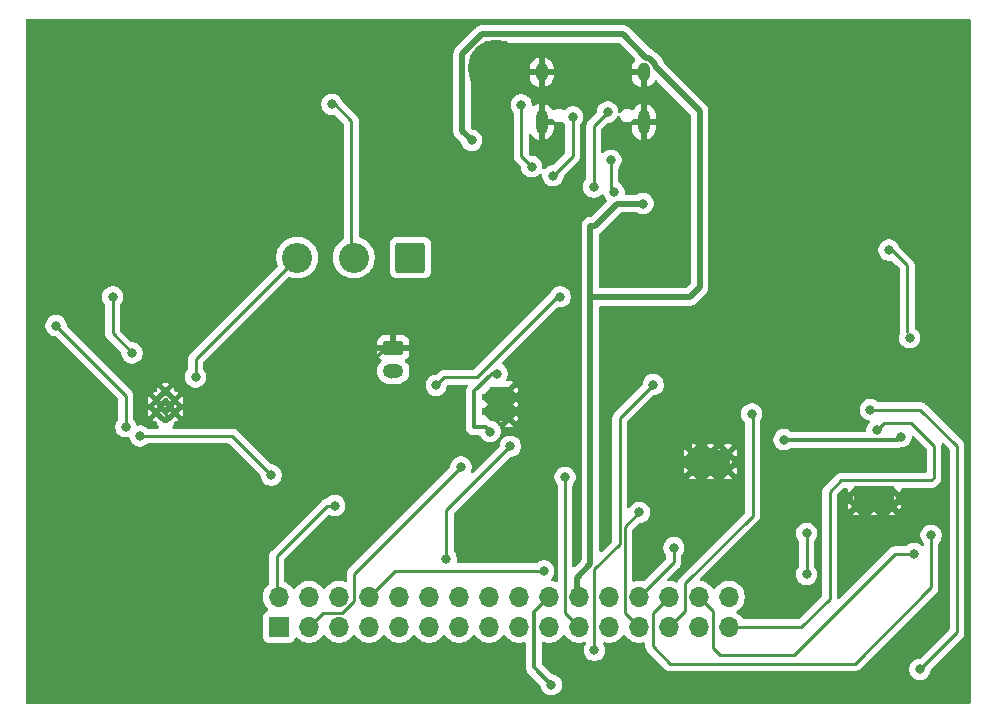
<source format=gbr>
%TF.GenerationSoftware,KiCad,Pcbnew,9.0.0*%
%TF.CreationDate,2025-04-10T10:58:41+02:00*%
%TF.ProjectId,Micro-Mouse Power Subsystem,4d696372-6f2d-44d6-9f75-736520506f77,rev?*%
%TF.SameCoordinates,Original*%
%TF.FileFunction,Copper,L2,Bot*%
%TF.FilePolarity,Positive*%
%FSLAX46Y46*%
G04 Gerber Fmt 4.6, Leading zero omitted, Abs format (unit mm)*
G04 Created by KiCad (PCBNEW 9.0.0) date 2025-04-10 10:58:41*
%MOMM*%
%LPD*%
G01*
G04 APERTURE LIST*
G04 Aperture macros list*
%AMRoundRect*
0 Rectangle with rounded corners*
0 $1 Rounding radius*
0 $2 $3 $4 $5 $6 $7 $8 $9 X,Y pos of 4 corners*
0 Add a 4 corners polygon primitive as box body*
4,1,4,$2,$3,$4,$5,$6,$7,$8,$9,$2,$3,0*
0 Add four circle primitives for the rounded corners*
1,1,$1+$1,$2,$3*
1,1,$1+$1,$4,$5*
1,1,$1+$1,$6,$7*
1,1,$1+$1,$8,$9*
0 Add four rect primitives between the rounded corners*
20,1,$1+$1,$2,$3,$4,$5,0*
20,1,$1+$1,$4,$5,$6,$7,0*
20,1,$1+$1,$6,$7,$8,$9,0*
20,1,$1+$1,$8,$9,$2,$3,0*%
G04 Aperture macros list end*
%TA.AperFunction,ComponentPad*%
%ADD10C,0.450000*%
%TD*%
%TA.AperFunction,HeatsinkPad*%
%ADD11C,0.500000*%
%TD*%
%TA.AperFunction,HeatsinkPad*%
%ADD12R,3.500000X2.000000*%
%TD*%
%TA.AperFunction,HeatsinkPad*%
%ADD13R,1.900000X2.900000*%
%TD*%
%TA.AperFunction,ComponentPad*%
%ADD14R,1.700000X1.700000*%
%TD*%
%TA.AperFunction,ComponentPad*%
%ADD15O,1.700000X1.700000*%
%TD*%
%TA.AperFunction,ComponentPad*%
%ADD16RoundRect,0.250000X-0.625000X0.350000X-0.625000X-0.350000X0.625000X-0.350000X0.625000X0.350000X0*%
%TD*%
%TA.AperFunction,ComponentPad*%
%ADD17O,1.750000X1.200000*%
%TD*%
%TA.AperFunction,HeatsinkPad*%
%ADD18O,1.000000X2.100000*%
%TD*%
%TA.AperFunction,HeatsinkPad*%
%ADD19O,1.000000X1.600000*%
%TD*%
%TA.AperFunction,ComponentPad*%
%ADD20RoundRect,0.249999X1.025001X1.025001X-1.025001X1.025001X-1.025001X-1.025001X1.025001X-1.025001X0*%
%TD*%
%TA.AperFunction,ComponentPad*%
%ADD21C,2.550000*%
%TD*%
%TA.AperFunction,ViaPad*%
%ADD22C,0.800000*%
%TD*%
%TA.AperFunction,ViaPad*%
%ADD23C,4.800000*%
%TD*%
%TA.AperFunction,Conductor*%
%ADD24C,0.250000*%
%TD*%
%TA.AperFunction,Conductor*%
%ADD25C,0.350000*%
%TD*%
%TA.AperFunction,Conductor*%
%ADD26C,0.500000*%
%TD*%
G04 APERTURE END LIST*
D10*
%TO.P,U3,22,PGND*%
%TO.N,GND*%
X108934300Y-109453000D03*
%TO.P,U3,23,PGND*%
X109709300Y-108703000D03*
%TO.P,U3,24,PGND*%
X108934300Y-108703000D03*
%TO.P,U3,25,PGND*%
X108159300Y-108703000D03*
%TO.P,U3,26,PGND*%
X109709300Y-107653000D03*
%TO.P,U3,27,PGND*%
X108934300Y-107653000D03*
%TO.P,U3,28,PGND*%
X108159300Y-107653000D03*
%TO.P,U3,29,PGND*%
X108934300Y-106903000D03*
%TD*%
D11*
%TO.P,U5,17,GND(PPAD)*%
%TO.N,GND*%
X170425000Y-115162500D03*
X168925000Y-115162500D03*
X167425000Y-115162500D03*
D12*
X168925000Y-115912500D03*
D11*
X170425000Y-116662500D03*
X168925000Y-116662500D03*
X167425000Y-116662500D03*
%TD*%
%TO.P,U6,17,GND(PPAD)*%
%TO.N,GND*%
X156559300Y-112103000D03*
X155059300Y-112103000D03*
X153559300Y-112103000D03*
D12*
X155059300Y-112853000D03*
D11*
X156559300Y-113603000D03*
X155059300Y-113603000D03*
X153559300Y-113603000D03*
%TD*%
%TO.P,U1,9,EPAD*%
%TO.N,GND*%
X136609300Y-106783000D03*
X136609300Y-107983000D03*
X136609300Y-109183000D03*
D13*
X137309300Y-107983000D03*
D11*
X138009300Y-106783000D03*
X138009300Y-107983000D03*
X138009300Y-109183000D03*
%TD*%
D14*
%TO.P,J1,1,Pin_1*%
%TO.N,/MOTOR2_B_OUT*%
X118529300Y-126843000D03*
D15*
%TO.P,J1,2,Pin_2*%
%TO.N,/MOTOR2_A_OUT*%
X118529300Y-124303000D03*
%TO.P,J1,3,Pin_3*%
%TO.N,/MOTOR4_A_OUT*%
X121069300Y-126843000D03*
%TO.P,J1,4,Pin_4*%
%TO.N,/MOTOR2_CTRL1*%
X121069300Y-124303000D03*
%TO.P,J1,5,Pin_5*%
%TO.N,/MOTOR4_B_OUT*%
X123609300Y-126843000D03*
%TO.P,J1,6,Pin_6*%
%TO.N,/MOTOR2_CTRL2*%
X123609300Y-124303000D03*
%TO.P,J1,7,Pin_7*%
%TO.N,/CTRL_EXT_LOAD2*%
X126149300Y-126843000D03*
%TO.P,J1,8,Pin_8*%
%TO.N,/MOTOR4_CTRL1*%
X126149300Y-124303000D03*
%TO.P,J1,9,Pin_9*%
%TO.N,unconnected-(J1-Pin_9-Pad9)*%
X128689300Y-126843000D03*
%TO.P,J1,10,Pin_10*%
%TO.N,/MOTOR4_CTRL2*%
X128689300Y-124303000D03*
%TO.P,J1,11,Pin_11*%
%TO.N,/EXT_LOAD2_OUT*%
X131229300Y-126843000D03*
%TO.P,J1,12,Pin_12*%
%TO.N,/USART2_TX *%
X131229300Y-124303000D03*
%TO.P,J1,13,Pin_13*%
%TO.N,/FAST_CHARGE_CTRL *%
X133769300Y-126843000D03*
%TO.P,J1,14,Pin_14*%
%TO.N,/BATTERY*%
X133769300Y-124303000D03*
%TO.P,J1,15,Pin_15*%
%TO.N,unconnected-(J1-Pin_15-Pad15)*%
X136309300Y-126843000D03*
%TO.P,J1,16,Pin_16*%
%TO.N,/I2C1_SCL *%
X136309300Y-124303000D03*
%TO.P,J1,17,Pin_17*%
%TO.N,/I2C1_SDA *%
X138849300Y-126843000D03*
%TO.P,J1,18,Pin_18*%
%TO.N,/3V3 Out *%
X138849300Y-124303000D03*
%TO.P,J1,19,Pin_19*%
%TO.N,unconnected-(J1-Pin_19-Pad19)*%
X141389300Y-126843000D03*
%TO.P,J1,20,Pin_20*%
%TO.N,/5V_OUT*%
X141389300Y-124303000D03*
%TO.P,J1,21,Pin_21*%
%TO.N,/EXT_LOAD1_OUT*%
X143929300Y-126843000D03*
%TO.P,J1,22,Pin_22*%
%TO.N,/HV (9V)*%
X143929300Y-124303000D03*
%TO.P,J1,23,Pin_23*%
%TO.N,unconnected-(J1-Pin_23-Pad23)*%
X146469300Y-126843000D03*
%TO.P,J1,24,Pin_24*%
%TO.N,/MOTOR3_CTRL1*%
X146469300Y-124303000D03*
%TO.P,J1,25,Pin_25*%
%TO.N,/CTRL_EXT_LOAD1*%
X149009300Y-126843000D03*
%TO.P,J1,26,Pin_26*%
%TO.N,/MOTOR3_CTRL2*%
X149009300Y-124303000D03*
%TO.P,J1,27,Pin_27*%
%TO.N,/MOTOR3_A_OUT*%
X151549300Y-126843000D03*
%TO.P,J1,28,Pin_28*%
%TO.N,/MOTOR1_CTRL1*%
X151549300Y-124303000D03*
%TO.P,J1,29,Pin_29*%
%TO.N,/MOTOR3_B_OUT*%
X154089300Y-126843000D03*
%TO.P,J1,30,Pin_30*%
%TO.N,/MOTOR1_CTRL2*%
X154089300Y-124303000D03*
%TO.P,J1,31,Pin_31*%
%TO.N,/MOTOR1_B_OUT*%
X156629300Y-126843000D03*
%TO.P,J1,32,Pin_32*%
%TO.N,/MOTOR1_A_OUT *%
X156629300Y-124303000D03*
%TD*%
D16*
%TO.P,J2,1,Pin_1*%
%TO.N,GND*%
X128209300Y-103203000D03*
D17*
%TO.P,J2,2,Pin_2*%
%TO.N,/BATTERY*%
X128209300Y-105203000D03*
%TD*%
D18*
%TO.P,J3,S1,SHIELD*%
%TO.N,GND*%
X149429300Y-84083000D03*
D19*
X149429300Y-79903000D03*
D18*
X140789300Y-84083000D03*
D19*
X140789300Y-79903000D03*
%TD*%
D20*
%TO.P,SW1,1,A*%
%TO.N,unconnected-(SW1-A-Pad1)*%
X129671800Y-95573000D03*
D21*
%TO.P,SW1,2,B*%
%TO.N,/BATTERY*%
X124871800Y-95573000D03*
%TO.P,SW1,3,C*%
%TO.N,/SWITCH_OUT*%
X120071800Y-95573000D03*
%TD*%
D22*
%TO.N,GND*%
X125293000Y-118623000D03*
D23*
X136899000Y-89403000D03*
D22*
X150764600Y-104316000D03*
D23*
X136899000Y-79513000D03*
X136749000Y-99373000D03*
D22*
%TO.N,/5V Out *%
X171200000Y-110750000D03*
X161300000Y-111000000D03*
%TO.N,/HV (9V)*%
X149350000Y-91000000D03*
X134850000Y-85650000D03*
%TO.N,/5V_OUT*%
X141600000Y-131750000D03*
X104450000Y-98900000D03*
X106100000Y-103650000D03*
%TO.N,/SWITCH_OUT*%
X111474000Y-105682000D03*
%TO.N,/BATTERY*%
X138119000Y-111553000D03*
X132700000Y-121100000D03*
X123006000Y-82608000D03*
%TO.N,Net-(D1-K)*%
X171931000Y-102370000D03*
X170179000Y-94946600D03*
%TO.N,/MOTOR3_A_OUT*%
X158562000Y-108830000D03*
%TO.N,/MOTOR1_B_OUT*%
X169175000Y-110150000D03*
%TO.N,/MOTOR1_CTRL1*%
X173750000Y-119100000D03*
%TO.N,/MOTOR4_CTRL1*%
X140950000Y-122100000D03*
%TO.N,/MOTOR2_CTRL1*%
X163204000Y-118929000D03*
X163204000Y-122400000D03*
%TO.N,/MOTOR3_CTRL2*%
X151965000Y-120142000D03*
%TO.N,/MOTOR1_CTRL2*%
X172300000Y-120650000D03*
%TO.N,/CTRL_EXT_LOAD1*%
X149050000Y-117150000D03*
%TO.N,Net-(J3-CC1)*%
X146359000Y-83260600D03*
X145179000Y-89621200D03*
%TO.N,/EXT_LOAD1_OUT*%
X142752000Y-114183000D03*
%TO.N,Net-(J3-CC2)*%
X143403000Y-83665800D03*
X141731000Y-88657100D03*
%TO.N,Net-(J3-DN1)*%
X139050000Y-82647000D03*
X139933000Y-87877000D03*
%TO.N,Net-(U3-ILIM)*%
X106771000Y-110682000D03*
X117875000Y-113996000D03*
%TO.N,Net-(U3-COMP)*%
X99654800Y-101342000D03*
X105570000Y-109905000D03*
%TO.N,Net-(U1-PROG)*%
X142350000Y-98900000D03*
X131850000Y-106400000D03*
%TO.N,Net-(U8-VSET)*%
X146907000Y-90056600D03*
X146650000Y-87350000D03*
%TO.N,/MOTOR2_A_OUT*%
X123262000Y-116586000D03*
%TO.N,/MOTOR2_B_OUT*%
X168600000Y-108450000D03*
X172800000Y-130450000D03*
%TO.N,/MOTOR4_B_OUT*%
X150224000Y-106341000D03*
X145250000Y-128826000D03*
%TO.N,/MOTOR4_A_OUT*%
X133944000Y-113319000D03*
%TO.N,/5V_BAT_CHARGE*%
X137003100Y-105401200D03*
X136417000Y-110303900D03*
%TD*%
D24*
%TO.N,GND*%
X156364000Y-112403000D02*
X156364000Y-113153000D01*
X140594000Y-80800000D02*
X140789300Y-80604700D01*
X136554000Y-98923000D02*
X136554000Y-89103000D01*
X136554000Y-89103000D02*
X136576500Y-89080500D01*
X127886700Y-102880300D02*
X125098000Y-105669000D01*
X168330000Y-115815000D02*
X168330000Y-116190000D01*
X137814000Y-107983000D02*
X137814000Y-107533000D01*
X138009300Y-106783000D02*
X137814000Y-106978300D01*
X153364000Y-106915400D02*
X150764600Y-104316000D01*
X149234000Y-80800000D02*
X149429300Y-80604700D01*
X149234000Y-80800000D02*
X149234000Y-82216500D01*
X155059300Y-112853000D02*
X155059300Y-113603000D01*
X155059300Y-112853000D02*
X154864000Y-112853000D01*
X125098000Y-116815000D02*
X125293000Y-117010000D01*
X149429300Y-80604700D02*
X149429300Y-79903000D01*
X136609300Y-106783000D02*
X136609300Y-107983000D01*
X136704000Y-80605000D02*
X136899000Y-80410000D01*
X149234000Y-79453000D02*
X149234000Y-80800000D01*
X168827500Y-115815000D02*
X168925000Y-115912500D01*
X155059300Y-112207700D02*
X155059300Y-112103000D01*
X156559300Y-112207700D02*
X156559300Y-112103000D01*
X168827500Y-115815000D02*
X168827500Y-115260000D01*
X140789300Y-80604700D02*
X140789300Y-79903000D01*
X127886700Y-102880400D02*
X127886700Y-102880300D01*
X136749000Y-99373000D02*
X136554000Y-99178000D01*
X153364000Y-113407700D02*
X153364000Y-113153000D01*
X128209300Y-103203000D02*
X127886700Y-102880400D01*
X154864000Y-112853000D02*
X154864000Y-113153000D01*
X138009300Y-107887700D02*
X138009300Y-107983000D01*
X136704000Y-80605000D02*
X136704000Y-79063000D01*
X125098000Y-105669000D02*
X125098000Y-116815000D01*
X136704000Y-88953000D02*
X136704000Y-80605000D01*
X137814000Y-106978300D02*
X137814000Y-107533000D01*
X140789300Y-84083000D02*
X140594000Y-83887700D01*
X167425000Y-116662500D02*
X167425000Y-115162500D01*
X137814000Y-108733000D02*
X137814000Y-108133000D01*
X156364000Y-113407700D02*
X156364000Y-113153000D01*
X136576500Y-89080500D02*
X136704000Y-88953000D01*
X125293000Y-117010000D02*
X125293000Y-118623000D01*
X138009300Y-108328300D02*
X138009300Y-109183000D01*
X149234000Y-82216500D02*
X149234000Y-83633000D01*
X136899000Y-89403000D02*
X136576500Y-89080500D01*
X153559300Y-112207700D02*
X153559300Y-112103000D01*
X140594000Y-83887700D02*
X140594000Y-83633000D01*
X153559300Y-113603000D02*
X153364000Y-113407700D01*
X153364000Y-111653000D02*
X153364000Y-112403000D01*
X153364000Y-112403000D02*
X153364000Y-113153000D01*
X154864000Y-112403000D02*
X154864000Y-112853000D01*
X156559300Y-113603000D02*
X156364000Y-113407700D01*
X125098000Y-116815000D02*
X125098000Y-118173000D01*
X137814000Y-108133000D02*
X138009300Y-108328300D01*
X137814000Y-107533000D02*
X138089000Y-107808000D01*
X137814000Y-108133000D02*
X137814000Y-107983000D01*
X168827500Y-115260000D02*
X168925000Y-115162500D01*
X168330000Y-115815000D02*
X168827500Y-115815000D01*
X156364000Y-112403000D02*
X156559300Y-112207700D01*
X140594000Y-80800000D02*
X140594000Y-83633000D01*
X138089000Y-107808000D02*
X138009300Y-107887700D01*
X140594000Y-79453000D02*
X140594000Y-80800000D01*
X128014000Y-102753000D02*
X127886700Y-102880300D01*
X168925000Y-116662500D02*
X168925000Y-115912500D01*
X153364000Y-111653000D02*
X153364000Y-106915400D01*
X137309300Y-107983000D02*
X137814000Y-107983000D01*
X154864000Y-112403000D02*
X155059300Y-112207700D01*
X168330000Y-115440000D02*
X168330000Y-115815000D01*
X136554000Y-99178000D02*
X136554000Y-98923000D01*
X149429300Y-82411800D02*
X149429300Y-84083000D01*
X136609300Y-109183000D02*
X136609300Y-107983000D01*
X153364000Y-112403000D02*
X153559300Y-112207700D01*
X149234000Y-82216500D02*
X149429300Y-82411800D01*
X136899000Y-80410000D02*
X136899000Y-79513000D01*
X108934300Y-109453000D02*
X108934300Y-108703000D01*
D25*
%TO.N,/5V Out *%
X170950000Y-111000000D02*
X171200000Y-110750000D01*
X161300000Y-111000000D02*
X170950000Y-111000000D01*
D26*
%TO.N,/HV (9V)*%
X134850000Y-85650000D02*
X134048000Y-84848300D01*
X154150000Y-83150000D02*
X154150000Y-98100000D01*
X149350000Y-91000000D02*
X147165000Y-91000000D01*
X143734000Y-122676000D02*
X144905000Y-121506000D01*
X150380300Y-79380300D02*
X154150000Y-83150000D01*
X143734000Y-123264500D02*
X143734000Y-122676000D01*
X134048000Y-78332100D02*
X135718000Y-76662000D01*
X144905000Y-121506000D02*
X144905000Y-98900000D01*
D24*
X143929300Y-123459800D02*
X143929300Y-124303000D01*
D26*
X145293000Y-92872300D02*
X144905000Y-92872300D01*
X143734000Y-123853000D02*
X143734000Y-123264500D01*
D24*
X143734000Y-123264500D02*
X143929300Y-123459800D01*
D26*
X153350000Y-98900000D02*
X144905000Y-98900000D01*
X149823217Y-78652000D02*
X150380300Y-79209083D01*
X150380300Y-79209083D02*
X150380300Y-79380300D01*
X147662000Y-76662000D02*
X149652000Y-78652000D01*
X149652000Y-78652000D02*
X149823217Y-78652000D01*
X147165000Y-91000000D02*
X145293000Y-92872300D01*
X144905000Y-92872300D02*
X144905000Y-98900000D01*
X134048000Y-84848300D02*
X134048000Y-78332100D01*
X154150000Y-98100000D02*
X153350000Y-98900000D01*
X135718000Y-76662000D02*
X147662000Y-76662000D01*
D25*
%TO.N,/5V_OUT*%
X140213300Y-130363300D02*
X141600000Y-131750000D01*
X140213300Y-125479000D02*
X140100000Y-125592300D01*
X140100000Y-130250000D02*
X140213300Y-130363300D01*
X141389300Y-124303000D02*
X140213300Y-125479000D01*
D24*
X104450000Y-98900000D02*
X104450000Y-102000000D01*
X104450000Y-102000000D02*
X106100000Y-103650000D01*
D25*
X140100000Y-125592300D02*
X140100000Y-130250000D01*
D24*
%TO.N,/SWITCH_OUT*%
X118352400Y-97292400D02*
X120071800Y-95573000D01*
X118352400Y-97292400D02*
X120072000Y-95573000D01*
X111474000Y-105682000D02*
X111474000Y-104170000D01*
X111474000Y-104170000D02*
X118352400Y-97292400D01*
%TO.N,/BATTERY*%
X124676000Y-95123000D02*
X123975000Y-95123000D01*
X128014000Y-105216500D02*
X128014000Y-105680000D01*
X132700000Y-121100000D02*
X132700000Y-116972000D01*
X124676500Y-95123000D02*
X124871800Y-95318300D01*
X124676000Y-95123000D02*
X124676000Y-84023100D01*
X124677000Y-95123000D02*
X124676500Y-95123000D01*
X132700000Y-116972000D02*
X138119000Y-111553000D01*
X128195800Y-105216500D02*
X128209300Y-105203000D01*
X128014000Y-105216500D02*
X128195800Y-105216500D01*
X128014000Y-104753000D02*
X128014000Y-105216500D01*
X124676000Y-84023100D02*
X123261000Y-82608000D01*
X123261000Y-82608000D02*
X123006000Y-82608000D01*
X124871800Y-95318300D02*
X124871800Y-95573000D01*
X124676500Y-95123000D02*
X124676000Y-95123000D01*
%TO.N,Net-(D1-K)*%
X170434100Y-94946600D02*
X171736000Y-96248500D01*
X170179000Y-94946600D02*
X170434100Y-94946600D01*
X171736000Y-96248500D02*
X171736000Y-101920000D01*
%TO.N,/MOTOR3_A_OUT*%
X152913000Y-123158000D02*
X152913000Y-125479000D01*
X152913000Y-125479000D02*
X151549300Y-126842700D01*
X158562000Y-108830000D02*
X158644000Y-108911000D01*
X151549300Y-126842700D02*
X151549000Y-126843000D01*
X158644000Y-117428000D02*
X152913000Y-123158000D01*
X158644000Y-108911000D02*
X158644000Y-117428000D01*
X151549300Y-126842700D02*
X151549300Y-126843000D01*
%TO.N,/MOTOR1_B_OUT*%
X156629300Y-126842700D02*
X162753000Y-126842700D01*
X156629300Y-126842700D02*
X156629300Y-126843000D01*
X169775000Y-109550000D02*
X169175000Y-110150000D01*
X156629000Y-126843000D02*
X156629300Y-126842700D01*
X162753000Y-126842700D02*
X165150000Y-124445700D01*
X172050000Y-109550000D02*
X169775000Y-109550000D01*
X166100000Y-114450000D02*
X166400000Y-114450000D01*
X166400000Y-114450000D02*
X173750000Y-114450000D01*
X165150000Y-124445700D02*
X165150000Y-115400000D01*
X174000000Y-114200000D02*
X174000000Y-111500000D01*
X173750000Y-114450000D02*
X174000000Y-114200000D01*
X165150000Y-115400000D02*
X166100000Y-114450000D01*
X174000000Y-111500000D02*
X172050000Y-109550000D01*
%TO.N,/MOTOR1_CTRL1*%
X151549000Y-124303000D02*
X150867000Y-124985000D01*
X150867000Y-124985000D02*
X150185000Y-125667000D01*
X150185000Y-128485000D02*
X151650000Y-129950000D01*
X150867000Y-124985000D02*
X150867300Y-124985000D01*
X151650000Y-129950000D02*
X167300000Y-129950000D01*
X150185000Y-125667000D02*
X150185000Y-128485000D01*
X167300000Y-129950000D02*
X173750000Y-123500000D01*
X173750000Y-123500000D02*
X173750000Y-119100000D01*
X150867300Y-124985000D02*
X151549300Y-124303000D01*
%TO.N,/MOTOR4_CTRL1*%
X140950000Y-122100000D02*
X128352300Y-122100000D01*
X128352300Y-122100000D02*
X126149300Y-124303000D01*
%TO.N,/MOTOR2_CTRL1*%
X163204000Y-122400000D02*
X163204000Y-118929000D01*
%TO.N,/MOTOR3_CTRL2*%
X151965000Y-121347000D02*
X151965000Y-120142000D01*
X149009300Y-124302700D02*
X149009300Y-124303000D01*
X149009300Y-124302700D02*
X151965000Y-121347000D01*
X149009000Y-124303000D02*
X149009300Y-124302700D01*
%TO.N,/MOTOR1_CTRL2*%
X155850000Y-129200000D02*
X155300000Y-128650000D01*
X154089300Y-124303300D02*
X154089300Y-124303000D01*
X154089000Y-124303000D02*
X154089000Y-124111000D01*
X162150000Y-129200000D02*
X155850000Y-129200000D01*
X155300000Y-128650000D02*
X155300000Y-125514000D01*
X170700000Y-120650000D02*
X162150000Y-129200000D01*
X172300000Y-120650000D02*
X170700000Y-120650000D01*
X155300000Y-125514000D02*
X154089300Y-124303300D01*
X154089300Y-124303300D02*
X154089000Y-124303000D01*
%TO.N,/CTRL_EXT_LOAD1*%
X149050000Y-117150000D02*
X147833000Y-118367000D01*
X147833000Y-118367000D02*
X147833000Y-125667000D01*
X148421000Y-126255000D02*
X148421300Y-126255000D01*
X147833000Y-125667000D02*
X148421000Y-126255000D01*
X148421300Y-126255000D02*
X149009300Y-126843000D01*
X148421000Y-126255000D02*
X149009000Y-126843000D01*
%TO.N,Net-(J3-CC1)*%
X146359000Y-83260600D02*
X145179000Y-84440600D01*
X145179000Y-84440600D02*
X145179000Y-89621200D01*
%TO.N,/EXT_LOAD1_OUT*%
X143340500Y-126254500D02*
X143340800Y-126254500D01*
X143929000Y-126843000D02*
X143340500Y-126254500D01*
X142752000Y-125666000D02*
X142752000Y-114183000D01*
X143340800Y-126254500D02*
X143929300Y-126843000D01*
X143340500Y-126254500D02*
X142752000Y-125666000D01*
%TO.N,Net-(J3-CC2)*%
X143403000Y-86985100D02*
X141731000Y-88657100D01*
X143403000Y-83665800D02*
X143403000Y-86985100D01*
%TO.N,Net-(J3-DN1)*%
X139050000Y-82647000D02*
X139050000Y-86993700D01*
X139050000Y-86993700D02*
X139933000Y-87877000D01*
%TO.N,Net-(U3-ILIM)*%
X114561000Y-110682000D02*
X117875000Y-113996000D01*
X106771000Y-110682000D02*
X114561000Y-110682000D01*
%TO.N,Net-(U3-COMP)*%
X105570000Y-107258000D02*
X105570000Y-109905000D01*
X99654800Y-101342000D02*
X105570000Y-107258000D01*
%TO.N,Net-(U1-PROG)*%
X135300000Y-105700000D02*
X142100000Y-98900000D01*
X132550000Y-105700000D02*
X135300000Y-105700000D01*
X131850000Y-106400000D02*
X132550000Y-105700000D01*
X142100000Y-98900000D02*
X142350000Y-98900000D01*
%TO.N,Net-(U8-VSET)*%
X146650000Y-87350000D02*
X146650000Y-89800000D01*
X146650000Y-89800000D02*
X146907000Y-90056600D01*
%TO.N,/MOTOR2_A_OUT*%
X118334000Y-120869000D02*
X122618000Y-116586000D01*
X118334000Y-123853000D02*
X118334000Y-122361000D01*
X122618000Y-116586000D02*
X123262000Y-116586000D01*
X118334000Y-122361000D02*
X118334000Y-120869000D01*
%TO.N,/MOTOR2_B_OUT*%
X168600000Y-108450000D02*
X168550000Y-108450000D01*
X175950000Y-111550000D02*
X172850000Y-108450000D01*
X172800000Y-130450000D02*
X175950000Y-127300000D01*
X175950000Y-127300000D02*
X175950000Y-111550000D01*
X172850000Y-108450000D02*
X168600000Y-108450000D01*
%TO.N,/MOTOR4_B_OUT*%
X145250000Y-121976000D02*
X147382000Y-119844000D01*
X147382000Y-109183000D02*
X150224000Y-106341000D01*
X147382000Y-119844000D02*
X147382000Y-109183000D01*
X145250000Y-128826000D02*
X145250000Y-121976000D01*
%TO.N,/MOTOR4_A_OUT*%
X121069300Y-126842700D02*
X121069000Y-126843000D01*
X122245000Y-125667000D02*
X121069300Y-126842700D01*
X133944000Y-113319000D02*
X124900000Y-122363000D01*
X124900000Y-124675000D02*
X123908000Y-125667000D01*
X124900000Y-122363000D02*
X124900000Y-124675000D01*
X121069300Y-126842700D02*
X121069300Y-126843000D01*
X123908000Y-125667000D02*
X122245000Y-125667000D01*
D25*
%TO.N,/5V_BAT_CHARGE*%
X135050000Y-109950000D02*
X136063100Y-109950000D01*
X136063100Y-109950000D02*
X136417000Y-110303900D01*
X136548800Y-105401200D02*
X135050000Y-106900000D01*
X135050000Y-106900000D02*
X135050000Y-109950000D01*
X137003100Y-105401200D02*
X136548800Y-105401200D01*
%TD*%
%TA.AperFunction,Conductor*%
%TO.N,GND*%
G36*
X141711875Y-83852685D02*
G01*
X141752223Y-83895000D01*
X141758782Y-83906361D01*
X141758784Y-83906364D01*
X141758785Y-83906365D01*
X141865935Y-84013515D01*
X141966458Y-84071552D01*
X141994769Y-84087898D01*
X141997165Y-84089281D01*
X142143534Y-84128500D01*
X142143536Y-84128500D01*
X142295064Y-84128500D01*
X142295066Y-84128500D01*
X142441435Y-84089281D01*
X142457398Y-84080064D01*
X142458649Y-84079760D01*
X142459556Y-84078847D01*
X142492480Y-84071552D01*
X142525295Y-84063590D01*
X142526513Y-84064011D01*
X142527771Y-84063733D01*
X142559442Y-84075407D01*
X142591323Y-84086440D01*
X142592512Y-84087597D01*
X142593329Y-84087898D01*
X142599626Y-84094516D01*
X142618381Y-84112759D01*
X142620520Y-84115593D01*
X142703536Y-84239835D01*
X142747284Y-84283583D01*
X142752481Y-84290470D01*
X142761891Y-84315406D01*
X142774666Y-84338801D01*
X142776238Y-84353427D01*
X142777149Y-84355840D01*
X142776715Y-84357868D01*
X142777500Y-84365161D01*
X142777500Y-86674648D01*
X142757815Y-86741687D01*
X142741181Y-86762329D01*
X141783229Y-87720281D01*
X141721906Y-87753766D01*
X141695548Y-87756600D01*
X141642306Y-87756600D01*
X141468341Y-87791203D01*
X141468332Y-87791206D01*
X141304459Y-87859083D01*
X141304446Y-87859090D01*
X141156965Y-87957634D01*
X141044093Y-88070507D01*
X140982770Y-88103991D01*
X140913078Y-88099007D01*
X140857145Y-88057135D01*
X140832728Y-87991671D01*
X140833010Y-87970666D01*
X140833500Y-87965693D01*
X140833500Y-87788306D01*
X140833499Y-87788304D01*
X140798896Y-87614341D01*
X140798893Y-87614332D01*
X140798203Y-87612667D01*
X140743635Y-87480925D01*
X140731016Y-87450459D01*
X140731009Y-87450446D01*
X140632464Y-87302965D01*
X140632461Y-87302961D01*
X140507038Y-87177538D01*
X140507034Y-87177535D01*
X140359553Y-87078990D01*
X140359540Y-87078983D01*
X140195667Y-87011106D01*
X140195658Y-87011103D01*
X140021694Y-86976500D01*
X140021691Y-86976500D01*
X139968621Y-86976500D01*
X139939174Y-86967853D01*
X139909175Y-86961322D01*
X139904172Y-86957575D01*
X139901582Y-86956815D01*
X139880925Y-86940166D01*
X139711804Y-86770987D01*
X139678329Y-86709658D01*
X139675500Y-86683321D01*
X139675500Y-85174808D01*
X139695185Y-85107769D01*
X139747989Y-85062014D01*
X139817147Y-85052070D01*
X139880703Y-85081095D01*
X139902602Y-85105917D01*
X140012548Y-85270462D01*
X140012551Y-85270466D01*
X140151833Y-85409748D01*
X140151837Y-85409751D01*
X140315615Y-85519185D01*
X140315628Y-85519192D01*
X140497608Y-85594569D01*
X140539300Y-85602862D01*
X140539300Y-84799988D01*
X140549240Y-84817205D01*
X140605095Y-84873060D01*
X140673504Y-84912556D01*
X140749804Y-84933000D01*
X140828796Y-84933000D01*
X140905096Y-84912556D01*
X140973505Y-84873060D01*
X141029360Y-84817205D01*
X141039300Y-84799988D01*
X141039300Y-85602862D01*
X141080990Y-85594569D01*
X141080992Y-85594569D01*
X141262971Y-85519192D01*
X141262984Y-85519185D01*
X141426762Y-85409751D01*
X141426766Y-85409748D01*
X141566048Y-85270466D01*
X141566051Y-85270462D01*
X141675485Y-85106684D01*
X141675492Y-85106671D01*
X141750869Y-84924693D01*
X141750872Y-84924681D01*
X141789299Y-84731495D01*
X141789300Y-84731492D01*
X141789300Y-84333000D01*
X141089300Y-84333000D01*
X141089300Y-83833000D01*
X141644836Y-83833000D01*
X141711875Y-83852685D01*
G37*
%TD.AperFunction*%
%TA.AperFunction,Conductor*%
G36*
X177042539Y-75370185D02*
G01*
X177088294Y-75422989D01*
X177099500Y-75474500D01*
X177099500Y-133225500D01*
X177079815Y-133292539D01*
X177027011Y-133338294D01*
X176975500Y-133349500D01*
X97224500Y-133349500D01*
X97157461Y-133329815D01*
X97111706Y-133277011D01*
X97100500Y-133225500D01*
X97100500Y-124196713D01*
X117178800Y-124196713D01*
X117178800Y-124409287D01*
X117212054Y-124619243D01*
X117270651Y-124799586D01*
X117277744Y-124821414D01*
X117374251Y-125010820D01*
X117499190Y-125182786D01*
X117612730Y-125296326D01*
X117646215Y-125357649D01*
X117641231Y-125427341D01*
X117599359Y-125483274D01*
X117568383Y-125500189D01*
X117436969Y-125549203D01*
X117436964Y-125549206D01*
X117321755Y-125635452D01*
X117321752Y-125635455D01*
X117235506Y-125750664D01*
X117235502Y-125750671D01*
X117185208Y-125885517D01*
X117178801Y-125945116D01*
X117178800Y-125945135D01*
X117178800Y-127740870D01*
X117178801Y-127740876D01*
X117185208Y-127800483D01*
X117235502Y-127935328D01*
X117235506Y-127935335D01*
X117321752Y-128050544D01*
X117321755Y-128050547D01*
X117436964Y-128136793D01*
X117436971Y-128136797D01*
X117571817Y-128187091D01*
X117571816Y-128187091D01*
X117578744Y-128187835D01*
X117631427Y-128193500D01*
X119427172Y-128193499D01*
X119486783Y-128187091D01*
X119621631Y-128136796D01*
X119736846Y-128050546D01*
X119823096Y-127935331D01*
X119872110Y-127803916D01*
X119913981Y-127747984D01*
X119979445Y-127723566D01*
X120047718Y-127738417D01*
X120075973Y-127759569D01*
X120189513Y-127873109D01*
X120361479Y-127998048D01*
X120361481Y-127998049D01*
X120361484Y-127998051D01*
X120550888Y-128094557D01*
X120753057Y-128160246D01*
X120963013Y-128193500D01*
X120963014Y-128193500D01*
X121175586Y-128193500D01*
X121175587Y-128193500D01*
X121385543Y-128160246D01*
X121587712Y-128094557D01*
X121777116Y-127998051D01*
X121863438Y-127935335D01*
X121949086Y-127873109D01*
X121949088Y-127873106D01*
X121949092Y-127873104D01*
X122099404Y-127722792D01*
X122099406Y-127722788D01*
X122099409Y-127722786D01*
X122224348Y-127550820D01*
X122224347Y-127550820D01*
X122224351Y-127550816D01*
X122228814Y-127542054D01*
X122276788Y-127491259D01*
X122344608Y-127474463D01*
X122410744Y-127496999D01*
X122449786Y-127542056D01*
X122454251Y-127550820D01*
X122579190Y-127722786D01*
X122729513Y-127873109D01*
X122901479Y-127998048D01*
X122901481Y-127998049D01*
X122901484Y-127998051D01*
X123090888Y-128094557D01*
X123293057Y-128160246D01*
X123503013Y-128193500D01*
X123503014Y-128193500D01*
X123715586Y-128193500D01*
X123715587Y-128193500D01*
X123925543Y-128160246D01*
X124127712Y-128094557D01*
X124317116Y-127998051D01*
X124403438Y-127935335D01*
X124489086Y-127873109D01*
X124489088Y-127873106D01*
X124489092Y-127873104D01*
X124639404Y-127722792D01*
X124639406Y-127722788D01*
X124639409Y-127722786D01*
X124764348Y-127550820D01*
X124764347Y-127550820D01*
X124764351Y-127550816D01*
X124768814Y-127542054D01*
X124816788Y-127491259D01*
X124884608Y-127474463D01*
X124950744Y-127496999D01*
X124989786Y-127542056D01*
X124994251Y-127550820D01*
X125119190Y-127722786D01*
X125269513Y-127873109D01*
X125441479Y-127998048D01*
X125441481Y-127998049D01*
X125441484Y-127998051D01*
X125630888Y-128094557D01*
X125833057Y-128160246D01*
X126043013Y-128193500D01*
X126043014Y-128193500D01*
X126255586Y-128193500D01*
X126255587Y-128193500D01*
X126465543Y-128160246D01*
X126667712Y-128094557D01*
X126857116Y-127998051D01*
X126943438Y-127935335D01*
X127029086Y-127873109D01*
X127029088Y-127873106D01*
X127029092Y-127873104D01*
X127179404Y-127722792D01*
X127179406Y-127722788D01*
X127179409Y-127722786D01*
X127304348Y-127550820D01*
X127304347Y-127550820D01*
X127304351Y-127550816D01*
X127308814Y-127542054D01*
X127356788Y-127491259D01*
X127424608Y-127474463D01*
X127490744Y-127496999D01*
X127529786Y-127542056D01*
X127534251Y-127550820D01*
X127659190Y-127722786D01*
X127809513Y-127873109D01*
X127981479Y-127998048D01*
X127981481Y-127998049D01*
X127981484Y-127998051D01*
X128170888Y-128094557D01*
X128373057Y-128160246D01*
X128583013Y-128193500D01*
X128583014Y-128193500D01*
X128795586Y-128193500D01*
X128795587Y-128193500D01*
X129005543Y-128160246D01*
X129207712Y-128094557D01*
X129397116Y-127998051D01*
X129483438Y-127935335D01*
X129569086Y-127873109D01*
X129569088Y-127873106D01*
X129569092Y-127873104D01*
X129719404Y-127722792D01*
X129719406Y-127722788D01*
X129719409Y-127722786D01*
X129844348Y-127550820D01*
X129844347Y-127550820D01*
X129844351Y-127550816D01*
X129848814Y-127542054D01*
X129896788Y-127491259D01*
X129964608Y-127474463D01*
X130030744Y-127496999D01*
X130069786Y-127542056D01*
X130074251Y-127550820D01*
X130199190Y-127722786D01*
X130349513Y-127873109D01*
X130521479Y-127998048D01*
X130521481Y-127998049D01*
X130521484Y-127998051D01*
X130710888Y-128094557D01*
X130913057Y-128160246D01*
X131123013Y-128193500D01*
X131123014Y-128193500D01*
X131335586Y-128193500D01*
X131335587Y-128193500D01*
X131545543Y-128160246D01*
X131747712Y-128094557D01*
X131937116Y-127998051D01*
X132023438Y-127935335D01*
X132109086Y-127873109D01*
X132109088Y-127873106D01*
X132109092Y-127873104D01*
X132259404Y-127722792D01*
X132259406Y-127722788D01*
X132259409Y-127722786D01*
X132384348Y-127550820D01*
X132384347Y-127550820D01*
X132384351Y-127550816D01*
X132388814Y-127542054D01*
X132436788Y-127491259D01*
X132504608Y-127474463D01*
X132570744Y-127496999D01*
X132609786Y-127542056D01*
X132614251Y-127550820D01*
X132739190Y-127722786D01*
X132889513Y-127873109D01*
X133061479Y-127998048D01*
X133061481Y-127998049D01*
X133061484Y-127998051D01*
X133250888Y-128094557D01*
X133453057Y-128160246D01*
X133663013Y-128193500D01*
X133663014Y-128193500D01*
X133875586Y-128193500D01*
X133875587Y-128193500D01*
X134085543Y-128160246D01*
X134287712Y-128094557D01*
X134477116Y-127998051D01*
X134563438Y-127935335D01*
X134649086Y-127873109D01*
X134649088Y-127873106D01*
X134649092Y-127873104D01*
X134799404Y-127722792D01*
X134799406Y-127722788D01*
X134799409Y-127722786D01*
X134924348Y-127550820D01*
X134924347Y-127550820D01*
X134924351Y-127550816D01*
X134928814Y-127542054D01*
X134976788Y-127491259D01*
X135044608Y-127474463D01*
X135110744Y-127496999D01*
X135149786Y-127542056D01*
X135154251Y-127550820D01*
X135279190Y-127722786D01*
X135429513Y-127873109D01*
X135601479Y-127998048D01*
X135601481Y-127998049D01*
X135601484Y-127998051D01*
X135790888Y-128094557D01*
X135993057Y-128160246D01*
X136203013Y-128193500D01*
X136203014Y-128193500D01*
X136415586Y-128193500D01*
X136415587Y-128193500D01*
X136625543Y-128160246D01*
X136827712Y-128094557D01*
X137017116Y-127998051D01*
X137103438Y-127935335D01*
X137189086Y-127873109D01*
X137189088Y-127873106D01*
X137189092Y-127873104D01*
X137339404Y-127722792D01*
X137339406Y-127722788D01*
X137339409Y-127722786D01*
X137464348Y-127550820D01*
X137464347Y-127550820D01*
X137464351Y-127550816D01*
X137468814Y-127542054D01*
X137516788Y-127491259D01*
X137584608Y-127474463D01*
X137650744Y-127496999D01*
X137689786Y-127542056D01*
X137694251Y-127550820D01*
X137819190Y-127722786D01*
X137969513Y-127873109D01*
X138141479Y-127998048D01*
X138141481Y-127998049D01*
X138141484Y-127998051D01*
X138330888Y-128094557D01*
X138533057Y-128160246D01*
X138743013Y-128193500D01*
X138743014Y-128193500D01*
X138955586Y-128193500D01*
X138955587Y-128193500D01*
X139165543Y-128160246D01*
X139262185Y-128128844D01*
X139332022Y-128126850D01*
X139391855Y-128162930D01*
X139422684Y-128225630D01*
X139424500Y-128246776D01*
X139424500Y-130316535D01*
X139450457Y-130447028D01*
X139450459Y-130447036D01*
X139501378Y-130569965D01*
X139501383Y-130569975D01*
X139575303Y-130680604D01*
X139575304Y-130680605D01*
X139575305Y-130680606D01*
X139688605Y-130793906D01*
X140664486Y-131769787D01*
X140697971Y-131831110D01*
X140698422Y-131833276D01*
X140734104Y-132012659D01*
X140734106Y-132012667D01*
X140801983Y-132176540D01*
X140801990Y-132176553D01*
X140900535Y-132324034D01*
X140900538Y-132324038D01*
X141025961Y-132449461D01*
X141025965Y-132449464D01*
X141173446Y-132548009D01*
X141173459Y-132548016D01*
X141296363Y-132598923D01*
X141337334Y-132615894D01*
X141337336Y-132615894D01*
X141337341Y-132615896D01*
X141511304Y-132650499D01*
X141511307Y-132650500D01*
X141511309Y-132650500D01*
X141688693Y-132650500D01*
X141688694Y-132650499D01*
X141746682Y-132638964D01*
X141862658Y-132615896D01*
X141862661Y-132615894D01*
X141862666Y-132615894D01*
X142026547Y-132548013D01*
X142174035Y-132449464D01*
X142299464Y-132324035D01*
X142398013Y-132176547D01*
X142465894Y-132012666D01*
X142465894Y-132012661D01*
X142465896Y-132012658D01*
X142500499Y-131838695D01*
X142500500Y-131838693D01*
X142500500Y-131661306D01*
X142500499Y-131661304D01*
X142465896Y-131487341D01*
X142465893Y-131487332D01*
X142398016Y-131323459D01*
X142398009Y-131323446D01*
X142299464Y-131175965D01*
X142299461Y-131175961D01*
X142174038Y-131050538D01*
X142174034Y-131050535D01*
X142026553Y-130951990D01*
X142026540Y-130951983D01*
X141862667Y-130884106D01*
X141862659Y-130884104D01*
X141683276Y-130848422D01*
X141621365Y-130816037D01*
X141619787Y-130814486D01*
X140811819Y-130006518D01*
X140778334Y-129945195D01*
X140775500Y-129918837D01*
X140775500Y-128234234D01*
X140795185Y-128167195D01*
X140847989Y-128121440D01*
X140917147Y-128111496D01*
X140937804Y-128116299D01*
X141073057Y-128160246D01*
X141283013Y-128193500D01*
X141283014Y-128193500D01*
X141495586Y-128193500D01*
X141495587Y-128193500D01*
X141705543Y-128160246D01*
X141907712Y-128094557D01*
X142097116Y-127998051D01*
X142183438Y-127935335D01*
X142269086Y-127873109D01*
X142269088Y-127873106D01*
X142269092Y-127873104D01*
X142419404Y-127722792D01*
X142419406Y-127722788D01*
X142419409Y-127722786D01*
X142544348Y-127550820D01*
X142544347Y-127550820D01*
X142544351Y-127550816D01*
X142548814Y-127542054D01*
X142596788Y-127491259D01*
X142664608Y-127474463D01*
X142730744Y-127496999D01*
X142769786Y-127542056D01*
X142774251Y-127550820D01*
X142899190Y-127722786D01*
X143049513Y-127873109D01*
X143221479Y-127998048D01*
X143221481Y-127998049D01*
X143221484Y-127998051D01*
X143410888Y-128094557D01*
X143613057Y-128160246D01*
X143823013Y-128193500D01*
X143823014Y-128193500D01*
X144035586Y-128193500D01*
X144035587Y-128193500D01*
X144245543Y-128160246D01*
X144373309Y-128118731D01*
X144443149Y-128116737D01*
X144502982Y-128152817D01*
X144533810Y-128215518D01*
X144525845Y-128284932D01*
X144514728Y-128305554D01*
X144451990Y-128399446D01*
X144451983Y-128399459D01*
X144384106Y-128563332D01*
X144384103Y-128563341D01*
X144349500Y-128737304D01*
X144349500Y-128914695D01*
X144384103Y-129088658D01*
X144384106Y-129088667D01*
X144451983Y-129252540D01*
X144451990Y-129252553D01*
X144550535Y-129400034D01*
X144550538Y-129400038D01*
X144675961Y-129525461D01*
X144675965Y-129525464D01*
X144823446Y-129624009D01*
X144823459Y-129624016D01*
X144890996Y-129651990D01*
X144987334Y-129691894D01*
X144987336Y-129691894D01*
X144987341Y-129691896D01*
X145161304Y-129726499D01*
X145161307Y-129726500D01*
X145161309Y-129726500D01*
X145338693Y-129726500D01*
X145338694Y-129726499D01*
X145396682Y-129714964D01*
X145512658Y-129691896D01*
X145512661Y-129691894D01*
X145512666Y-129691894D01*
X145676547Y-129624013D01*
X145824035Y-129525464D01*
X145949464Y-129400035D01*
X146048013Y-129252547D01*
X146115894Y-129088666D01*
X146150500Y-128914691D01*
X146150500Y-128737309D01*
X146150500Y-128737306D01*
X146150499Y-128737304D01*
X146115896Y-128563341D01*
X146115893Y-128563332D01*
X146108965Y-128546607D01*
X146059518Y-128427228D01*
X146048016Y-128399459D01*
X146048009Y-128399446D01*
X146013391Y-128347637D01*
X145992513Y-128280960D01*
X146010997Y-128213580D01*
X146062976Y-128166889D01*
X146131946Y-128155713D01*
X146148262Y-128159355D01*
X146148322Y-128159109D01*
X146153051Y-128160244D01*
X146153057Y-128160246D01*
X146363013Y-128193500D01*
X146363014Y-128193500D01*
X146575586Y-128193500D01*
X146575587Y-128193500D01*
X146785543Y-128160246D01*
X146987712Y-128094557D01*
X147177116Y-127998051D01*
X147263438Y-127935335D01*
X147349086Y-127873109D01*
X147349088Y-127873106D01*
X147349092Y-127873104D01*
X147499404Y-127722792D01*
X147499406Y-127722788D01*
X147499409Y-127722786D01*
X147624348Y-127550820D01*
X147624347Y-127550820D01*
X147624351Y-127550816D01*
X147628814Y-127542054D01*
X147676788Y-127491259D01*
X147744608Y-127474463D01*
X147810744Y-127496999D01*
X147849786Y-127542056D01*
X147854251Y-127550820D01*
X147979190Y-127722786D01*
X148129513Y-127873109D01*
X148301479Y-127998048D01*
X148301481Y-127998049D01*
X148301484Y-127998051D01*
X148490888Y-128094557D01*
X148693057Y-128160246D01*
X148903013Y-128193500D01*
X148903014Y-128193500D01*
X149115586Y-128193500D01*
X149115587Y-128193500D01*
X149325543Y-128160246D01*
X149397185Y-128136967D01*
X149467022Y-128134973D01*
X149526855Y-128171053D01*
X149557684Y-128233753D01*
X149559500Y-128254899D01*
X149559500Y-128546611D01*
X149583535Y-128667444D01*
X149583540Y-128667461D01*
X149630685Y-128781280D01*
X149630686Y-128781282D01*
X149630688Y-128781286D01*
X149664876Y-128832451D01*
X149699142Y-128883733D01*
X149786267Y-128970858D01*
X149786270Y-128970860D01*
X149793558Y-128978148D01*
X151161016Y-130345606D01*
X151161045Y-130345637D01*
X151251264Y-130435856D01*
X151251267Y-130435858D01*
X151328190Y-130487256D01*
X151353715Y-130504312D01*
X151389159Y-130518993D01*
X151467548Y-130551463D01*
X151512157Y-130560336D01*
X151588391Y-130575499D01*
X151588392Y-130575500D01*
X151588393Y-130575500D01*
X167361608Y-130575500D01*
X167361608Y-130575499D01*
X167437843Y-130560336D01*
X167482452Y-130551463D01*
X167515792Y-130537652D01*
X167596286Y-130504312D01*
X167647509Y-130470084D01*
X167698733Y-130435858D01*
X167785858Y-130348733D01*
X167785858Y-130348731D01*
X167796066Y-130338524D01*
X167796067Y-130338521D01*
X174235857Y-123898734D01*
X174240766Y-123891388D01*
X174304311Y-123796286D01*
X174351463Y-123682452D01*
X174375500Y-123561606D01*
X174375500Y-119799361D01*
X174395185Y-119732322D01*
X174411820Y-119711679D01*
X174449461Y-119674038D01*
X174449464Y-119674035D01*
X174548013Y-119526547D01*
X174615894Y-119362666D01*
X174617312Y-119355540D01*
X174650499Y-119188695D01*
X174650500Y-119188693D01*
X174650500Y-119011306D01*
X174650499Y-119011304D01*
X174615896Y-118837341D01*
X174615893Y-118837332D01*
X174548016Y-118673459D01*
X174548009Y-118673446D01*
X174449464Y-118525965D01*
X174449461Y-118525961D01*
X174324038Y-118400538D01*
X174324034Y-118400535D01*
X174176553Y-118301990D01*
X174176540Y-118301983D01*
X174012667Y-118234106D01*
X174012658Y-118234103D01*
X173838694Y-118199500D01*
X173838691Y-118199500D01*
X173661309Y-118199500D01*
X173661306Y-118199500D01*
X173487341Y-118234103D01*
X173487332Y-118234106D01*
X173323459Y-118301983D01*
X173323446Y-118301990D01*
X173175965Y-118400535D01*
X173175961Y-118400538D01*
X173050538Y-118525961D01*
X173050535Y-118525965D01*
X172951990Y-118673446D01*
X172951983Y-118673459D01*
X172884106Y-118837332D01*
X172884103Y-118837341D01*
X172849500Y-119011304D01*
X172849500Y-119188695D01*
X172884103Y-119362658D01*
X172884106Y-119362667D01*
X172951983Y-119526540D01*
X172951990Y-119526553D01*
X173050535Y-119674034D01*
X173050538Y-119674038D01*
X173088180Y-119711679D01*
X173102885Y-119738609D01*
X173119477Y-119764426D01*
X173120368Y-119770624D01*
X173121666Y-119773001D01*
X173124500Y-119799361D01*
X173124500Y-119901638D01*
X173104815Y-119968677D01*
X173052011Y-120014432D01*
X172982853Y-120024376D01*
X172919297Y-119995351D01*
X172912819Y-119989319D01*
X172874038Y-119950538D01*
X172874034Y-119950535D01*
X172726553Y-119851990D01*
X172726540Y-119851983D01*
X172562667Y-119784106D01*
X172562658Y-119784103D01*
X172388694Y-119749500D01*
X172388691Y-119749500D01*
X172211309Y-119749500D01*
X172211306Y-119749500D01*
X172037341Y-119784103D01*
X172037332Y-119784106D01*
X171873459Y-119851983D01*
X171873446Y-119851990D01*
X171725965Y-119950535D01*
X171725961Y-119950538D01*
X171688321Y-119988180D01*
X171626999Y-120021666D01*
X171600639Y-120024500D01*
X170638389Y-120024500D01*
X170587535Y-120034615D01*
X170587530Y-120034616D01*
X170577971Y-120036518D01*
X170517548Y-120048537D01*
X170470397Y-120068067D01*
X170403715Y-120095688D01*
X170403714Y-120095689D01*
X170381347Y-120110633D01*
X170381344Y-120110635D01*
X170301268Y-120164140D01*
X170257705Y-120207703D01*
X170214142Y-120251267D01*
X165987181Y-124478228D01*
X165925858Y-124511713D01*
X165856166Y-124506729D01*
X165800233Y-124464857D01*
X165775816Y-124399393D01*
X165775500Y-124390547D01*
X165775500Y-117340077D01*
X167100975Y-117340077D01*
X167206236Y-117383678D01*
X167206240Y-117383679D01*
X167351126Y-117412499D01*
X167351129Y-117412500D01*
X167498871Y-117412500D01*
X167498873Y-117412499D01*
X167643760Y-117383679D01*
X167643775Y-117383675D01*
X167749024Y-117340078D01*
X167749024Y-117340077D01*
X168600975Y-117340077D01*
X168706236Y-117383678D01*
X168706240Y-117383679D01*
X168851126Y-117412499D01*
X168851129Y-117412500D01*
X168998871Y-117412500D01*
X168998873Y-117412499D01*
X169143760Y-117383679D01*
X169143775Y-117383675D01*
X169249024Y-117340078D01*
X169249024Y-117340077D01*
X170100975Y-117340077D01*
X170206236Y-117383678D01*
X170206240Y-117383679D01*
X170351126Y-117412499D01*
X170351129Y-117412500D01*
X170498871Y-117412500D01*
X170498873Y-117412499D01*
X170643760Y-117383679D01*
X170643775Y-117383675D01*
X170749024Y-117340078D01*
X170749024Y-117340077D01*
X170425001Y-117016054D01*
X170425000Y-117016054D01*
X170100975Y-117340077D01*
X169249024Y-117340077D01*
X168925001Y-117016054D01*
X168925000Y-117016054D01*
X168600975Y-117340077D01*
X167749024Y-117340077D01*
X167425001Y-117016054D01*
X167425000Y-117016054D01*
X167100975Y-117340077D01*
X165775500Y-117340077D01*
X165775500Y-116588626D01*
X166675000Y-116588626D01*
X166675000Y-116736373D01*
X166703820Y-116881259D01*
X166703822Y-116881267D01*
X166747421Y-116986524D01*
X167071446Y-116662500D01*
X167071446Y-116662499D01*
X167051556Y-116642609D01*
X167325000Y-116642609D01*
X167325000Y-116682391D01*
X167340224Y-116719145D01*
X167368355Y-116747276D01*
X167405109Y-116762500D01*
X167444891Y-116762500D01*
X167481645Y-116747276D01*
X167509776Y-116719145D01*
X167525000Y-116682391D01*
X167525000Y-116662499D01*
X167778554Y-116662499D01*
X167778554Y-116662501D01*
X168102576Y-116986523D01*
X168150807Y-116976930D01*
X168199191Y-116976930D01*
X168247422Y-116986524D01*
X168571446Y-116662500D01*
X168571446Y-116662499D01*
X168551556Y-116642609D01*
X168825000Y-116642609D01*
X168825000Y-116682391D01*
X168840224Y-116719145D01*
X168868355Y-116747276D01*
X168905109Y-116762500D01*
X168944891Y-116762500D01*
X168981645Y-116747276D01*
X169009776Y-116719145D01*
X169025000Y-116682391D01*
X169025000Y-116662499D01*
X169278554Y-116662499D01*
X169278554Y-116662501D01*
X169602576Y-116986523D01*
X169650807Y-116976930D01*
X169699191Y-116976930D01*
X169747422Y-116986524D01*
X170071446Y-116662500D01*
X170071446Y-116662499D01*
X170051556Y-116642609D01*
X170325000Y-116642609D01*
X170325000Y-116682391D01*
X170340224Y-116719145D01*
X170368355Y-116747276D01*
X170405109Y-116762500D01*
X170444891Y-116762500D01*
X170481645Y-116747276D01*
X170509776Y-116719145D01*
X170525000Y-116682391D01*
X170525000Y-116662499D01*
X170778554Y-116662499D01*
X170778554Y-116662501D01*
X171102577Y-116986524D01*
X171102578Y-116986524D01*
X171146175Y-116881275D01*
X171146179Y-116881260D01*
X171174999Y-116736373D01*
X171175000Y-116736371D01*
X171175000Y-116588628D01*
X171174999Y-116588626D01*
X171146179Y-116443740D01*
X171146178Y-116443736D01*
X171102577Y-116338475D01*
X170778554Y-116662499D01*
X170525000Y-116662499D01*
X170525000Y-116642609D01*
X170509776Y-116605855D01*
X170481645Y-116577724D01*
X170444891Y-116562500D01*
X170405109Y-116562500D01*
X170368355Y-116577724D01*
X170340224Y-116605855D01*
X170325000Y-116642609D01*
X170051556Y-116642609D01*
X169747421Y-116338474D01*
X169699190Y-116348068D01*
X169650808Y-116348068D01*
X169602577Y-116338474D01*
X169278554Y-116662499D01*
X169025000Y-116662499D01*
X169025000Y-116642609D01*
X169009776Y-116605855D01*
X168981645Y-116577724D01*
X168944891Y-116562500D01*
X168905109Y-116562500D01*
X168868355Y-116577724D01*
X168840224Y-116605855D01*
X168825000Y-116642609D01*
X168551556Y-116642609D01*
X168247421Y-116338474D01*
X168199190Y-116348068D01*
X168150808Y-116348068D01*
X168102577Y-116338474D01*
X167778554Y-116662499D01*
X167525000Y-116662499D01*
X167525000Y-116642609D01*
X167509776Y-116605855D01*
X167481645Y-116577724D01*
X167444891Y-116562500D01*
X167405109Y-116562500D01*
X167368355Y-116577724D01*
X167340224Y-116605855D01*
X167325000Y-116642609D01*
X167051556Y-116642609D01*
X166747421Y-116338474D01*
X166747420Y-116338474D01*
X166703823Y-116443728D01*
X166703820Y-116443740D01*
X166675000Y-116588626D01*
X165775500Y-116588626D01*
X165775500Y-115840077D01*
X167100974Y-115840077D01*
X167110568Y-115888308D01*
X167110568Y-115936690D01*
X167100974Y-115984921D01*
X167425000Y-116308946D01*
X167425001Y-116308946D01*
X167749024Y-115984922D01*
X167739430Y-115936691D01*
X167739430Y-115928353D01*
X167737540Y-115923550D01*
X167739430Y-115888307D01*
X167749023Y-115840077D01*
X168600974Y-115840077D01*
X168610568Y-115888308D01*
X168610568Y-115936690D01*
X168600974Y-115984921D01*
X168925000Y-116308946D01*
X168925001Y-116308946D01*
X169249024Y-115984922D01*
X169239430Y-115936691D01*
X169239430Y-115928353D01*
X169237540Y-115923550D01*
X169239430Y-115888307D01*
X169249023Y-115840077D01*
X170100974Y-115840077D01*
X170110568Y-115888308D01*
X170110568Y-115936690D01*
X170100974Y-115984921D01*
X170425000Y-116308946D01*
X170425001Y-116308946D01*
X170749024Y-115984922D01*
X170739430Y-115936691D01*
X170739430Y-115888307D01*
X170749023Y-115840076D01*
X170425001Y-115516054D01*
X170425000Y-115516054D01*
X170100974Y-115840077D01*
X169249023Y-115840077D01*
X169249023Y-115840076D01*
X168925001Y-115516054D01*
X168925000Y-115516054D01*
X168600974Y-115840077D01*
X167749023Y-115840077D01*
X167749023Y-115840076D01*
X167425001Y-115516054D01*
X167425000Y-115516054D01*
X167100974Y-115840077D01*
X165775500Y-115840077D01*
X165775500Y-115710452D01*
X165795185Y-115643413D01*
X165811819Y-115622771D01*
X166322771Y-115111819D01*
X166384094Y-115078334D01*
X166410452Y-115075500D01*
X166551000Y-115075500D01*
X166618039Y-115095185D01*
X166663794Y-115147989D01*
X166675000Y-115199500D01*
X166675000Y-115236373D01*
X166703820Y-115381259D01*
X166703822Y-115381267D01*
X166747421Y-115486524D01*
X167122127Y-115111819D01*
X167149054Y-115097115D01*
X167174873Y-115080523D01*
X167181073Y-115079631D01*
X167183450Y-115078334D01*
X167209808Y-115075500D01*
X167286638Y-115075500D01*
X167351525Y-115094553D01*
X167340224Y-115105855D01*
X167325000Y-115142609D01*
X167325000Y-115182391D01*
X167340224Y-115219145D01*
X167368355Y-115247276D01*
X167405109Y-115262500D01*
X167444891Y-115262500D01*
X167481645Y-115247276D01*
X167509776Y-115219145D01*
X167525000Y-115182391D01*
X167525000Y-115142609D01*
X167509776Y-115105855D01*
X167501591Y-115097670D01*
X167502608Y-115097115D01*
X167528427Y-115080523D01*
X167534627Y-115079631D01*
X167537004Y-115078334D01*
X167563362Y-115075500D01*
X167640192Y-115075500D01*
X167707231Y-115095185D01*
X167727873Y-115111819D01*
X168102577Y-115486523D01*
X168150807Y-115476930D01*
X168199191Y-115476930D01*
X168247421Y-115486524D01*
X168622127Y-115111819D01*
X168649054Y-115097115D01*
X168674873Y-115080523D01*
X168681073Y-115079631D01*
X168683450Y-115078334D01*
X168709808Y-115075500D01*
X168786638Y-115075500D01*
X168851525Y-115094553D01*
X168840224Y-115105855D01*
X168825000Y-115142609D01*
X168825000Y-115182391D01*
X168840224Y-115219145D01*
X168868355Y-115247276D01*
X168905109Y-115262500D01*
X168944891Y-115262500D01*
X168981645Y-115247276D01*
X169009776Y-115219145D01*
X169025000Y-115182391D01*
X169025000Y-115142609D01*
X169009776Y-115105855D01*
X169001591Y-115097670D01*
X169002608Y-115097115D01*
X169028427Y-115080523D01*
X169034627Y-115079631D01*
X169037004Y-115078334D01*
X169063362Y-115075500D01*
X169140192Y-115075500D01*
X169207231Y-115095185D01*
X169227873Y-115111819D01*
X169602577Y-115486523D01*
X169650807Y-115476930D01*
X169699191Y-115476930D01*
X169747421Y-115486524D01*
X170122127Y-115111819D01*
X170149054Y-115097115D01*
X170174873Y-115080523D01*
X170181073Y-115079631D01*
X170183450Y-115078334D01*
X170209808Y-115075500D01*
X170286638Y-115075500D01*
X170351525Y-115094553D01*
X170340224Y-115105855D01*
X170325000Y-115142609D01*
X170325000Y-115182391D01*
X170340224Y-115219145D01*
X170368355Y-115247276D01*
X170405109Y-115262500D01*
X170444891Y-115262500D01*
X170481645Y-115247276D01*
X170509776Y-115219145D01*
X170525000Y-115182391D01*
X170525000Y-115142609D01*
X170509776Y-115105855D01*
X170501591Y-115097670D01*
X170502608Y-115097115D01*
X170528427Y-115080523D01*
X170534627Y-115079631D01*
X170537004Y-115078334D01*
X170563362Y-115075500D01*
X170640192Y-115075500D01*
X170707231Y-115095185D01*
X170727873Y-115111819D01*
X171102577Y-115486524D01*
X171102578Y-115486524D01*
X171146175Y-115381275D01*
X171146179Y-115381260D01*
X171174999Y-115236373D01*
X171175000Y-115236371D01*
X171175000Y-115199500D01*
X171194685Y-115132461D01*
X171247489Y-115086706D01*
X171299000Y-115075500D01*
X173811607Y-115075500D01*
X173872029Y-115063481D01*
X173932452Y-115051463D01*
X173965792Y-115037652D01*
X174046286Y-115004312D01*
X174097509Y-114970084D01*
X174148733Y-114935858D01*
X174235858Y-114848733D01*
X174235858Y-114848731D01*
X174246066Y-114838524D01*
X174246066Y-114838522D01*
X174485857Y-114598734D01*
X174486707Y-114597463D01*
X174554311Y-114496286D01*
X174601463Y-114382452D01*
X174625500Y-114261607D01*
X174625500Y-114138394D01*
X174625500Y-111438394D01*
X174625500Y-111438390D01*
X174623730Y-111429494D01*
X174629954Y-111359902D01*
X174672815Y-111304723D01*
X174738704Y-111281476D01*
X174806702Y-111297542D01*
X174833027Y-111317617D01*
X175288181Y-111772771D01*
X175321666Y-111834094D01*
X175324500Y-111860452D01*
X175324500Y-126989547D01*
X175304815Y-127056586D01*
X175288181Y-127077228D01*
X172852229Y-129513181D01*
X172790906Y-129546666D01*
X172764548Y-129549500D01*
X172711306Y-129549500D01*
X172537341Y-129584103D01*
X172537332Y-129584106D01*
X172373459Y-129651983D01*
X172373446Y-129651990D01*
X172225965Y-129750535D01*
X172225961Y-129750538D01*
X172100538Y-129875961D01*
X172100535Y-129875965D01*
X172001990Y-130023446D01*
X172001983Y-130023459D01*
X171934106Y-130187332D01*
X171934103Y-130187341D01*
X171899500Y-130361304D01*
X171899500Y-130538695D01*
X171934103Y-130712658D01*
X171934106Y-130712667D01*
X172001983Y-130876540D01*
X172001990Y-130876553D01*
X172100535Y-131024034D01*
X172100538Y-131024038D01*
X172225961Y-131149461D01*
X172225965Y-131149464D01*
X172373446Y-131248009D01*
X172373459Y-131248016D01*
X172496363Y-131298923D01*
X172537334Y-131315894D01*
X172537336Y-131315894D01*
X172537341Y-131315896D01*
X172711304Y-131350499D01*
X172711307Y-131350500D01*
X172711309Y-131350500D01*
X172888693Y-131350500D01*
X172888694Y-131350499D01*
X172946682Y-131338964D01*
X173062658Y-131315896D01*
X173062661Y-131315894D01*
X173062666Y-131315894D01*
X173226547Y-131248013D01*
X173374035Y-131149464D01*
X173499464Y-131024035D01*
X173598013Y-130876547D01*
X173665894Y-130712666D01*
X173700500Y-130538691D01*
X173700500Y-130485452D01*
X173720185Y-130418413D01*
X173736819Y-130397771D01*
X175085858Y-129048733D01*
X176435858Y-127698733D01*
X176504312Y-127596285D01*
X176551463Y-127482451D01*
X176561826Y-127430352D01*
X176568459Y-127397010D01*
X176571105Y-127383702D01*
X176575500Y-127361606D01*
X176575500Y-111488394D01*
X176574627Y-111484007D01*
X176551463Y-111367549D01*
X176546505Y-111355580D01*
X176524633Y-111302775D01*
X176522465Y-111297542D01*
X176504314Y-111253719D01*
X176504313Y-111253717D01*
X176504312Y-111253714D01*
X176466110Y-111196542D01*
X176435858Y-111151267D01*
X176435856Y-111151264D01*
X176345637Y-111061045D01*
X176345606Y-111061016D01*
X173343172Y-108058582D01*
X173335860Y-108051270D01*
X173335858Y-108051267D01*
X173248733Y-107964142D01*
X173196888Y-107929500D01*
X173190243Y-107925060D01*
X173190241Y-107925058D01*
X173146287Y-107895689D01*
X173146286Y-107895688D01*
X173146283Y-107895686D01*
X173146280Y-107895685D01*
X173066063Y-107862459D01*
X173066060Y-107862458D01*
X173058800Y-107859451D01*
X173032452Y-107848537D01*
X172972029Y-107836518D01*
X172967796Y-107835676D01*
X172967785Y-107835673D01*
X172911610Y-107824500D01*
X172911607Y-107824500D01*
X172911606Y-107824500D01*
X169299361Y-107824500D01*
X169232322Y-107804815D01*
X169211679Y-107788180D01*
X169174038Y-107750538D01*
X169174034Y-107750535D01*
X169026553Y-107651990D01*
X169026540Y-107651983D01*
X168862667Y-107584106D01*
X168862658Y-107584103D01*
X168688694Y-107549500D01*
X168688691Y-107549500D01*
X168511309Y-107549500D01*
X168511306Y-107549500D01*
X168337341Y-107584103D01*
X168337332Y-107584106D01*
X168173459Y-107651983D01*
X168173446Y-107651990D01*
X168025965Y-107750535D01*
X168025961Y-107750538D01*
X167900538Y-107875961D01*
X167900535Y-107875965D01*
X167801990Y-108023446D01*
X167801983Y-108023459D01*
X167734106Y-108187332D01*
X167734103Y-108187341D01*
X167699500Y-108361304D01*
X167699500Y-108538695D01*
X167734103Y-108712658D01*
X167734106Y-108712667D01*
X167801983Y-108876540D01*
X167801990Y-108876553D01*
X167900535Y-109024034D01*
X167900538Y-109024038D01*
X168025961Y-109149461D01*
X168025965Y-109149464D01*
X168173446Y-109248009D01*
X168173459Y-109248016D01*
X168296363Y-109298923D01*
X168337334Y-109315894D01*
X168413101Y-109330965D01*
X168441998Y-109336713D01*
X168503909Y-109369097D01*
X168538483Y-109429813D01*
X168534744Y-109499582D01*
X168505490Y-109546010D01*
X168475535Y-109575965D01*
X168376990Y-109723446D01*
X168376983Y-109723459D01*
X168309106Y-109887332D01*
X168309103Y-109887341D01*
X168274500Y-110061304D01*
X168274500Y-110200500D01*
X168254815Y-110267539D01*
X168202011Y-110313294D01*
X168150500Y-110324500D01*
X161947515Y-110324500D01*
X161880476Y-110304815D01*
X161878624Y-110303602D01*
X161726553Y-110201990D01*
X161726540Y-110201983D01*
X161562667Y-110134106D01*
X161562658Y-110134103D01*
X161388694Y-110099500D01*
X161388691Y-110099500D01*
X161211309Y-110099500D01*
X161211306Y-110099500D01*
X161037341Y-110134103D01*
X161037332Y-110134106D01*
X160873459Y-110201983D01*
X160873446Y-110201990D01*
X160725965Y-110300535D01*
X160725961Y-110300538D01*
X160600538Y-110425961D01*
X160600535Y-110425965D01*
X160501990Y-110573446D01*
X160501983Y-110573459D01*
X160434106Y-110737332D01*
X160434103Y-110737341D01*
X160399500Y-110911304D01*
X160399500Y-111088695D01*
X160434103Y-111262658D01*
X160434106Y-111262667D01*
X160501983Y-111426540D01*
X160501990Y-111426553D01*
X160600535Y-111574034D01*
X160600538Y-111574038D01*
X160725961Y-111699461D01*
X160725965Y-111699464D01*
X160873446Y-111798009D01*
X160873459Y-111798016D01*
X160960561Y-111834094D01*
X161037334Y-111865894D01*
X161037336Y-111865894D01*
X161037341Y-111865896D01*
X161211304Y-111900499D01*
X161211307Y-111900500D01*
X161211309Y-111900500D01*
X161388693Y-111900500D01*
X161388694Y-111900499D01*
X161470435Y-111884240D01*
X161562658Y-111865896D01*
X161562661Y-111865894D01*
X161562666Y-111865894D01*
X161726547Y-111798013D01*
X161874035Y-111699464D01*
X161874034Y-111699464D01*
X161878624Y-111696398D01*
X161945301Y-111675520D01*
X161947515Y-111675500D01*
X171016532Y-111675500D01*
X171016532Y-111675499D01*
X171130235Y-111652882D01*
X171154426Y-111650500D01*
X171288693Y-111650500D01*
X171288694Y-111650499D01*
X171346682Y-111638964D01*
X171462658Y-111615896D01*
X171462661Y-111615894D01*
X171462666Y-111615894D01*
X171626547Y-111548013D01*
X171774035Y-111449464D01*
X171899464Y-111324035D01*
X171998013Y-111176547D01*
X172065894Y-111012666D01*
X172067745Y-111003364D01*
X172100499Y-110838695D01*
X172100500Y-110838693D01*
X172100500Y-110784452D01*
X172120185Y-110717413D01*
X172172989Y-110671658D01*
X172242147Y-110661714D01*
X172305703Y-110690739D01*
X172312181Y-110696771D01*
X173338181Y-111722771D01*
X173371666Y-111784094D01*
X173374500Y-111810452D01*
X173374500Y-113700500D01*
X173354815Y-113767539D01*
X173302011Y-113813294D01*
X173250500Y-113824500D01*
X166038389Y-113824500D01*
X165987535Y-113834615D01*
X165987530Y-113834616D01*
X165977971Y-113836518D01*
X165917548Y-113848537D01*
X165870397Y-113868067D01*
X165803715Y-113895688D01*
X165803714Y-113895689D01*
X165781347Y-113910633D01*
X165781344Y-113910635D01*
X165701268Y-113964140D01*
X165660315Y-114005094D01*
X165614142Y-114051267D01*
X164754186Y-114911222D01*
X164754178Y-114911230D01*
X164751270Y-114914139D01*
X164751267Y-114914142D01*
X164664142Y-115001267D01*
X164632319Y-115048894D01*
X164627846Y-115055587D01*
X164627838Y-115055597D01*
X164595690Y-115103709D01*
X164595685Y-115103718D01*
X164571338Y-115162500D01*
X164562347Y-115184207D01*
X164556823Y-115197543D01*
X164548537Y-115217545D01*
X164548535Y-115217553D01*
X164524500Y-115338389D01*
X164524500Y-124135248D01*
X164504815Y-124202287D01*
X164488181Y-124222929D01*
X162530229Y-126180881D01*
X162468906Y-126214366D01*
X162442548Y-126217200D01*
X157902128Y-126217200D01*
X157835089Y-126197515D01*
X157791644Y-126149496D01*
X157784350Y-126135182D01*
X157659409Y-125963213D01*
X157509086Y-125812890D01*
X157337120Y-125687951D01*
X157336415Y-125687591D01*
X157328354Y-125683485D01*
X157277559Y-125635512D01*
X157260763Y-125567692D01*
X157283299Y-125501556D01*
X157328354Y-125462515D01*
X157337116Y-125458051D01*
X157426854Y-125392853D01*
X157509086Y-125333109D01*
X157509088Y-125333106D01*
X157509092Y-125333104D01*
X157659404Y-125182792D01*
X157659406Y-125182788D01*
X157659409Y-125182786D01*
X157784348Y-125010820D01*
X157784347Y-125010820D01*
X157784351Y-125010816D01*
X157880857Y-124821412D01*
X157946546Y-124619243D01*
X157979800Y-124409287D01*
X157979800Y-124196713D01*
X157946546Y-123986757D01*
X157880857Y-123784588D01*
X157784351Y-123595184D01*
X157784349Y-123595181D01*
X157784348Y-123595179D01*
X157659409Y-123423213D01*
X157509086Y-123272890D01*
X157337120Y-123147951D01*
X157147714Y-123051444D01*
X157147713Y-123051443D01*
X157147712Y-123051443D01*
X156945543Y-122985754D01*
X156945541Y-122985753D01*
X156945540Y-122985753D01*
X156784257Y-122960208D01*
X156735587Y-122952500D01*
X156523013Y-122952500D01*
X156474342Y-122960208D01*
X156313060Y-122985753D01*
X156110885Y-123051444D01*
X155921479Y-123147951D01*
X155749513Y-123272890D01*
X155599190Y-123423213D01*
X155474249Y-123595182D01*
X155469784Y-123603946D01*
X155421809Y-123654742D01*
X155353988Y-123671536D01*
X155287853Y-123648998D01*
X155248816Y-123603946D01*
X155244350Y-123595182D01*
X155119409Y-123423213D01*
X154969086Y-123272890D01*
X154797120Y-123147951D01*
X154607714Y-123051444D01*
X154607713Y-123051443D01*
X154607712Y-123051443D01*
X154405543Y-122985754D01*
X154405541Y-122985753D01*
X154405540Y-122985753D01*
X154280538Y-122965955D01*
X154269904Y-122964270D01*
X154206770Y-122934342D01*
X154169839Y-122875030D01*
X154170837Y-122805168D01*
X154201628Y-122754110D01*
X158116117Y-118840304D01*
X162303500Y-118840304D01*
X162303500Y-119017695D01*
X162338103Y-119191658D01*
X162338106Y-119191667D01*
X162405983Y-119355540D01*
X162405990Y-119355553D01*
X162504535Y-119503034D01*
X162504538Y-119503038D01*
X162542180Y-119540679D01*
X162575666Y-119602001D01*
X162578500Y-119628361D01*
X162578500Y-121700638D01*
X162558815Y-121767677D01*
X162542181Y-121788319D01*
X162504538Y-121825961D01*
X162504535Y-121825965D01*
X162405990Y-121973446D01*
X162405983Y-121973459D01*
X162338106Y-122137332D01*
X162338103Y-122137341D01*
X162303500Y-122311304D01*
X162303500Y-122488695D01*
X162338103Y-122662658D01*
X162338106Y-122662667D01*
X162405983Y-122826540D01*
X162405990Y-122826553D01*
X162504535Y-122974034D01*
X162504538Y-122974038D01*
X162629961Y-123099461D01*
X162629965Y-123099464D01*
X162777446Y-123198009D01*
X162777459Y-123198016D01*
X162854764Y-123230036D01*
X162941334Y-123265894D01*
X162941336Y-123265894D01*
X162941341Y-123265896D01*
X163115304Y-123300499D01*
X163115307Y-123300500D01*
X163115309Y-123300500D01*
X163292693Y-123300500D01*
X163292694Y-123300499D01*
X163350682Y-123288964D01*
X163466658Y-123265896D01*
X163466661Y-123265894D01*
X163466666Y-123265894D01*
X163630547Y-123198013D01*
X163778035Y-123099464D01*
X163903464Y-122974035D01*
X164002013Y-122826547D01*
X164069894Y-122662666D01*
X164081084Y-122606413D01*
X164104499Y-122488695D01*
X164104500Y-122488693D01*
X164104500Y-122311306D01*
X164104499Y-122311304D01*
X164069896Y-122137341D01*
X164069893Y-122137333D01*
X164019425Y-122015490D01*
X164002016Y-121973459D01*
X164002009Y-121973446D01*
X163903464Y-121825965D01*
X163903461Y-121825961D01*
X163865819Y-121788319D01*
X163832334Y-121726996D01*
X163829500Y-121700638D01*
X163829500Y-119628361D01*
X163849185Y-119561322D01*
X163865820Y-119540679D01*
X163903461Y-119503038D01*
X163903464Y-119503035D01*
X164002013Y-119355547D01*
X164069894Y-119191666D01*
X164070486Y-119188693D01*
X164104499Y-119017695D01*
X164104500Y-119017693D01*
X164104500Y-118840306D01*
X164104499Y-118840304D01*
X164069896Y-118666341D01*
X164069893Y-118666332D01*
X164002016Y-118502459D01*
X164002009Y-118502446D01*
X163903464Y-118354965D01*
X163903461Y-118354961D01*
X163778038Y-118229538D01*
X163778034Y-118229535D01*
X163630553Y-118130990D01*
X163630540Y-118130983D01*
X163466667Y-118063106D01*
X163466658Y-118063103D01*
X163292694Y-118028500D01*
X163292691Y-118028500D01*
X163115309Y-118028500D01*
X163115306Y-118028500D01*
X162941341Y-118063103D01*
X162941332Y-118063106D01*
X162777459Y-118130983D01*
X162777446Y-118130990D01*
X162629965Y-118229535D01*
X162629961Y-118229538D01*
X162504538Y-118354961D01*
X162504535Y-118354965D01*
X162405990Y-118502446D01*
X162405983Y-118502459D01*
X162338106Y-118666332D01*
X162338103Y-118666341D01*
X162303500Y-118840304D01*
X158116117Y-118840304D01*
X159042711Y-117913872D01*
X159042733Y-117913858D01*
X159084010Y-117872580D01*
X159128843Y-117827756D01*
X159129788Y-117826836D01*
X159129854Y-117826735D01*
X159129858Y-117826733D01*
X159130388Y-117825940D01*
X159161988Y-117778647D01*
X159161990Y-117778642D01*
X159198286Y-117724334D01*
X159198288Y-117724326D01*
X159198296Y-117724316D01*
X159198304Y-117724294D01*
X159198311Y-117724286D01*
X159220931Y-117669675D01*
X159220933Y-117669673D01*
X159220932Y-117669673D01*
X159220933Y-117669671D01*
X159245447Y-117610504D01*
X159245448Y-117610493D01*
X159245453Y-117610484D01*
X159245459Y-117610464D01*
X159245459Y-117610459D01*
X159245463Y-117610452D01*
X159257177Y-117551556D01*
X159257177Y-117551555D01*
X159257180Y-117551555D01*
X159257180Y-117551540D01*
X159269495Y-117489661D01*
X159269495Y-117489631D01*
X159269500Y-117489606D01*
X159269500Y-117433655D01*
X159269506Y-117366448D01*
X159269505Y-117366445D01*
X159269506Y-117360598D01*
X159269500Y-117360452D01*
X159269500Y-109429623D01*
X159289185Y-109362584D01*
X159290398Y-109360732D01*
X159360013Y-109256547D01*
X159427894Y-109092666D01*
X159462500Y-108918691D01*
X159462500Y-108741309D01*
X159462500Y-108741306D01*
X159462499Y-108741304D01*
X159427896Y-108567341D01*
X159427893Y-108567332D01*
X159360016Y-108403459D01*
X159360009Y-108403446D01*
X159261464Y-108255965D01*
X159261461Y-108255961D01*
X159136038Y-108130538D01*
X159136034Y-108130535D01*
X158988553Y-108031990D01*
X158988540Y-108031983D01*
X158824667Y-107964106D01*
X158824658Y-107964103D01*
X158650694Y-107929500D01*
X158650691Y-107929500D01*
X158473309Y-107929500D01*
X158473306Y-107929500D01*
X158299341Y-107964103D01*
X158299332Y-107964106D01*
X158135459Y-108031983D01*
X158135446Y-108031990D01*
X157987965Y-108130535D01*
X157987961Y-108130538D01*
X157862538Y-108255961D01*
X157862535Y-108255965D01*
X157763990Y-108403446D01*
X157763983Y-108403459D01*
X157696106Y-108567332D01*
X157696103Y-108567341D01*
X157661500Y-108741304D01*
X157661500Y-108918695D01*
X157696103Y-109092658D01*
X157696106Y-109092667D01*
X157763983Y-109256540D01*
X157763990Y-109256553D01*
X157862534Y-109404033D01*
X157862535Y-109404034D01*
X157862536Y-109404035D01*
X157982182Y-109523681D01*
X158015666Y-109585002D01*
X158018500Y-109611361D01*
X158018500Y-117117507D01*
X157998815Y-117184546D01*
X157982174Y-117205196D01*
X152517919Y-122668495D01*
X152517918Y-122668494D01*
X152514276Y-122672135D01*
X152514267Y-122672142D01*
X152484479Y-122701929D01*
X152472993Y-122713414D01*
X152472989Y-122713418D01*
X152427160Y-122759239D01*
X152395013Y-122807350D01*
X152395009Y-122807355D01*
X152358707Y-122861676D01*
X152358695Y-122861696D01*
X152343655Y-122898009D01*
X152336612Y-122915013D01*
X152336492Y-122915302D01*
X152336488Y-122915311D01*
X152311549Y-122975504D01*
X152311539Y-122975534D01*
X152307349Y-122996601D01*
X152274963Y-123058511D01*
X152214247Y-123093085D01*
X152144478Y-123089344D01*
X152129438Y-123082893D01*
X152067717Y-123051445D01*
X152067714Y-123051444D01*
X152067712Y-123051443D01*
X151865543Y-122985754D01*
X151865541Y-122985753D01*
X151865540Y-122985753D01*
X151704257Y-122960208D01*
X151655587Y-122952500D01*
X151543451Y-122952500D01*
X151476412Y-122932815D01*
X151430657Y-122880011D01*
X151420713Y-122810853D01*
X151449738Y-122747297D01*
X151455770Y-122740819D01*
X151670049Y-122526540D01*
X152363729Y-121832860D01*
X152363733Y-121832858D01*
X152450858Y-121745733D01*
X152494971Y-121679714D01*
X152519312Y-121643286D01*
X152552652Y-121562792D01*
X152566463Y-121529452D01*
X152567157Y-121525965D01*
X152585768Y-121432402D01*
X152587872Y-121421818D01*
X152590500Y-121408607D01*
X152590500Y-121285393D01*
X152590500Y-120841361D01*
X152610185Y-120774322D01*
X152626820Y-120753679D01*
X152664461Y-120716038D01*
X152664464Y-120716035D01*
X152763013Y-120568547D01*
X152830894Y-120404666D01*
X152831696Y-120400638D01*
X152854220Y-120287398D01*
X152865500Y-120230691D01*
X152865500Y-120053309D01*
X152865500Y-120053306D01*
X152865499Y-120053304D01*
X152830896Y-119879341D01*
X152830893Y-119879332D01*
X152763016Y-119715459D01*
X152763009Y-119715446D01*
X152664464Y-119567965D01*
X152664461Y-119567961D01*
X152539038Y-119442538D01*
X152539034Y-119442535D01*
X152391553Y-119343990D01*
X152391540Y-119343983D01*
X152227667Y-119276106D01*
X152227658Y-119276103D01*
X152053694Y-119241500D01*
X152053691Y-119241500D01*
X151876309Y-119241500D01*
X151876306Y-119241500D01*
X151702341Y-119276103D01*
X151702332Y-119276106D01*
X151538459Y-119343983D01*
X151538446Y-119343990D01*
X151390965Y-119442535D01*
X151390961Y-119442538D01*
X151265538Y-119567961D01*
X151265535Y-119567965D01*
X151166990Y-119715446D01*
X151166983Y-119715459D01*
X151099106Y-119879332D01*
X151099103Y-119879341D01*
X151064500Y-120053304D01*
X151064500Y-120230695D01*
X151099103Y-120404658D01*
X151099106Y-120404667D01*
X151166983Y-120568540D01*
X151166990Y-120568553D01*
X151265535Y-120716034D01*
X151265538Y-120716038D01*
X151303180Y-120753679D01*
X151317885Y-120780609D01*
X151334477Y-120806426D01*
X151335368Y-120812624D01*
X151336666Y-120815001D01*
X151339500Y-120841361D01*
X151339500Y-121036547D01*
X151319815Y-121103586D01*
X151303181Y-121124228D01*
X149466911Y-122960497D01*
X149405588Y-122993982D01*
X149340912Y-122990747D01*
X149325546Y-122985754D01*
X149166078Y-122960497D01*
X149115587Y-122952500D01*
X148903013Y-122952500D01*
X148863502Y-122958757D01*
X148693059Y-122985753D01*
X148620818Y-123009226D01*
X148550977Y-123011221D01*
X148491144Y-122975140D01*
X148460316Y-122912439D01*
X148458500Y-122891295D01*
X148458500Y-118677452D01*
X148478185Y-118610413D01*
X148494819Y-118589771D01*
X148997771Y-118086819D01*
X149059094Y-118053334D01*
X149085452Y-118050500D01*
X149138693Y-118050500D01*
X149138694Y-118050499D01*
X149196682Y-118038964D01*
X149312658Y-118015896D01*
X149312661Y-118015894D01*
X149312666Y-118015894D01*
X149476547Y-117948013D01*
X149624035Y-117849464D01*
X149749464Y-117724035D01*
X149848013Y-117576547D01*
X149915894Y-117412666D01*
X149915928Y-117412499D01*
X149950499Y-117238695D01*
X149950500Y-117238693D01*
X149950500Y-117061306D01*
X149950499Y-117061304D01*
X149915896Y-116887341D01*
X149915893Y-116887332D01*
X149848016Y-116723459D01*
X149848009Y-116723446D01*
X149749464Y-116575965D01*
X149749461Y-116575961D01*
X149624038Y-116450538D01*
X149624034Y-116450535D01*
X149476553Y-116351990D01*
X149476540Y-116351983D01*
X149312667Y-116284106D01*
X149312658Y-116284103D01*
X149138694Y-116249500D01*
X149138691Y-116249500D01*
X148961309Y-116249500D01*
X148961306Y-116249500D01*
X148787341Y-116284103D01*
X148787332Y-116284106D01*
X148623459Y-116351983D01*
X148623446Y-116351990D01*
X148475965Y-116450535D01*
X148475961Y-116450538D01*
X148350538Y-116575961D01*
X148350535Y-116575965D01*
X148251990Y-116723446D01*
X148251985Y-116723456D01*
X148246061Y-116737759D01*
X148202220Y-116792162D01*
X148135925Y-116814227D01*
X148068226Y-116796948D01*
X148020616Y-116745810D01*
X148007500Y-116690306D01*
X148007500Y-114280577D01*
X153235275Y-114280577D01*
X153340536Y-114324178D01*
X153340540Y-114324179D01*
X153485426Y-114352999D01*
X153485429Y-114353000D01*
X153633171Y-114353000D01*
X153633173Y-114352999D01*
X153778060Y-114324179D01*
X153778075Y-114324175D01*
X153883324Y-114280578D01*
X153883324Y-114280577D01*
X154735275Y-114280577D01*
X154840536Y-114324178D01*
X154840540Y-114324179D01*
X154985426Y-114352999D01*
X154985429Y-114353000D01*
X155133171Y-114353000D01*
X155133173Y-114352999D01*
X155278060Y-114324179D01*
X155278075Y-114324175D01*
X155383324Y-114280578D01*
X155383324Y-114280577D01*
X156235275Y-114280577D01*
X156340536Y-114324178D01*
X156340540Y-114324179D01*
X156485426Y-114352999D01*
X156485429Y-114353000D01*
X156633171Y-114353000D01*
X156633173Y-114352999D01*
X156778060Y-114324179D01*
X156778075Y-114324175D01*
X156883324Y-114280578D01*
X156883324Y-114280577D01*
X156559301Y-113956554D01*
X156559300Y-113956554D01*
X156235275Y-114280577D01*
X155383324Y-114280577D01*
X155059301Y-113956554D01*
X155059300Y-113956554D01*
X154735275Y-114280577D01*
X153883324Y-114280577D01*
X153559301Y-113956554D01*
X153559300Y-113956554D01*
X153235275Y-114280577D01*
X148007500Y-114280577D01*
X148007500Y-113529126D01*
X152809300Y-113529126D01*
X152809300Y-113676873D01*
X152838120Y-113821759D01*
X152838122Y-113821767D01*
X152881721Y-113927024D01*
X153205746Y-113603000D01*
X153205746Y-113602999D01*
X153185856Y-113583109D01*
X153459300Y-113583109D01*
X153459300Y-113622891D01*
X153474524Y-113659645D01*
X153502655Y-113687776D01*
X153539409Y-113703000D01*
X153579191Y-113703000D01*
X153615945Y-113687776D01*
X153644076Y-113659645D01*
X153659300Y-113622891D01*
X153659300Y-113602999D01*
X153912854Y-113602999D01*
X153912854Y-113603001D01*
X154236876Y-113927023D01*
X154285107Y-113917430D01*
X154333491Y-113917430D01*
X154381722Y-113927024D01*
X154705746Y-113603000D01*
X154705746Y-113602999D01*
X154685856Y-113583109D01*
X154959300Y-113583109D01*
X154959300Y-113622891D01*
X154974524Y-113659645D01*
X155002655Y-113687776D01*
X155039409Y-113703000D01*
X155079191Y-113703000D01*
X155115945Y-113687776D01*
X155144076Y-113659645D01*
X155159300Y-113622891D01*
X155159300Y-113602999D01*
X155412854Y-113602999D01*
X155412854Y-113603001D01*
X155736876Y-113927023D01*
X155785107Y-113917430D01*
X155833491Y-113917430D01*
X155881722Y-113927024D01*
X156205746Y-113603000D01*
X156205746Y-113602999D01*
X156185856Y-113583109D01*
X156459300Y-113583109D01*
X156459300Y-113622891D01*
X156474524Y-113659645D01*
X156502655Y-113687776D01*
X156539409Y-113703000D01*
X156579191Y-113703000D01*
X156615945Y-113687776D01*
X156644076Y-113659645D01*
X156659300Y-113622891D01*
X156659300Y-113602999D01*
X156912854Y-113602999D01*
X156912854Y-113603001D01*
X157236877Y-113927024D01*
X157236878Y-113927024D01*
X157280475Y-113821775D01*
X157280479Y-113821760D01*
X157309299Y-113676873D01*
X157309300Y-113676871D01*
X157309300Y-113529128D01*
X157309299Y-113529126D01*
X157280479Y-113384240D01*
X157280478Y-113384236D01*
X157236877Y-113278975D01*
X156912854Y-113602999D01*
X156659300Y-113602999D01*
X156659300Y-113583109D01*
X156644076Y-113546355D01*
X156615945Y-113518224D01*
X156579191Y-113503000D01*
X156539409Y-113503000D01*
X156502655Y-113518224D01*
X156474524Y-113546355D01*
X156459300Y-113583109D01*
X156185856Y-113583109D01*
X155881721Y-113278974D01*
X155833490Y-113288568D01*
X155785108Y-113288568D01*
X155736877Y-113278974D01*
X155412854Y-113602999D01*
X155159300Y-113602999D01*
X155159300Y-113583109D01*
X155144076Y-113546355D01*
X155115945Y-113518224D01*
X155079191Y-113503000D01*
X155039409Y-113503000D01*
X155002655Y-113518224D01*
X154974524Y-113546355D01*
X154959300Y-113583109D01*
X154685856Y-113583109D01*
X154381721Y-113278974D01*
X154333490Y-113288568D01*
X154285108Y-113288568D01*
X154236877Y-113278974D01*
X153912854Y-113602999D01*
X153659300Y-113602999D01*
X153659300Y-113583109D01*
X153644076Y-113546355D01*
X153615945Y-113518224D01*
X153579191Y-113503000D01*
X153539409Y-113503000D01*
X153502655Y-113518224D01*
X153474524Y-113546355D01*
X153459300Y-113583109D01*
X153185856Y-113583109D01*
X152881721Y-113278974D01*
X152881720Y-113278974D01*
X152838123Y-113384228D01*
X152838120Y-113384240D01*
X152809300Y-113529126D01*
X148007500Y-113529126D01*
X148007500Y-112780577D01*
X153235274Y-112780577D01*
X153244868Y-112828808D01*
X153244868Y-112877190D01*
X153235274Y-112925421D01*
X153559300Y-113249446D01*
X153559301Y-113249446D01*
X153883324Y-112925422D01*
X153873730Y-112877191D01*
X153873730Y-112868853D01*
X153871840Y-112864050D01*
X153873730Y-112828807D01*
X153883323Y-112780577D01*
X154735274Y-112780577D01*
X154744868Y-112828808D01*
X154744868Y-112877190D01*
X154735274Y-112925421D01*
X155059300Y-113249446D01*
X155059301Y-113249446D01*
X155383324Y-112925422D01*
X155373730Y-112877191D01*
X155373730Y-112868853D01*
X155371840Y-112864050D01*
X155373730Y-112828807D01*
X155383323Y-112780577D01*
X156235274Y-112780577D01*
X156244868Y-112828808D01*
X156244868Y-112877190D01*
X156235274Y-112925421D01*
X156559300Y-113249446D01*
X156559301Y-113249446D01*
X156883324Y-112925422D01*
X156873730Y-112877191D01*
X156873730Y-112828807D01*
X156883323Y-112780576D01*
X156559301Y-112456554D01*
X156559300Y-112456554D01*
X156235274Y-112780577D01*
X155383323Y-112780577D01*
X155383323Y-112780576D01*
X155059301Y-112456554D01*
X155059300Y-112456554D01*
X154735274Y-112780577D01*
X153883323Y-112780577D01*
X153883323Y-112780576D01*
X153559301Y-112456554D01*
X153559300Y-112456554D01*
X153235274Y-112780577D01*
X148007500Y-112780577D01*
X148007500Y-112029126D01*
X152809300Y-112029126D01*
X152809300Y-112176873D01*
X152838120Y-112321759D01*
X152838122Y-112321767D01*
X152881721Y-112427024D01*
X153205746Y-112103000D01*
X153205746Y-112102999D01*
X153185856Y-112083109D01*
X153459300Y-112083109D01*
X153459300Y-112122891D01*
X153474524Y-112159645D01*
X153502655Y-112187776D01*
X153539409Y-112203000D01*
X153579191Y-112203000D01*
X153615945Y-112187776D01*
X153644076Y-112159645D01*
X153659300Y-112122891D01*
X153659300Y-112102999D01*
X153912854Y-112102999D01*
X153912854Y-112103001D01*
X154236876Y-112427023D01*
X154285107Y-112417430D01*
X154333491Y-112417430D01*
X154381722Y-112427024D01*
X154705746Y-112103000D01*
X154705746Y-112102999D01*
X154685856Y-112083109D01*
X154959300Y-112083109D01*
X154959300Y-112122891D01*
X154974524Y-112159645D01*
X155002655Y-112187776D01*
X155039409Y-112203000D01*
X155079191Y-112203000D01*
X155115945Y-112187776D01*
X155144076Y-112159645D01*
X155159300Y-112122891D01*
X155159300Y-112102999D01*
X155412854Y-112102999D01*
X155412854Y-112103001D01*
X155736876Y-112427023D01*
X155785107Y-112417430D01*
X155833491Y-112417430D01*
X155881722Y-112427024D01*
X156205746Y-112103000D01*
X156205746Y-112102999D01*
X156185856Y-112083109D01*
X156459300Y-112083109D01*
X156459300Y-112122891D01*
X156474524Y-112159645D01*
X156502655Y-112187776D01*
X156539409Y-112203000D01*
X156579191Y-112203000D01*
X156615945Y-112187776D01*
X156644076Y-112159645D01*
X156659300Y-112122891D01*
X156659300Y-112102999D01*
X156912854Y-112102999D01*
X156912854Y-112103001D01*
X157236877Y-112427024D01*
X157236878Y-112427024D01*
X157280475Y-112321775D01*
X157280479Y-112321760D01*
X157309299Y-112176873D01*
X157309300Y-112176871D01*
X157309300Y-112029128D01*
X157309299Y-112029126D01*
X157280479Y-111884240D01*
X157280478Y-111884236D01*
X157236877Y-111778975D01*
X156912854Y-112102999D01*
X156659300Y-112102999D01*
X156659300Y-112083109D01*
X156644076Y-112046355D01*
X156615945Y-112018224D01*
X156579191Y-112003000D01*
X156539409Y-112003000D01*
X156502655Y-112018224D01*
X156474524Y-112046355D01*
X156459300Y-112083109D01*
X156185856Y-112083109D01*
X155881721Y-111778974D01*
X155833490Y-111788568D01*
X155785108Y-111788568D01*
X155736877Y-111778974D01*
X155412854Y-112102999D01*
X155159300Y-112102999D01*
X155159300Y-112083109D01*
X155144076Y-112046355D01*
X155115945Y-112018224D01*
X155079191Y-112003000D01*
X155039409Y-112003000D01*
X155002655Y-112018224D01*
X154974524Y-112046355D01*
X154959300Y-112083109D01*
X154685856Y-112083109D01*
X154381721Y-111778974D01*
X154333490Y-111788568D01*
X154285108Y-111788568D01*
X154236877Y-111778974D01*
X153912854Y-112102999D01*
X153659300Y-112102999D01*
X153659300Y-112083109D01*
X153644076Y-112046355D01*
X153615945Y-112018224D01*
X153579191Y-112003000D01*
X153539409Y-112003000D01*
X153502655Y-112018224D01*
X153474524Y-112046355D01*
X153459300Y-112083109D01*
X153185856Y-112083109D01*
X152881721Y-111778974D01*
X152881720Y-111778974D01*
X152838123Y-111884228D01*
X152838120Y-111884240D01*
X152809300Y-112029126D01*
X148007500Y-112029126D01*
X148007500Y-111425420D01*
X153235274Y-111425420D01*
X153235274Y-111425421D01*
X153559300Y-111749446D01*
X153559301Y-111749446D01*
X153883324Y-111425421D01*
X153883322Y-111425420D01*
X154735274Y-111425420D01*
X154735274Y-111425421D01*
X155059300Y-111749446D01*
X155059301Y-111749446D01*
X155383324Y-111425421D01*
X155383322Y-111425420D01*
X156235274Y-111425420D01*
X156235274Y-111425421D01*
X156559300Y-111749446D01*
X156559301Y-111749446D01*
X156883324Y-111425421D01*
X156778067Y-111381822D01*
X156778059Y-111381820D01*
X156633172Y-111353000D01*
X156485428Y-111353000D01*
X156340540Y-111381820D01*
X156340528Y-111381823D01*
X156235274Y-111425420D01*
X155383322Y-111425420D01*
X155278067Y-111381822D01*
X155278059Y-111381820D01*
X155133172Y-111353000D01*
X154985428Y-111353000D01*
X154840540Y-111381820D01*
X154840528Y-111381823D01*
X154735274Y-111425420D01*
X153883322Y-111425420D01*
X153778067Y-111381822D01*
X153778059Y-111381820D01*
X153633172Y-111353000D01*
X153485428Y-111353000D01*
X153340540Y-111381820D01*
X153340528Y-111381823D01*
X153235274Y-111425420D01*
X148007500Y-111425420D01*
X148007500Y-109493452D01*
X148027185Y-109426413D01*
X148043819Y-109405771D01*
X150171771Y-107277819D01*
X150233094Y-107244334D01*
X150259452Y-107241500D01*
X150312693Y-107241500D01*
X150312694Y-107241499D01*
X150370682Y-107229964D01*
X150486658Y-107206896D01*
X150486661Y-107206894D01*
X150486666Y-107206894D01*
X150650547Y-107139013D01*
X150798035Y-107040464D01*
X150923464Y-106915035D01*
X151022013Y-106767547D01*
X151089894Y-106603666D01*
X151093647Y-106584802D01*
X151114491Y-106480009D01*
X151124500Y-106429691D01*
X151124500Y-106252309D01*
X151124500Y-106252306D01*
X151124499Y-106252304D01*
X151089896Y-106078341D01*
X151089893Y-106078332D01*
X151083054Y-106061822D01*
X151052384Y-105987776D01*
X151022016Y-105914459D01*
X151022009Y-105914446D01*
X150923464Y-105766965D01*
X150923461Y-105766961D01*
X150798038Y-105641538D01*
X150798034Y-105641535D01*
X150650553Y-105542990D01*
X150650540Y-105542983D01*
X150486667Y-105475106D01*
X150486658Y-105475103D01*
X150312694Y-105440500D01*
X150312691Y-105440500D01*
X150135309Y-105440500D01*
X150135306Y-105440500D01*
X149961341Y-105475103D01*
X149961332Y-105475106D01*
X149797459Y-105542983D01*
X149797446Y-105542990D01*
X149649965Y-105641535D01*
X149649961Y-105641538D01*
X149524538Y-105766961D01*
X149524535Y-105766965D01*
X149425990Y-105914446D01*
X149425983Y-105914459D01*
X149358106Y-106078332D01*
X149358103Y-106078341D01*
X149323500Y-106252304D01*
X149323500Y-106305547D01*
X149303815Y-106372586D01*
X149287181Y-106393228D01*
X146896144Y-108784264D01*
X146896138Y-108784272D01*
X146827690Y-108886708D01*
X146827688Y-108886713D01*
X146780540Y-109000538D01*
X146780537Y-109000547D01*
X146775865Y-109024038D01*
X146762215Y-109092667D01*
X146759367Y-109106984D01*
X146759365Y-109106990D01*
X146756500Y-109121390D01*
X146756500Y-119533548D01*
X146736815Y-119600587D01*
X146720181Y-119621229D01*
X145867181Y-120474229D01*
X145805858Y-120507714D01*
X145736166Y-120502730D01*
X145680233Y-120460858D01*
X145655816Y-120395394D01*
X145655500Y-120386548D01*
X145655500Y-99774500D01*
X145675185Y-99707461D01*
X145727989Y-99661706D01*
X145779500Y-99650500D01*
X153423920Y-99650500D01*
X153521462Y-99631096D01*
X153568913Y-99621658D01*
X153705495Y-99565084D01*
X153764737Y-99525500D01*
X153764737Y-99525499D01*
X153764739Y-99525499D01*
X153796576Y-99504226D01*
X153828416Y-99482952D01*
X154732952Y-98578416D01*
X154784500Y-98501267D01*
X154803081Y-98473459D01*
X154815079Y-98455503D01*
X154815080Y-98455500D01*
X154815084Y-98455495D01*
X154871658Y-98318913D01*
X154895205Y-98200538D01*
X154900500Y-98173920D01*
X154900500Y-94857904D01*
X169278500Y-94857904D01*
X169278500Y-95035295D01*
X169313103Y-95209258D01*
X169313106Y-95209267D01*
X169380983Y-95373140D01*
X169380990Y-95373153D01*
X169479535Y-95520634D01*
X169479538Y-95520638D01*
X169604961Y-95646061D01*
X169604965Y-95646064D01*
X169752446Y-95744609D01*
X169752459Y-95744616D01*
X169875363Y-95795523D01*
X169916334Y-95812494D01*
X169916336Y-95812494D01*
X169916341Y-95812496D01*
X170090304Y-95847099D01*
X170090307Y-95847100D01*
X170090309Y-95847100D01*
X170267692Y-95847100D01*
X170282755Y-95844103D01*
X170354756Y-95829781D01*
X170424344Y-95836007D01*
X170466624Y-95863715D01*
X170789799Y-96186889D01*
X171074181Y-96471271D01*
X171107666Y-96532594D01*
X171110500Y-96558952D01*
X171110500Y-101973077D01*
X171101062Y-102020524D01*
X171065106Y-102107334D01*
X171065105Y-102107338D01*
X171065104Y-102107341D01*
X171065103Y-102107341D01*
X171030500Y-102281304D01*
X171030500Y-102458695D01*
X171065103Y-102632658D01*
X171065106Y-102632667D01*
X171132983Y-102796540D01*
X171132990Y-102796553D01*
X171231535Y-102944034D01*
X171231538Y-102944038D01*
X171356961Y-103069461D01*
X171356965Y-103069464D01*
X171504446Y-103168009D01*
X171504459Y-103168016D01*
X171627363Y-103218923D01*
X171668334Y-103235894D01*
X171668336Y-103235894D01*
X171668341Y-103235896D01*
X171842304Y-103270499D01*
X171842307Y-103270500D01*
X171842309Y-103270500D01*
X172019693Y-103270500D01*
X172019694Y-103270499D01*
X172077682Y-103258964D01*
X172193658Y-103235896D01*
X172193661Y-103235894D01*
X172193666Y-103235894D01*
X172357547Y-103168013D01*
X172505035Y-103069464D01*
X172630464Y-102944035D01*
X172729013Y-102796547D01*
X172796894Y-102632666D01*
X172831500Y-102458691D01*
X172831500Y-102281309D01*
X172831500Y-102281306D01*
X172831499Y-102281304D01*
X172796896Y-102107341D01*
X172796893Y-102107333D01*
X172777954Y-102061608D01*
X172729016Y-101943459D01*
X172729009Y-101943446D01*
X172630464Y-101795965D01*
X172630461Y-101795961D01*
X172505038Y-101670538D01*
X172416608Y-101611450D01*
X172371804Y-101557837D01*
X172361500Y-101508348D01*
X172361500Y-96316241D01*
X172361501Y-96316220D01*
X172361501Y-96186891D01*
X172361500Y-96186889D01*
X172337465Y-96066058D01*
X172337463Y-96066051D01*
X172337463Y-96066049D01*
X172334484Y-96058858D01*
X172317932Y-96018897D01*
X172290312Y-95952215D01*
X172221858Y-95849767D01*
X172221855Y-95849763D01*
X171054464Y-94682374D01*
X171027584Y-94642145D01*
X171003689Y-94584457D01*
X170977013Y-94520053D01*
X170977011Y-94520051D01*
X170977011Y-94520049D01*
X170878464Y-94372565D01*
X170878461Y-94372561D01*
X170753038Y-94247138D01*
X170753034Y-94247135D01*
X170605553Y-94148590D01*
X170605540Y-94148583D01*
X170441667Y-94080706D01*
X170441658Y-94080703D01*
X170267694Y-94046100D01*
X170267691Y-94046100D01*
X170090309Y-94046100D01*
X170090306Y-94046100D01*
X169916341Y-94080703D01*
X169916332Y-94080706D01*
X169752459Y-94148583D01*
X169752446Y-94148590D01*
X169604965Y-94247135D01*
X169604961Y-94247138D01*
X169479538Y-94372561D01*
X169479535Y-94372565D01*
X169380990Y-94520046D01*
X169380983Y-94520059D01*
X169313106Y-94683932D01*
X169313103Y-94683941D01*
X169278500Y-94857904D01*
X154900500Y-94857904D01*
X154900500Y-83076079D01*
X154871659Y-82931092D01*
X154871658Y-82931091D01*
X154871658Y-82931087D01*
X154831465Y-82834053D01*
X154815085Y-82794507D01*
X154815084Y-82794505D01*
X154775786Y-82735691D01*
X154775785Y-82735689D01*
X154775784Y-82735687D01*
X154732953Y-82671585D01*
X154732947Y-82671578D01*
X151141075Y-79079707D01*
X151107590Y-79018384D01*
X151107153Y-79016292D01*
X151101958Y-78990170D01*
X151091753Y-78965532D01*
X151045387Y-78853594D01*
X151045380Y-78853581D01*
X150963252Y-78730668D01*
X150926897Y-78694313D01*
X150858716Y-78626132D01*
X150490767Y-78258182D01*
X150301638Y-78069052D01*
X150301631Y-78069046D01*
X150227946Y-78019812D01*
X150227946Y-78019813D01*
X150178708Y-77986913D01*
X150042134Y-77930343D01*
X150042124Y-77930340D01*
X150016081Y-77925160D01*
X149954170Y-77892775D01*
X149952592Y-77891224D01*
X148140421Y-76079052D01*
X148140414Y-76079046D01*
X148066729Y-76029812D01*
X148066729Y-76029813D01*
X148017491Y-75996913D01*
X147880917Y-75940343D01*
X147880907Y-75940340D01*
X147735920Y-75911500D01*
X147735918Y-75911500D01*
X135791905Y-75911500D01*
X135791895Y-75911498D01*
X135732761Y-75911500D01*
X135644082Y-75911500D01*
X135644073Y-75911500D01*
X135644051Y-75911504D01*
X135581683Y-75923912D01*
X135581682Y-75923911D01*
X135581133Y-75924021D01*
X135499087Y-75940342D01*
X135499078Y-75940345D01*
X135499066Y-75940348D01*
X135498232Y-75940693D01*
X135498229Y-75940694D01*
X135431187Y-75968465D01*
X135431188Y-75968466D01*
X135431076Y-75968512D01*
X135430993Y-75968547D01*
X135362505Y-75996916D01*
X135362494Y-75996923D01*
X135362485Y-75996927D01*
X135361945Y-75997287D01*
X135361944Y-75997288D01*
X135304433Y-76035718D01*
X135304432Y-76035719D01*
X135241520Y-76077755D01*
X135241518Y-76077756D01*
X135239584Y-76079049D01*
X135239576Y-76079056D01*
X135239567Y-76079063D01*
X135189344Y-76129288D01*
X135189125Y-76129506D01*
X135189044Y-76129587D01*
X135132375Y-76186256D01*
X135132307Y-76186327D01*
X133869892Y-77448819D01*
X133515256Y-77803476D01*
X133465049Y-77853684D01*
X133465042Y-77853693D01*
X133465034Y-77853702D01*
X133464424Y-77854614D01*
X133464420Y-77854619D01*
X133433101Y-77901497D01*
X133433099Y-77901500D01*
X133382909Y-77976614D01*
X133353408Y-78047837D01*
X133353409Y-78047838D01*
X133326336Y-78113199D01*
X133326336Y-78113200D01*
X133319551Y-78147318D01*
X133314328Y-78173584D01*
X133297498Y-78258189D01*
X133297498Y-78258204D01*
X133297498Y-78258205D01*
X133297500Y-78332122D01*
X133297500Y-84774452D01*
X133297486Y-84774523D01*
X133297500Y-84848440D01*
X133297500Y-84922287D01*
X133311694Y-84993575D01*
X133311698Y-84993596D01*
X133326343Y-85067218D01*
X133326378Y-85067334D01*
X133326382Y-85067345D01*
X133326383Y-85067347D01*
X133354553Y-85135321D01*
X133382916Y-85203795D01*
X133382917Y-85203797D01*
X133382920Y-85203803D01*
X133382983Y-85203922D01*
X133424898Y-85266627D01*
X133424921Y-85266662D01*
X133424924Y-85266665D01*
X133465049Y-85326716D01*
X133465097Y-85326764D01*
X133465138Y-85326825D01*
X133465185Y-85326872D01*
X133465186Y-85326873D01*
X133518607Y-85380275D01*
X133518622Y-85380289D01*
X133569584Y-85431251D01*
X133569639Y-85431287D01*
X133574001Y-85435648D01*
X133574012Y-85435658D01*
X133940842Y-85802351D01*
X133974338Y-85863668D01*
X133974794Y-85865856D01*
X133984104Y-85912661D01*
X133984107Y-85912670D01*
X134051983Y-86076540D01*
X134051990Y-86076553D01*
X134150535Y-86224034D01*
X134150538Y-86224038D01*
X134275961Y-86349461D01*
X134275965Y-86349464D01*
X134423446Y-86448009D01*
X134423459Y-86448016D01*
X134510583Y-86484103D01*
X134587334Y-86515894D01*
X134587336Y-86515894D01*
X134587341Y-86515896D01*
X134761304Y-86550499D01*
X134761307Y-86550500D01*
X134761309Y-86550500D01*
X134938693Y-86550500D01*
X134938694Y-86550499D01*
X134996682Y-86538964D01*
X135112658Y-86515896D01*
X135112661Y-86515894D01*
X135112666Y-86515894D01*
X135276547Y-86448013D01*
X135424035Y-86349464D01*
X135549464Y-86224035D01*
X135648013Y-86076547D01*
X135715894Y-85912666D01*
X135725641Y-85863668D01*
X135750499Y-85738695D01*
X135750500Y-85738693D01*
X135750500Y-85561306D01*
X135750499Y-85561304D01*
X135715896Y-85387341D01*
X135715893Y-85387332D01*
X135648016Y-85223459D01*
X135648009Y-85223446D01*
X135549464Y-85075965D01*
X135549461Y-85075961D01*
X135424038Y-84950538D01*
X135424034Y-84950535D01*
X135276553Y-84851990D01*
X135276540Y-84851983D01*
X135112667Y-84784106D01*
X135112659Y-84784104D01*
X135065502Y-84774724D01*
X135048754Y-84765963D01*
X135030287Y-84761950D01*
X135005216Y-84743189D01*
X135003591Y-84742339D01*
X135002029Y-84740804D01*
X134834835Y-84573671D01*
X134801339Y-84512354D01*
X134798500Y-84485974D01*
X134798500Y-82558304D01*
X138149500Y-82558304D01*
X138149500Y-82735692D01*
X138184103Y-82909658D01*
X138184106Y-82909667D01*
X138251983Y-83073540D01*
X138251990Y-83073553D01*
X138350535Y-83221034D01*
X138350538Y-83221038D01*
X138388180Y-83258679D01*
X138421666Y-83320001D01*
X138424500Y-83346361D01*
X138424500Y-86990659D01*
X138424489Y-87055200D01*
X138424500Y-87055255D01*
X138424500Y-87055306D01*
X138425108Y-87058367D01*
X138425109Y-87058370D01*
X138436247Y-87114367D01*
X138436250Y-87114384D01*
X138448505Y-87176045D01*
X138448536Y-87176147D01*
X138448537Y-87176152D01*
X138472087Y-87233006D01*
X138495638Y-87289891D01*
X138495640Y-87289895D01*
X138495686Y-87289980D01*
X138495689Y-87289986D01*
X138495692Y-87289991D01*
X138495694Y-87289994D01*
X138504361Y-87302965D01*
X138530227Y-87341676D01*
X138564075Y-87392351D01*
X138564111Y-87392387D01*
X138564142Y-87392433D01*
X138564217Y-87392508D01*
X138564220Y-87392512D01*
X138608169Y-87436460D01*
X138608170Y-87436461D01*
X138996196Y-87824619D01*
X139029671Y-87885946D01*
X139032500Y-87912284D01*
X139032500Y-87965695D01*
X139067103Y-88139658D01*
X139067106Y-88139667D01*
X139134983Y-88303540D01*
X139134990Y-88303553D01*
X139233535Y-88451034D01*
X139233538Y-88451038D01*
X139358961Y-88576461D01*
X139358965Y-88576464D01*
X139506446Y-88675009D01*
X139506459Y-88675016D01*
X139629363Y-88725923D01*
X139670334Y-88742894D01*
X139670336Y-88742894D01*
X139670341Y-88742896D01*
X139844304Y-88777499D01*
X139844307Y-88777500D01*
X139844309Y-88777500D01*
X140021693Y-88777500D01*
X140021694Y-88777499D01*
X140079682Y-88765964D01*
X140195658Y-88742896D01*
X140195661Y-88742894D01*
X140195666Y-88742894D01*
X140359547Y-88675013D01*
X140507035Y-88576464D01*
X140619907Y-88463591D01*
X140681228Y-88430108D01*
X140750920Y-88435092D01*
X140806854Y-88476963D01*
X140831271Y-88542427D01*
X140830991Y-88563421D01*
X140830500Y-88568409D01*
X140830500Y-88745795D01*
X140865103Y-88919758D01*
X140865106Y-88919767D01*
X140932983Y-89083640D01*
X140932990Y-89083653D01*
X141031535Y-89231134D01*
X141031538Y-89231138D01*
X141156961Y-89356561D01*
X141156965Y-89356564D01*
X141304446Y-89455109D01*
X141304459Y-89455116D01*
X141427363Y-89506023D01*
X141468334Y-89522994D01*
X141468336Y-89522994D01*
X141468341Y-89522996D01*
X141642304Y-89557599D01*
X141642307Y-89557600D01*
X141642309Y-89557600D01*
X141819693Y-89557600D01*
X141819694Y-89557599D01*
X141877682Y-89546064D01*
X141993658Y-89522996D01*
X141993661Y-89522994D01*
X141993666Y-89522994D01*
X142157547Y-89455113D01*
X142305035Y-89356564D01*
X142430464Y-89231135D01*
X142529013Y-89083647D01*
X142596894Y-88919766D01*
X142631500Y-88745791D01*
X142631500Y-88692551D01*
X142651185Y-88625512D01*
X142667814Y-88604874D01*
X143801729Y-87470960D01*
X143801733Y-87470958D01*
X143888858Y-87383833D01*
X143923084Y-87332609D01*
X143957312Y-87281386D01*
X144000327Y-87177536D01*
X144004463Y-87167552D01*
X144022079Y-87078987D01*
X144028500Y-87046707D01*
X144028500Y-86923493D01*
X144028500Y-84365161D01*
X144048185Y-84298122D01*
X144064820Y-84277479D01*
X144102461Y-84239838D01*
X144102464Y-84239835D01*
X144201013Y-84092347D01*
X144202981Y-84087597D01*
X144233667Y-84013512D01*
X144268894Y-83928466D01*
X144273291Y-83906365D01*
X144298451Y-83779873D01*
X144303500Y-83754491D01*
X144303500Y-83577109D01*
X144303500Y-83577106D01*
X144303499Y-83577104D01*
X144268896Y-83403140D01*
X144268893Y-83403132D01*
X144201016Y-83239259D01*
X144201009Y-83239246D01*
X144102464Y-83091765D01*
X144102461Y-83091761D01*
X143977038Y-82966338D01*
X143977034Y-82966335D01*
X143829553Y-82867790D01*
X143829540Y-82867783D01*
X143665667Y-82799906D01*
X143665658Y-82799903D01*
X143491694Y-82765300D01*
X143491691Y-82765300D01*
X143314309Y-82765300D01*
X143314306Y-82765300D01*
X143140341Y-82799903D01*
X143140332Y-82799906D01*
X142976459Y-82867783D01*
X142976446Y-82867790D01*
X142828965Y-82966335D01*
X142828961Y-82966338D01*
X142722457Y-83072843D01*
X142661134Y-83106328D01*
X142591442Y-83101344D01*
X142572776Y-83092549D01*
X142441437Y-83016720D01*
X142441436Y-83016719D01*
X142441435Y-83016719D01*
X142295066Y-82977500D01*
X142143534Y-82977500D01*
X141997163Y-83016719D01*
X141865935Y-83092485D01*
X141859489Y-83097432D01*
X141857399Y-83094709D01*
X141809517Y-83120466D01*
X141739858Y-83115043D01*
X141684188Y-83072821D01*
X141678599Y-83063976D01*
X141566051Y-82895537D01*
X141566048Y-82895533D01*
X141426766Y-82756251D01*
X141426762Y-82756248D01*
X141262984Y-82646814D01*
X141262971Y-82646807D01*
X141080991Y-82571429D01*
X141080983Y-82571427D01*
X141039300Y-82563135D01*
X141039300Y-83366011D01*
X141029360Y-83348795D01*
X140973505Y-83292940D01*
X140905096Y-83253444D01*
X140828796Y-83233000D01*
X140749804Y-83233000D01*
X140673504Y-83253444D01*
X140605095Y-83292940D01*
X140549240Y-83348795D01*
X140539300Y-83366011D01*
X140539300Y-82563136D01*
X140539299Y-82563135D01*
X140497616Y-82571427D01*
X140497608Y-82571429D01*
X140315628Y-82646807D01*
X140315615Y-82646814D01*
X140146772Y-82759633D01*
X140145858Y-82758265D01*
X140088839Y-82782473D01*
X140019973Y-82770673D01*
X139968419Y-82723514D01*
X139950500Y-82659305D01*
X139950500Y-82558306D01*
X139950499Y-82558304D01*
X139915896Y-82384341D01*
X139915893Y-82384332D01*
X139848016Y-82220459D01*
X139848009Y-82220446D01*
X139749464Y-82072965D01*
X139749461Y-82072961D01*
X139624038Y-81947538D01*
X139624034Y-81947535D01*
X139476553Y-81848990D01*
X139476540Y-81848983D01*
X139312667Y-81781106D01*
X139312658Y-81781103D01*
X139138694Y-81746500D01*
X139138691Y-81746500D01*
X138961309Y-81746500D01*
X138961306Y-81746500D01*
X138787341Y-81781103D01*
X138787332Y-81781106D01*
X138623459Y-81848983D01*
X138623446Y-81848990D01*
X138475965Y-81947535D01*
X138475961Y-81947538D01*
X138350538Y-82072961D01*
X138350535Y-82072965D01*
X138251990Y-82220446D01*
X138251983Y-82220459D01*
X138184106Y-82384332D01*
X138184103Y-82384341D01*
X138149500Y-82558304D01*
X134798500Y-82558304D01*
X134798500Y-79504504D01*
X139789300Y-79504504D01*
X139789300Y-79653000D01*
X140489300Y-79653000D01*
X140489300Y-80153000D01*
X139789300Y-80153000D01*
X139789300Y-80301495D01*
X139827727Y-80494681D01*
X139827730Y-80494693D01*
X139903107Y-80676671D01*
X139903114Y-80676684D01*
X140012548Y-80840462D01*
X140012551Y-80840466D01*
X140151833Y-80979748D01*
X140151837Y-80979751D01*
X140315615Y-81089185D01*
X140315628Y-81089192D01*
X140497608Y-81164569D01*
X140539300Y-81172862D01*
X140539300Y-80369988D01*
X140549240Y-80387205D01*
X140605095Y-80443060D01*
X140673504Y-80482556D01*
X140749804Y-80503000D01*
X140828796Y-80503000D01*
X140905096Y-80482556D01*
X140973505Y-80443060D01*
X141029360Y-80387205D01*
X141039300Y-80369988D01*
X141039300Y-81172862D01*
X141080990Y-81164569D01*
X141080992Y-81164569D01*
X141262971Y-81089192D01*
X141262984Y-81089185D01*
X141426762Y-80979751D01*
X141426766Y-80979748D01*
X141566048Y-80840466D01*
X141566051Y-80840462D01*
X141675485Y-80676684D01*
X141675492Y-80676671D01*
X141750869Y-80494693D01*
X141750872Y-80494681D01*
X141789299Y-80301495D01*
X141789300Y-80301492D01*
X141789300Y-80153000D01*
X141089300Y-80153000D01*
X141089300Y-79653000D01*
X141789300Y-79653000D01*
X141789300Y-79504508D01*
X141789299Y-79504504D01*
X141750872Y-79311318D01*
X141750869Y-79311306D01*
X141675492Y-79129328D01*
X141675485Y-79129315D01*
X141566051Y-78965537D01*
X141566048Y-78965533D01*
X141426766Y-78826251D01*
X141426762Y-78826248D01*
X141262984Y-78716814D01*
X141262971Y-78716807D01*
X141080991Y-78641429D01*
X141080983Y-78641427D01*
X141039300Y-78633135D01*
X141039300Y-79436011D01*
X141029360Y-79418795D01*
X140973505Y-79362940D01*
X140905096Y-79323444D01*
X140828796Y-79303000D01*
X140749804Y-79303000D01*
X140673504Y-79323444D01*
X140605095Y-79362940D01*
X140549240Y-79418795D01*
X140539300Y-79436011D01*
X140539300Y-78633136D01*
X140539299Y-78633135D01*
X140497616Y-78641427D01*
X140497608Y-78641429D01*
X140315628Y-78716807D01*
X140315615Y-78716814D01*
X140151837Y-78826248D01*
X140151833Y-78826251D01*
X140012551Y-78965533D01*
X140012548Y-78965537D01*
X139903114Y-79129315D01*
X139903107Y-79129328D01*
X139827730Y-79311306D01*
X139827727Y-79311318D01*
X139789300Y-79504504D01*
X134798500Y-79504504D01*
X134798500Y-78694313D01*
X134818185Y-78627274D01*
X134834812Y-78606638D01*
X135992562Y-77448820D01*
X136053884Y-77415335D01*
X136080246Y-77412500D01*
X147299770Y-77412500D01*
X147366809Y-77432185D01*
X147387451Y-77448819D01*
X148690677Y-78752045D01*
X148724162Y-78813368D01*
X148719178Y-78883060D01*
X148690678Y-78927406D01*
X148652552Y-78965532D01*
X148652548Y-78965537D01*
X148543114Y-79129315D01*
X148543107Y-79129328D01*
X148467730Y-79311306D01*
X148467727Y-79311318D01*
X148429300Y-79504504D01*
X148429300Y-79653000D01*
X149129300Y-79653000D01*
X149129300Y-80153000D01*
X148429300Y-80153000D01*
X148429300Y-80301495D01*
X148467727Y-80494681D01*
X148467730Y-80494693D01*
X148543107Y-80676671D01*
X148543114Y-80676684D01*
X148652548Y-80840462D01*
X148652551Y-80840466D01*
X148791833Y-80979748D01*
X148791837Y-80979751D01*
X148955615Y-81089185D01*
X148955628Y-81089192D01*
X149137608Y-81164569D01*
X149179300Y-81172862D01*
X149179300Y-80369988D01*
X149189240Y-80387205D01*
X149245095Y-80443060D01*
X149313504Y-80482556D01*
X149389804Y-80503000D01*
X149468796Y-80503000D01*
X149545096Y-80482556D01*
X149613505Y-80443060D01*
X149669360Y-80387205D01*
X149679300Y-80369988D01*
X149679300Y-81172862D01*
X149720990Y-81164569D01*
X149720992Y-81164569D01*
X149902971Y-81089192D01*
X149902984Y-81089185D01*
X150066762Y-80979751D01*
X150066766Y-80979748D01*
X150206048Y-80840466D01*
X150206051Y-80840462D01*
X150315485Y-80676684D01*
X150315490Y-80676674D01*
X150332285Y-80636127D01*
X150376125Y-80581722D01*
X150442418Y-80559656D01*
X150510118Y-80576934D01*
X150534528Y-80595896D01*
X153363181Y-83424549D01*
X153396666Y-83485872D01*
X153399500Y-83512230D01*
X153399500Y-97737770D01*
X153379815Y-97804809D01*
X153363181Y-97825451D01*
X153075451Y-98113181D01*
X153014128Y-98146666D01*
X152987770Y-98149500D01*
X145779500Y-98149500D01*
X145712461Y-98129815D01*
X145666706Y-98077011D01*
X145655500Y-98025500D01*
X145655500Y-93598982D01*
X145657069Y-93593636D01*
X145655972Y-93588176D01*
X145662148Y-93572385D01*
X145663347Y-93555627D01*
X145671382Y-93544893D01*
X145675185Y-93531943D01*
X145679929Y-93526926D01*
X145681424Y-93523107D01*
X145699311Y-93506437D01*
X145703432Y-93502080D01*
X145705219Y-93499694D01*
X145706643Y-93498685D01*
X145706773Y-93498549D01*
X145706802Y-93498528D01*
X145706931Y-93498482D01*
X145710564Y-93495910D01*
X145710631Y-93495866D01*
X145770778Y-93455677D01*
X145771361Y-93455296D01*
X145771407Y-93455256D01*
X145771416Y-93455251D01*
X145771423Y-93455243D01*
X145771450Y-93455220D01*
X145771462Y-93455213D01*
X145771476Y-93455198D01*
X145771567Y-93455122D01*
X145772228Y-93454446D01*
X145821500Y-93405166D01*
X145875951Y-93350716D01*
X145875954Y-93350710D01*
X145880806Y-93345859D01*
X145880878Y-93345777D01*
X147439583Y-91786826D01*
X147500903Y-91753336D01*
X147527271Y-91750500D01*
X148814730Y-91750500D01*
X148881769Y-91770185D01*
X148883622Y-91771399D01*
X148923447Y-91798010D01*
X148923450Y-91798011D01*
X148923453Y-91798013D01*
X149087334Y-91865894D01*
X149087336Y-91865894D01*
X149087341Y-91865896D01*
X149261304Y-91900499D01*
X149261307Y-91900500D01*
X149261309Y-91900500D01*
X149438693Y-91900500D01*
X149438694Y-91900499D01*
X149496682Y-91888964D01*
X149612658Y-91865896D01*
X149612661Y-91865894D01*
X149612666Y-91865894D01*
X149776547Y-91798013D01*
X149924035Y-91699464D01*
X150049464Y-91574035D01*
X150148013Y-91426547D01*
X150215894Y-91262666D01*
X150250500Y-91088691D01*
X150250500Y-90911309D01*
X150250500Y-90911306D01*
X150250499Y-90911304D01*
X150215896Y-90737341D01*
X150215893Y-90737332D01*
X150148016Y-90573459D01*
X150148009Y-90573446D01*
X150049464Y-90425965D01*
X150049461Y-90425961D01*
X149924038Y-90300538D01*
X149924034Y-90300535D01*
X149776553Y-90201990D01*
X149776540Y-90201983D01*
X149612667Y-90134106D01*
X149612658Y-90134103D01*
X149438694Y-90099500D01*
X149438691Y-90099500D01*
X149261309Y-90099500D01*
X149261306Y-90099500D01*
X149087341Y-90134103D01*
X149087332Y-90134106D01*
X148923452Y-90201987D01*
X148923447Y-90201989D01*
X148883622Y-90228601D01*
X148816945Y-90249480D01*
X148814730Y-90249500D01*
X147931500Y-90249500D01*
X147864461Y-90229815D01*
X147818706Y-90177011D01*
X147807500Y-90125500D01*
X147807500Y-89967906D01*
X147807499Y-89967904D01*
X147772896Y-89793941D01*
X147772893Y-89793932D01*
X147705016Y-89630059D01*
X147705009Y-89630046D01*
X147606464Y-89482565D01*
X147606461Y-89482561D01*
X147481038Y-89357138D01*
X147481034Y-89357135D01*
X147330609Y-89256624D01*
X147285804Y-89203012D01*
X147275500Y-89153522D01*
X147275500Y-88049361D01*
X147295185Y-87982322D01*
X147311820Y-87961679D01*
X147349461Y-87924038D01*
X147349464Y-87924035D01*
X147448013Y-87776547D01*
X147515894Y-87612666D01*
X147550500Y-87438691D01*
X147550500Y-87261309D01*
X147550500Y-87261306D01*
X147550499Y-87261304D01*
X147515896Y-87087341D01*
X147515893Y-87087332D01*
X147512436Y-87078987D01*
X147484320Y-87011106D01*
X147448016Y-86923459D01*
X147448009Y-86923446D01*
X147349464Y-86775965D01*
X147349461Y-86775961D01*
X147224038Y-86650538D01*
X147224034Y-86650535D01*
X147076553Y-86551990D01*
X147076540Y-86551983D01*
X146912667Y-86484106D01*
X146912658Y-86484103D01*
X146738694Y-86449500D01*
X146738691Y-86449500D01*
X146561309Y-86449500D01*
X146561306Y-86449500D01*
X146387341Y-86484103D01*
X146387332Y-86484106D01*
X146223459Y-86551983D01*
X146223446Y-86551990D01*
X146075965Y-86650535D01*
X146075961Y-86650538D01*
X146016181Y-86710319D01*
X145954858Y-86743804D01*
X145885166Y-86738820D01*
X145829233Y-86696948D01*
X145804816Y-86631484D01*
X145804500Y-86622638D01*
X145804500Y-84751052D01*
X145824185Y-84684013D01*
X145840819Y-84663371D01*
X146306771Y-84197419D01*
X146331516Y-84183907D01*
X146354581Y-84167685D01*
X146364105Y-84166111D01*
X146368094Y-84163934D01*
X146389276Y-84161208D01*
X146391860Y-84161100D01*
X146447691Y-84161100D01*
X146532079Y-84144314D01*
X146621657Y-84126496D01*
X146621659Y-84126495D01*
X146621666Y-84126494D01*
X146785547Y-84058613D01*
X146933035Y-83960064D01*
X147058464Y-83834635D01*
X147157013Y-83687147D01*
X147188715Y-83610608D01*
X147232555Y-83556207D01*
X147298849Y-83534141D01*
X147366548Y-83551419D01*
X147414159Y-83602556D01*
X147423051Y-83625969D01*
X147423800Y-83628764D01*
X147423800Y-83628766D01*
X147431991Y-83659336D01*
X147463019Y-83775136D01*
X147497371Y-83834634D01*
X147538785Y-83906365D01*
X147645935Y-84013515D01*
X147746458Y-84071552D01*
X147774769Y-84087898D01*
X147777165Y-84089281D01*
X147923534Y-84128500D01*
X147923536Y-84128500D01*
X148075064Y-84128500D01*
X148075066Y-84128500D01*
X148221435Y-84089281D01*
X148352665Y-84013515D01*
X148459815Y-83906365D01*
X148466377Y-83895000D01*
X148516944Y-83846784D01*
X148573764Y-83833000D01*
X149129300Y-83833000D01*
X149129300Y-84333000D01*
X148429300Y-84333000D01*
X148429300Y-84731495D01*
X148467727Y-84924681D01*
X148467730Y-84924693D01*
X148543107Y-85106671D01*
X148543114Y-85106684D01*
X148652548Y-85270462D01*
X148652551Y-85270466D01*
X148791833Y-85409748D01*
X148791837Y-85409751D01*
X148955615Y-85519185D01*
X148955628Y-85519192D01*
X149137608Y-85594569D01*
X149179300Y-85602862D01*
X149179300Y-84799988D01*
X149189240Y-84817205D01*
X149245095Y-84873060D01*
X149313504Y-84912556D01*
X149389804Y-84933000D01*
X149468796Y-84933000D01*
X149545096Y-84912556D01*
X149613505Y-84873060D01*
X149669360Y-84817205D01*
X149679300Y-84799988D01*
X149679300Y-85602862D01*
X149720990Y-85594569D01*
X149720992Y-85594569D01*
X149902971Y-85519192D01*
X149902984Y-85519185D01*
X150066762Y-85409751D01*
X150066766Y-85409748D01*
X150206048Y-85270466D01*
X150206051Y-85270462D01*
X150315485Y-85106684D01*
X150315492Y-85106671D01*
X150390869Y-84924693D01*
X150390872Y-84924681D01*
X150429299Y-84731495D01*
X150429300Y-84731492D01*
X150429300Y-84333000D01*
X149729300Y-84333000D01*
X149729300Y-83833000D01*
X150429300Y-83833000D01*
X150429300Y-83434508D01*
X150429299Y-83434504D01*
X150390872Y-83241318D01*
X150390869Y-83241306D01*
X150315492Y-83059328D01*
X150315485Y-83059315D01*
X150206051Y-82895537D01*
X150206048Y-82895533D01*
X150066766Y-82756251D01*
X150066762Y-82756248D01*
X149902984Y-82646814D01*
X149902971Y-82646807D01*
X149720991Y-82571429D01*
X149720983Y-82571427D01*
X149679300Y-82563135D01*
X149679300Y-83366011D01*
X149669360Y-83348795D01*
X149613505Y-83292940D01*
X149545096Y-83253444D01*
X149468796Y-83233000D01*
X149389804Y-83233000D01*
X149313504Y-83253444D01*
X149245095Y-83292940D01*
X149189240Y-83348795D01*
X149179300Y-83366011D01*
X149179300Y-82563136D01*
X149179299Y-82563135D01*
X149137616Y-82571427D01*
X149137608Y-82571429D01*
X148955628Y-82646807D01*
X148955615Y-82646814D01*
X148791837Y-82756248D01*
X148791833Y-82756251D01*
X148652548Y-82895536D01*
X148539727Y-83064387D01*
X148538303Y-83063435D01*
X148495042Y-83107451D01*
X148426900Y-83122892D01*
X148361227Y-83099041D01*
X148359207Y-83097306D01*
X148359111Y-83097432D01*
X148352667Y-83092487D01*
X148352665Y-83092485D01*
X148287050Y-83054602D01*
X148221436Y-83016719D01*
X148148250Y-82997109D01*
X148075066Y-82977500D01*
X147923534Y-82977500D01*
X147777163Y-83016719D01*
X147645935Y-83092485D01*
X147645932Y-83092487D01*
X147538787Y-83199632D01*
X147538785Y-83199635D01*
X147490887Y-83282596D01*
X147440319Y-83330811D01*
X147371712Y-83344033D01*
X147306847Y-83318065D01*
X147266320Y-83261150D01*
X147259500Y-83220595D01*
X147259500Y-83171906D01*
X147259499Y-83171904D01*
X147224896Y-82997941D01*
X147224893Y-82997932D01*
X147157016Y-82834059D01*
X147157009Y-82834046D01*
X147058464Y-82686565D01*
X147058461Y-82686561D01*
X146933038Y-82561138D01*
X146933034Y-82561135D01*
X146785553Y-82462590D01*
X146785540Y-82462583D01*
X146621667Y-82394706D01*
X146621658Y-82394703D01*
X146447694Y-82360100D01*
X146447691Y-82360100D01*
X146270309Y-82360100D01*
X146270306Y-82360100D01*
X146096341Y-82394703D01*
X146096332Y-82394706D01*
X145932459Y-82462583D01*
X145932446Y-82462590D01*
X145784965Y-82561135D01*
X145784961Y-82561138D01*
X145659538Y-82686561D01*
X145659535Y-82686565D01*
X145560990Y-82834046D01*
X145560983Y-82834059D01*
X145493106Y-82997932D01*
X145493103Y-82997941D01*
X145458500Y-83171904D01*
X145458500Y-83225147D01*
X145438815Y-83292186D01*
X145422181Y-83312828D01*
X144783180Y-83951828D01*
X144783172Y-83951836D01*
X144780270Y-83954739D01*
X144780267Y-83954742D01*
X144693142Y-84041867D01*
X144661461Y-84089281D01*
X144656978Y-84095989D01*
X144656977Y-84095991D01*
X144624687Y-84144314D01*
X144608687Y-84182943D01*
X144599314Y-84205573D01*
X144577538Y-84258144D01*
X144577535Y-84258156D01*
X144553500Y-84378989D01*
X144553500Y-88921838D01*
X144533815Y-88988877D01*
X144517181Y-89009519D01*
X144479538Y-89047161D01*
X144479535Y-89047165D01*
X144380990Y-89194646D01*
X144380983Y-89194659D01*
X144313106Y-89358532D01*
X144313103Y-89358541D01*
X144278500Y-89532504D01*
X144278500Y-89709895D01*
X144313103Y-89883858D01*
X144313106Y-89883867D01*
X144380983Y-90047740D01*
X144380990Y-90047753D01*
X144479535Y-90195234D01*
X144479538Y-90195238D01*
X144604961Y-90320661D01*
X144604965Y-90320664D01*
X144752446Y-90419209D01*
X144752459Y-90419216D01*
X144875363Y-90470123D01*
X144916334Y-90487094D01*
X144916336Y-90487094D01*
X144916341Y-90487096D01*
X145090304Y-90521699D01*
X145090307Y-90521700D01*
X145090309Y-90521700D01*
X145267693Y-90521700D01*
X145267694Y-90521699D01*
X145325682Y-90510164D01*
X145441658Y-90487096D01*
X145441661Y-90487094D01*
X145441666Y-90487094D01*
X145605547Y-90419213D01*
X145753035Y-90320664D01*
X145829505Y-90244193D01*
X145890826Y-90210710D01*
X145960518Y-90215694D01*
X146016452Y-90257565D01*
X146038803Y-90307686D01*
X146041106Y-90319266D01*
X146041106Y-90319267D01*
X146108983Y-90483140D01*
X146108990Y-90483153D01*
X146207535Y-90630634D01*
X146207538Y-90630638D01*
X146252615Y-90675715D01*
X146286100Y-90737038D01*
X146281116Y-90806730D01*
X146252622Y-90851070D01*
X145018417Y-92085474D01*
X144957097Y-92118964D01*
X144930729Y-92121800D01*
X144831080Y-92121800D01*
X144686092Y-92150640D01*
X144686082Y-92150643D01*
X144549511Y-92207212D01*
X144549498Y-92207219D01*
X144426584Y-92289348D01*
X144426580Y-92289351D01*
X144322051Y-92393880D01*
X144322048Y-92393884D01*
X144239919Y-92516798D01*
X144239912Y-92516811D01*
X144183343Y-92653382D01*
X144183340Y-92653392D01*
X144154500Y-92798379D01*
X144154500Y-121143549D01*
X144134815Y-121210588D01*
X144118144Y-121231268D01*
X143589144Y-121759817D01*
X143527806Y-121793275D01*
X143458117Y-121788261D01*
X143402201Y-121746366D01*
X143377812Y-121680891D01*
X143377500Y-121672098D01*
X143377500Y-114882361D01*
X143397185Y-114815322D01*
X143413820Y-114794679D01*
X143451461Y-114757038D01*
X143451464Y-114757035D01*
X143550013Y-114609547D01*
X143617894Y-114445666D01*
X143622492Y-114422553D01*
X143642060Y-114324175D01*
X143652500Y-114271691D01*
X143652500Y-114094309D01*
X143652500Y-114094306D01*
X143652499Y-114094304D01*
X143617896Y-113920341D01*
X143617893Y-113920332D01*
X143613876Y-113910635D01*
X143583177Y-113836518D01*
X143550016Y-113756459D01*
X143550009Y-113756446D01*
X143451464Y-113608965D01*
X143451461Y-113608961D01*
X143326038Y-113483538D01*
X143326034Y-113483535D01*
X143178553Y-113384990D01*
X143178540Y-113384983D01*
X143014667Y-113317106D01*
X143014658Y-113317103D01*
X142840694Y-113282500D01*
X142840691Y-113282500D01*
X142663309Y-113282500D01*
X142663306Y-113282500D01*
X142489341Y-113317103D01*
X142489332Y-113317106D01*
X142325459Y-113384983D01*
X142325446Y-113384990D01*
X142177965Y-113483535D01*
X142177961Y-113483538D01*
X142052538Y-113608961D01*
X142052535Y-113608965D01*
X141953990Y-113756446D01*
X141953983Y-113756459D01*
X141886106Y-113920332D01*
X141886103Y-113920341D01*
X141851500Y-114094304D01*
X141851500Y-114271695D01*
X141886103Y-114445658D01*
X141886106Y-114445667D01*
X141953983Y-114609540D01*
X141953990Y-114609553D01*
X142052535Y-114757034D01*
X142052538Y-114757038D01*
X142090180Y-114794679D01*
X142123666Y-114856001D01*
X142126500Y-114882361D01*
X142126500Y-122960571D01*
X142106815Y-123027610D01*
X142054011Y-123073365D01*
X141984853Y-123083309D01*
X141946205Y-123071056D01*
X141907714Y-123051444D01*
X141907713Y-123051443D01*
X141907712Y-123051443D01*
X141705543Y-122985754D01*
X141705541Y-122985753D01*
X141628400Y-122973535D01*
X141565266Y-122943605D01*
X141528335Y-122884293D01*
X141529333Y-122814431D01*
X141560116Y-122763382D01*
X141649464Y-122674035D01*
X141748013Y-122526547D01*
X141815894Y-122362666D01*
X141850500Y-122188691D01*
X141850500Y-122011309D01*
X141850500Y-122011306D01*
X141850499Y-122011304D01*
X141815896Y-121837341D01*
X141815893Y-121837332D01*
X141748016Y-121673459D01*
X141748009Y-121673446D01*
X141649464Y-121525965D01*
X141649461Y-121525961D01*
X141524038Y-121400538D01*
X141524034Y-121400535D01*
X141376553Y-121301990D01*
X141376540Y-121301983D01*
X141212667Y-121234106D01*
X141212658Y-121234103D01*
X141038694Y-121199500D01*
X141038691Y-121199500D01*
X140861309Y-121199500D01*
X140861306Y-121199500D01*
X140687341Y-121234103D01*
X140687332Y-121234106D01*
X140523459Y-121301983D01*
X140523446Y-121301990D01*
X140375965Y-121400535D01*
X140375961Y-121400538D01*
X140338321Y-121438180D01*
X140276999Y-121471666D01*
X140250639Y-121474500D01*
X133694743Y-121474500D01*
X133627704Y-121454815D01*
X133581949Y-121402011D01*
X133572005Y-121332853D01*
X133573126Y-121326308D01*
X133576235Y-121310681D01*
X133583233Y-121275500D01*
X133600500Y-121188693D01*
X133600500Y-121011306D01*
X133600499Y-121011304D01*
X133565896Y-120837341D01*
X133565893Y-120837332D01*
X133498016Y-120673459D01*
X133498009Y-120673446D01*
X133399464Y-120525965D01*
X133399461Y-120525961D01*
X133361819Y-120488319D01*
X133328334Y-120426996D01*
X133325500Y-120400638D01*
X133325500Y-117282452D01*
X133345185Y-117215413D01*
X133361819Y-117194771D01*
X138066771Y-112489819D01*
X138128094Y-112456334D01*
X138154452Y-112453500D01*
X138207693Y-112453500D01*
X138207694Y-112453499D01*
X138265682Y-112441964D01*
X138381658Y-112418896D01*
X138381661Y-112418894D01*
X138381666Y-112418894D01*
X138545547Y-112351013D01*
X138693035Y-112252464D01*
X138818464Y-112127035D01*
X138917013Y-111979547D01*
X138984894Y-111815666D01*
X138985932Y-111810452D01*
X139019499Y-111641695D01*
X139019500Y-111641693D01*
X139019500Y-111464306D01*
X139019499Y-111464304D01*
X138984896Y-111290341D01*
X138984893Y-111290332D01*
X138917016Y-111126459D01*
X138917009Y-111126446D01*
X138818464Y-110978965D01*
X138818461Y-110978961D01*
X138693038Y-110853538D01*
X138693034Y-110853535D01*
X138545553Y-110754990D01*
X138545540Y-110754983D01*
X138381667Y-110687106D01*
X138381658Y-110687103D01*
X138207694Y-110652500D01*
X138207691Y-110652500D01*
X138030309Y-110652500D01*
X138030306Y-110652500D01*
X137856341Y-110687103D01*
X137856332Y-110687106D01*
X137692459Y-110754983D01*
X137692446Y-110754990D01*
X137544965Y-110853535D01*
X137544961Y-110853538D01*
X137419538Y-110978961D01*
X137419535Y-110978965D01*
X137320990Y-111126446D01*
X137320983Y-111126459D01*
X137253106Y-111290332D01*
X137253103Y-111290341D01*
X137218500Y-111464304D01*
X137218500Y-111517547D01*
X137198815Y-111584586D01*
X137182181Y-111605228D01*
X134970789Y-113816620D01*
X134909466Y-113850105D01*
X134839774Y-113845121D01*
X134783841Y-113803249D01*
X134759424Y-113737785D01*
X134768547Y-113681487D01*
X134792818Y-113622891D01*
X134809894Y-113581666D01*
X134812323Y-113569459D01*
X134841661Y-113421965D01*
X134844500Y-113407691D01*
X134844500Y-113230309D01*
X134844500Y-113230306D01*
X134844499Y-113230304D01*
X134809896Y-113056341D01*
X134809893Y-113056332D01*
X134742016Y-112892459D01*
X134742009Y-112892446D01*
X134643464Y-112744965D01*
X134643461Y-112744961D01*
X134518038Y-112619538D01*
X134518034Y-112619535D01*
X134370553Y-112520990D01*
X134370540Y-112520983D01*
X134206667Y-112453106D01*
X134206658Y-112453103D01*
X134032694Y-112418500D01*
X134032691Y-112418500D01*
X133855309Y-112418500D01*
X133855306Y-112418500D01*
X133681341Y-112453103D01*
X133681332Y-112453106D01*
X133517459Y-112520983D01*
X133517446Y-112520990D01*
X133369965Y-112619535D01*
X133369961Y-112619538D01*
X133244538Y-112744961D01*
X133244535Y-112744965D01*
X133145990Y-112892446D01*
X133145983Y-112892459D01*
X133078106Y-113056332D01*
X133078103Y-113056341D01*
X133043500Y-113230304D01*
X133043500Y-113283547D01*
X133023815Y-113350586D01*
X133007181Y-113371228D01*
X124414144Y-121964264D01*
X124414138Y-121964272D01*
X124345690Y-122066708D01*
X124345688Y-122066713D01*
X124316437Y-122137333D01*
X124316437Y-122137334D01*
X124298538Y-122180545D01*
X124298535Y-122180555D01*
X124274500Y-122301389D01*
X124274500Y-122928466D01*
X124254815Y-122995505D01*
X124202011Y-123041260D01*
X124132853Y-123051204D01*
X124112182Y-123046397D01*
X124085572Y-123037751D01*
X123965873Y-122998858D01*
X123925540Y-122985753D01*
X123764257Y-122960208D01*
X123715587Y-122952500D01*
X123503013Y-122952500D01*
X123454342Y-122960208D01*
X123293060Y-122985753D01*
X123090885Y-123051444D01*
X122901479Y-123147951D01*
X122729513Y-123272890D01*
X122579190Y-123423213D01*
X122454249Y-123595182D01*
X122449784Y-123603946D01*
X122401809Y-123654742D01*
X122333988Y-123671536D01*
X122267853Y-123648998D01*
X122228816Y-123603946D01*
X122224350Y-123595182D01*
X122099409Y-123423213D01*
X121949086Y-123272890D01*
X121777120Y-123147951D01*
X121587714Y-123051444D01*
X121587713Y-123051443D01*
X121587712Y-123051443D01*
X121385543Y-122985754D01*
X121385541Y-122985753D01*
X121385540Y-122985753D01*
X121224257Y-122960208D01*
X121175587Y-122952500D01*
X120963013Y-122952500D01*
X120914342Y-122960208D01*
X120753060Y-122985753D01*
X120550885Y-123051444D01*
X120361479Y-123147951D01*
X120189513Y-123272890D01*
X120039190Y-123423213D01*
X119914249Y-123595182D01*
X119909784Y-123603946D01*
X119861809Y-123654742D01*
X119793988Y-123671536D01*
X119727853Y-123648998D01*
X119688816Y-123603946D01*
X119684350Y-123595182D01*
X119559409Y-123423213D01*
X119409086Y-123272890D01*
X119237120Y-123147951D01*
X119047715Y-123051444D01*
X119046976Y-123051204D01*
X119045177Y-123050619D01*
X119044337Y-123050045D01*
X119043219Y-123049582D01*
X119043316Y-123049346D01*
X118987504Y-123011180D01*
X118960308Y-122946821D01*
X118959500Y-122932690D01*
X118959500Y-121179503D01*
X118979185Y-121112464D01*
X118995829Y-121091812D01*
X119001373Y-121086270D01*
X122685088Y-117403413D01*
X122746415Y-117369936D01*
X122816106Y-117374928D01*
X122831205Y-117381743D01*
X122835449Y-117384010D01*
X122835453Y-117384013D01*
X122999334Y-117451894D01*
X122999336Y-117451894D01*
X122999341Y-117451896D01*
X123173304Y-117486499D01*
X123173307Y-117486500D01*
X123173309Y-117486500D01*
X123350693Y-117486500D01*
X123350694Y-117486499D01*
X123408682Y-117474964D01*
X123524658Y-117451896D01*
X123524661Y-117451894D01*
X123524666Y-117451894D01*
X123688547Y-117384013D01*
X123836035Y-117285464D01*
X123961464Y-117160035D01*
X124060013Y-117012547D01*
X124127894Y-116848666D01*
X124134745Y-116814227D01*
X124160968Y-116682391D01*
X124162500Y-116674691D01*
X124162500Y-116497309D01*
X124162500Y-116497306D01*
X124162499Y-116497304D01*
X124127896Y-116323341D01*
X124127893Y-116323332D01*
X124060016Y-116159459D01*
X124060009Y-116159446D01*
X123961464Y-116011965D01*
X123961461Y-116011961D01*
X123836038Y-115886538D01*
X123836034Y-115886535D01*
X123688553Y-115787990D01*
X123688540Y-115787983D01*
X123524667Y-115720106D01*
X123524658Y-115720103D01*
X123350694Y-115685500D01*
X123350691Y-115685500D01*
X123173309Y-115685500D01*
X123173306Y-115685500D01*
X122999341Y-115720103D01*
X122999332Y-115720106D01*
X122835459Y-115787983D01*
X122835446Y-115787990D01*
X122687968Y-115886533D01*
X122687962Y-115886538D01*
X122650324Y-115924175D01*
X122625490Y-115937734D01*
X122602323Y-115953972D01*
X122592924Y-115955515D01*
X122589000Y-115957659D01*
X122567618Y-115960392D01*
X122565099Y-115960493D01*
X122556466Y-115960492D01*
X122556426Y-115960500D01*
X122556394Y-115960500D01*
X122554237Y-115960928D01*
X122554234Y-115960929D01*
X122511721Y-115969384D01*
X122498589Y-115971997D01*
X122435608Y-115984517D01*
X122435549Y-115984535D01*
X122377643Y-116008520D01*
X122377547Y-116008561D01*
X122321779Y-116031654D01*
X122321747Y-116031675D01*
X122321714Y-116031689D01*
X122321530Y-116031811D01*
X122321527Y-116031813D01*
X122268928Y-116066959D01*
X122219324Y-116100096D01*
X122219300Y-116100119D01*
X122219267Y-116100142D01*
X122218919Y-116100489D01*
X122218916Y-116100492D01*
X122172230Y-116147178D01*
X117939492Y-120378927D01*
X117935295Y-120383122D01*
X117935267Y-120383142D01*
X117892000Y-120426409D01*
X117891989Y-120426420D01*
X117848177Y-120470221D01*
X117848148Y-120470257D01*
X117813673Y-120521853D01*
X117813665Y-120521865D01*
X117779721Y-120572651D01*
X117779695Y-120572698D01*
X117756286Y-120629211D01*
X117756282Y-120629221D01*
X117732553Y-120686490D01*
X117732538Y-120686535D01*
X117720890Y-120745099D01*
X117720888Y-120745112D01*
X117708505Y-120807326D01*
X117708500Y-120807378D01*
X117708500Y-120807394D01*
X117708500Y-120868927D01*
X117708493Y-120930534D01*
X117708500Y-120930569D01*
X117708500Y-123166854D01*
X117688815Y-123233893D01*
X117657385Y-123267172D01*
X117649514Y-123272890D01*
X117649509Y-123272894D01*
X117499190Y-123423213D01*
X117374251Y-123595179D01*
X117277744Y-123784585D01*
X117212053Y-123986760D01*
X117188535Y-124135248D01*
X117178800Y-124196713D01*
X97100500Y-124196713D01*
X97100500Y-101253304D01*
X98754300Y-101253304D01*
X98754300Y-101430695D01*
X98788903Y-101604658D01*
X98788906Y-101604667D01*
X98856783Y-101768540D01*
X98856790Y-101768553D01*
X98955335Y-101916034D01*
X98955338Y-101916038D01*
X99080761Y-102041461D01*
X99080765Y-102041464D01*
X99228246Y-102140009D01*
X99228259Y-102140016D01*
X99330718Y-102182455D01*
X99392134Y-102207894D01*
X99392136Y-102207894D01*
X99392141Y-102207896D01*
X99566104Y-102242499D01*
X99566107Y-102242500D01*
X99566109Y-102242500D01*
X99619281Y-102242500D01*
X99686320Y-102262185D01*
X99706968Y-102278825D01*
X100680381Y-103252370D01*
X104534865Y-107107376D01*
X104908187Y-107480748D01*
X104941668Y-107542073D01*
X104944500Y-107568423D01*
X104944500Y-109205638D01*
X104924815Y-109272677D01*
X104908181Y-109293319D01*
X104870538Y-109330961D01*
X104870535Y-109330965D01*
X104771990Y-109478446D01*
X104771983Y-109478459D01*
X104704106Y-109642332D01*
X104704103Y-109642341D01*
X104669500Y-109816304D01*
X104669500Y-109993695D01*
X104704103Y-110167658D01*
X104704106Y-110167667D01*
X104771983Y-110331540D01*
X104771990Y-110331553D01*
X104870535Y-110479034D01*
X104870538Y-110479038D01*
X104995961Y-110604461D01*
X104995965Y-110604464D01*
X105143446Y-110703009D01*
X105143459Y-110703016D01*
X105226307Y-110737332D01*
X105307334Y-110770894D01*
X105307336Y-110770894D01*
X105307341Y-110770896D01*
X105481304Y-110805499D01*
X105481307Y-110805500D01*
X105481309Y-110805500D01*
X105658692Y-110805500D01*
X105675433Y-110802169D01*
X105747481Y-110787838D01*
X105817071Y-110794065D01*
X105872249Y-110836927D01*
X105893289Y-110885263D01*
X105905104Y-110944659D01*
X105905106Y-110944667D01*
X105972983Y-111108540D01*
X105972990Y-111108553D01*
X106071535Y-111256034D01*
X106071538Y-111256038D01*
X106196961Y-111381461D01*
X106196965Y-111381464D01*
X106344446Y-111480009D01*
X106344459Y-111480016D01*
X106435069Y-111517547D01*
X106508334Y-111547894D01*
X106508336Y-111547894D01*
X106508341Y-111547896D01*
X106682304Y-111582499D01*
X106682307Y-111582500D01*
X106682309Y-111582500D01*
X106859693Y-111582500D01*
X106859694Y-111582499D01*
X106928012Y-111568910D01*
X107033658Y-111547896D01*
X107033661Y-111547894D01*
X107033666Y-111547894D01*
X107197547Y-111480013D01*
X107345035Y-111381464D01*
X107382679Y-111343820D01*
X107444001Y-111310334D01*
X107470361Y-111307500D01*
X114250548Y-111307500D01*
X114317587Y-111327185D01*
X114338229Y-111343819D01*
X116938181Y-113943771D01*
X116971666Y-114005094D01*
X116974500Y-114031452D01*
X116974500Y-114084695D01*
X117009103Y-114258658D01*
X117009106Y-114258667D01*
X117076983Y-114422540D01*
X117076990Y-114422553D01*
X117175535Y-114570034D01*
X117175538Y-114570038D01*
X117300961Y-114695461D01*
X117300965Y-114695464D01*
X117448446Y-114794009D01*
X117448459Y-114794016D01*
X117555913Y-114838524D01*
X117612334Y-114861894D01*
X117612336Y-114861894D01*
X117612341Y-114861896D01*
X117786304Y-114896499D01*
X117786307Y-114896500D01*
X117786309Y-114896500D01*
X117963693Y-114896500D01*
X117963694Y-114896499D01*
X118034772Y-114882361D01*
X118137658Y-114861896D01*
X118137661Y-114861894D01*
X118137666Y-114861894D01*
X118301547Y-114794013D01*
X118449035Y-114695464D01*
X118574464Y-114570035D01*
X118673013Y-114422547D01*
X118740894Y-114258666D01*
X118741461Y-114255819D01*
X118775499Y-114084695D01*
X118775500Y-114084693D01*
X118775500Y-113907306D01*
X118775499Y-113907304D01*
X118740896Y-113733341D01*
X118740893Y-113733332D01*
X118673016Y-113569459D01*
X118673009Y-113569446D01*
X118574464Y-113421965D01*
X118574461Y-113421961D01*
X118449038Y-113296538D01*
X118449034Y-113296535D01*
X118301553Y-113197990D01*
X118301540Y-113197983D01*
X118137667Y-113130106D01*
X118137658Y-113130103D01*
X117963694Y-113095500D01*
X117963691Y-113095500D01*
X117910452Y-113095500D01*
X117843413Y-113075815D01*
X117822771Y-113059181D01*
X115054150Y-110290560D01*
X115046860Y-110283270D01*
X115046858Y-110283267D01*
X114959733Y-110196142D01*
X114908509Y-110161915D01*
X114857286Y-110127688D01*
X114857283Y-110127686D01*
X114857280Y-110127685D01*
X114783603Y-110097168D01*
X114783601Y-110097167D01*
X114776792Y-110094347D01*
X114743452Y-110080537D01*
X114683029Y-110068518D01*
X114678306Y-110067578D01*
X114678304Y-110067578D01*
X114622610Y-110056500D01*
X114622607Y-110056500D01*
X114622606Y-110056500D01*
X109634992Y-110056500D01*
X109567953Y-110036815D01*
X109522198Y-109984011D01*
X109512254Y-109914853D01*
X109531890Y-109863609D01*
X109576783Y-109796421D01*
X109576788Y-109796413D01*
X109631438Y-109664475D01*
X109631440Y-109664467D01*
X109658624Y-109527809D01*
X109691009Y-109465898D01*
X109751724Y-109431324D01*
X109774650Y-109428651D01*
X109774645Y-109428597D01*
X109777702Y-109428295D01*
X109780241Y-109428000D01*
X109780707Y-109428000D01*
X109780710Y-109427999D01*
X109920767Y-109400140D01*
X109920775Y-109400138D01*
X110039191Y-109351088D01*
X109709300Y-109021198D01*
X109312642Y-109417856D01*
X109303008Y-109426532D01*
X109171446Y-109533094D01*
X109144949Y-109544146D01*
X109119757Y-109557903D01*
X109113111Y-109557427D01*
X109106962Y-109559993D01*
X109078700Y-109554966D01*
X109050065Y-109552919D01*
X109043514Y-109548709D01*
X109038171Y-109547759D01*
X109029415Y-109539647D01*
X109005718Y-109524418D01*
X109005010Y-109523710D01*
X109019076Y-109509645D01*
X109034300Y-109472891D01*
X109034300Y-109433109D01*
X109019076Y-109396355D01*
X108990945Y-109368224D01*
X108954191Y-109353000D01*
X108914409Y-109353000D01*
X108877655Y-109368224D01*
X108849524Y-109396355D01*
X108834300Y-109433109D01*
X108834300Y-109472891D01*
X108849524Y-109509645D01*
X108863589Y-109523710D01*
X108862882Y-109524418D01*
X108860728Y-109525593D01*
X108859470Y-109527703D01*
X108830218Y-109542253D01*
X108801559Y-109557903D01*
X108799110Y-109557727D01*
X108796913Y-109558821D01*
X108764455Y-109555249D01*
X108731867Y-109552919D01*
X108729144Y-109551364D01*
X108727462Y-109551179D01*
X108719617Y-109545922D01*
X108697154Y-109533094D01*
X108565592Y-109426532D01*
X108564170Y-109424474D01*
X108555958Y-109417856D01*
X108159301Y-109021198D01*
X108159300Y-109021198D01*
X107829407Y-109351088D01*
X107947824Y-109400138D01*
X107947832Y-109400140D01*
X108087889Y-109427999D01*
X108087893Y-109428000D01*
X108088359Y-109428000D01*
X108088594Y-109428069D01*
X108093955Y-109428597D01*
X108093854Y-109429613D01*
X108155398Y-109447685D01*
X108201153Y-109500489D01*
X108209976Y-109527809D01*
X108237159Y-109664467D01*
X108237161Y-109664475D01*
X108291811Y-109796413D01*
X108291816Y-109796421D01*
X108336710Y-109863609D01*
X108357588Y-109930286D01*
X108339104Y-109997666D01*
X108287125Y-110044357D01*
X108233608Y-110056500D01*
X107470361Y-110056500D01*
X107403322Y-110036815D01*
X107382679Y-110020180D01*
X107345038Y-109982538D01*
X107345034Y-109982535D01*
X107197553Y-109883990D01*
X107197540Y-109883983D01*
X107033667Y-109816106D01*
X107033658Y-109816103D01*
X106859694Y-109781500D01*
X106859691Y-109781500D01*
X106682309Y-109781500D01*
X106682306Y-109781500D01*
X106593518Y-109799161D01*
X106523927Y-109792934D01*
X106468749Y-109750071D01*
X106447710Y-109701735D01*
X106435896Y-109642341D01*
X106435893Y-109642332D01*
X106368016Y-109478459D01*
X106368009Y-109478446D01*
X106269464Y-109330965D01*
X106269461Y-109330961D01*
X106231819Y-109293319D01*
X106198334Y-109231996D01*
X106195500Y-109205638D01*
X106195500Y-108631589D01*
X107434300Y-108631589D01*
X107434300Y-108774410D01*
X107462159Y-108914466D01*
X107462162Y-108914478D01*
X107511209Y-109032890D01*
X107841102Y-108703000D01*
X107821211Y-108683109D01*
X108059300Y-108683109D01*
X108059300Y-108722891D01*
X108074524Y-108759645D01*
X108102655Y-108787776D01*
X108139409Y-108803000D01*
X108179191Y-108803000D01*
X108215945Y-108787776D01*
X108244076Y-108759645D01*
X108259300Y-108722891D01*
X108259300Y-108690500D01*
X108489998Y-108690500D01*
X108934300Y-109134802D01*
X109378602Y-108690500D01*
X109371211Y-108683109D01*
X109609300Y-108683109D01*
X109609300Y-108722891D01*
X109624524Y-108759645D01*
X109652655Y-108787776D01*
X109689409Y-108803000D01*
X109729191Y-108803000D01*
X109765945Y-108787776D01*
X109794076Y-108759645D01*
X109809300Y-108722891D01*
X109809300Y-108702999D01*
X110027498Y-108702999D01*
X110027498Y-108703001D01*
X110357388Y-109032891D01*
X110406438Y-108914475D01*
X110406440Y-108914467D01*
X110434299Y-108774410D01*
X110434300Y-108774407D01*
X110434300Y-108631593D01*
X110434299Y-108631589D01*
X110406440Y-108491532D01*
X110406438Y-108491524D01*
X110357388Y-108373107D01*
X110027498Y-108702999D01*
X109809300Y-108702999D01*
X109809300Y-108683109D01*
X109794076Y-108646355D01*
X109765945Y-108618224D01*
X109729191Y-108603000D01*
X109689409Y-108603000D01*
X109652655Y-108618224D01*
X109624524Y-108646355D01*
X109609300Y-108683109D01*
X109371211Y-108683109D01*
X109321800Y-108633698D01*
X109181080Y-108774418D01*
X109119757Y-108807903D01*
X109050065Y-108802919D01*
X109005718Y-108774418D01*
X109005010Y-108773710D01*
X109019076Y-108759645D01*
X109034300Y-108722891D01*
X109034300Y-108683109D01*
X109019076Y-108646355D01*
X108990945Y-108618224D01*
X108954191Y-108603000D01*
X108914409Y-108603000D01*
X108877655Y-108618224D01*
X108849524Y-108646355D01*
X108834300Y-108683109D01*
X108834300Y-108722891D01*
X108849524Y-108759645D01*
X108863589Y-108773710D01*
X108862882Y-108774418D01*
X108801559Y-108807903D01*
X108731867Y-108802919D01*
X108687520Y-108774418D01*
X108546800Y-108633698D01*
X108489998Y-108690500D01*
X108259300Y-108690500D01*
X108259300Y-108683109D01*
X108244076Y-108646355D01*
X108215945Y-108618224D01*
X108179191Y-108603000D01*
X108139409Y-108603000D01*
X108102655Y-108618224D01*
X108074524Y-108646355D01*
X108059300Y-108683109D01*
X107821211Y-108683109D01*
X107511209Y-108373107D01*
X107462164Y-108491514D01*
X107462159Y-108491530D01*
X107434300Y-108631589D01*
X106195500Y-108631589D01*
X106195500Y-108178000D01*
X107952498Y-108178000D01*
X108159300Y-108384802D01*
X108228602Y-108315500D01*
X108228602Y-108290805D01*
X108224821Y-108283881D01*
X108224761Y-108231440D01*
X108237234Y-108173464D01*
X108843452Y-108173464D01*
X108843452Y-108184782D01*
X108868779Y-108231165D01*
X108864998Y-108284035D01*
X108864998Y-108315500D01*
X108934300Y-108384802D01*
X109003602Y-108315500D01*
X109003602Y-108290805D01*
X108999821Y-108283881D01*
X108999761Y-108231440D01*
X109012234Y-108173464D01*
X109618452Y-108173464D01*
X109618452Y-108184782D01*
X109643779Y-108231165D01*
X109639998Y-108284035D01*
X109639998Y-108315500D01*
X109709300Y-108384802D01*
X109916102Y-108178000D01*
X109709300Y-107971198D01*
X109639998Y-108040500D01*
X109639998Y-108065194D01*
X109643779Y-108072119D01*
X109638795Y-108141811D01*
X109618452Y-108173464D01*
X109012234Y-108173464D01*
X109016231Y-108154888D01*
X108999821Y-108124835D01*
X109003602Y-108071964D01*
X109003602Y-108040500D01*
X108934300Y-107971198D01*
X108864998Y-108040500D01*
X108864998Y-108065194D01*
X108868779Y-108072119D01*
X108863795Y-108141811D01*
X108843452Y-108173464D01*
X108237234Y-108173464D01*
X108241231Y-108154888D01*
X108224821Y-108124835D01*
X108228602Y-108071964D01*
X108228602Y-108040500D01*
X108159300Y-107971198D01*
X107952498Y-108178000D01*
X106195500Y-108178000D01*
X106195500Y-107581589D01*
X107434300Y-107581589D01*
X107434300Y-107724410D01*
X107462159Y-107864466D01*
X107462162Y-107864478D01*
X107511209Y-107982890D01*
X107841102Y-107653000D01*
X107821211Y-107633109D01*
X108059300Y-107633109D01*
X108059300Y-107672891D01*
X108074524Y-107709645D01*
X108102655Y-107737776D01*
X108139409Y-107753000D01*
X108179191Y-107753000D01*
X108215945Y-107737776D01*
X108244076Y-107709645D01*
X108259300Y-107672891D01*
X108259300Y-107665500D01*
X108489998Y-107665500D01*
X108546800Y-107722302D01*
X108687520Y-107581582D01*
X108748843Y-107548097D01*
X108818535Y-107553081D01*
X108862882Y-107581582D01*
X108863589Y-107582289D01*
X108849524Y-107596355D01*
X108834300Y-107633109D01*
X108834300Y-107672891D01*
X108849524Y-107709645D01*
X108877655Y-107737776D01*
X108914409Y-107753000D01*
X108954191Y-107753000D01*
X108990945Y-107737776D01*
X109019076Y-107709645D01*
X109034300Y-107672891D01*
X109034300Y-107633109D01*
X109019076Y-107596355D01*
X109005010Y-107582289D01*
X109005718Y-107581582D01*
X109067041Y-107548097D01*
X109136733Y-107553081D01*
X109181080Y-107581582D01*
X109321800Y-107722302D01*
X109378602Y-107665500D01*
X109346211Y-107633109D01*
X109609300Y-107633109D01*
X109609300Y-107672891D01*
X109624524Y-107709645D01*
X109652655Y-107737776D01*
X109689409Y-107753000D01*
X109729191Y-107753000D01*
X109765945Y-107737776D01*
X109794076Y-107709645D01*
X109809300Y-107672891D01*
X109809300Y-107652999D01*
X110027498Y-107652999D01*
X110027498Y-107653001D01*
X110357388Y-107982891D01*
X110406438Y-107864475D01*
X110406440Y-107864467D01*
X110434299Y-107724410D01*
X110434300Y-107724407D01*
X110434300Y-107581593D01*
X110434299Y-107581589D01*
X110406440Y-107441532D01*
X110406438Y-107441524D01*
X110357388Y-107323107D01*
X110027498Y-107652999D01*
X109809300Y-107652999D01*
X109809300Y-107633109D01*
X109794076Y-107596355D01*
X109765945Y-107568224D01*
X109729191Y-107553000D01*
X109689409Y-107553000D01*
X109652655Y-107568224D01*
X109624524Y-107596355D01*
X109609300Y-107633109D01*
X109346211Y-107633109D01*
X108934300Y-107221198D01*
X108489998Y-107665500D01*
X108259300Y-107665500D01*
X108259300Y-107633109D01*
X108244076Y-107596355D01*
X108215945Y-107568224D01*
X108179191Y-107553000D01*
X108139409Y-107553000D01*
X108102655Y-107568224D01*
X108074524Y-107596355D01*
X108059300Y-107633109D01*
X107821211Y-107633109D01*
X107511209Y-107323107D01*
X107462164Y-107441514D01*
X107462159Y-107441530D01*
X107434300Y-107581589D01*
X106195500Y-107581589D01*
X106195500Y-107264887D01*
X106195505Y-107196436D01*
X106195500Y-107196410D01*
X106195500Y-107196394D01*
X106183991Y-107138532D01*
X106183991Y-107138529D01*
X106179742Y-107117168D01*
X106171895Y-107077706D01*
X106171492Y-107075457D01*
X106171488Y-107075443D01*
X106170401Y-107072984D01*
X106146209Y-107014580D01*
X106146205Y-107014570D01*
X106142204Y-107004909D01*
X107829407Y-107004909D01*
X108159300Y-107334802D01*
X108603602Y-106890500D01*
X108596211Y-106883109D01*
X108834300Y-106883109D01*
X108834300Y-106922891D01*
X108849524Y-106959645D01*
X108877655Y-106987776D01*
X108914409Y-107003000D01*
X108954191Y-107003000D01*
X108990945Y-106987776D01*
X109019076Y-106959645D01*
X109034300Y-106922891D01*
X109034300Y-106890499D01*
X109264998Y-106890499D01*
X109264998Y-106890500D01*
X109709300Y-107334802D01*
X109709301Y-107334802D01*
X110039191Y-107004910D01*
X109920778Y-106955862D01*
X109920766Y-106955859D01*
X109780710Y-106928000D01*
X109780241Y-106928000D01*
X109780005Y-106927930D01*
X109774645Y-106927403D01*
X109774745Y-106926386D01*
X109713202Y-106908315D01*
X109667447Y-106855511D01*
X109658624Y-106828191D01*
X109631440Y-106691532D01*
X109631438Y-106691524D01*
X109582388Y-106573107D01*
X109264998Y-106890499D01*
X109034300Y-106890499D01*
X109034300Y-106883109D01*
X109019076Y-106846355D01*
X108990945Y-106818224D01*
X108954191Y-106803000D01*
X108914409Y-106803000D01*
X108877655Y-106818224D01*
X108849524Y-106846355D01*
X108834300Y-106883109D01*
X108596211Y-106883109D01*
X108286209Y-106573107D01*
X108237164Y-106691514D01*
X108237159Y-106691531D01*
X108209976Y-106828191D01*
X108177591Y-106890102D01*
X108116875Y-106924676D01*
X108093949Y-106927348D01*
X108093955Y-106927403D01*
X108090896Y-106927704D01*
X108088359Y-106928000D01*
X108087889Y-106928000D01*
X107947830Y-106955859D01*
X107947814Y-106955864D01*
X107829407Y-107004909D01*
X106142204Y-107004909D01*
X106129420Y-106974038D01*
X106124332Y-106961752D01*
X106124329Y-106961747D01*
X106124315Y-106961721D01*
X106124312Y-106961716D01*
X106124311Y-106961714D01*
X106088299Y-106907819D01*
X106055884Y-106859300D01*
X106055882Y-106859298D01*
X106055876Y-106859289D01*
X106055853Y-106859261D01*
X106004140Y-106807549D01*
X106004133Y-106807542D01*
X105580048Y-106383399D01*
X105451575Y-106254909D01*
X108604407Y-106254909D01*
X108934300Y-106584802D01*
X108934301Y-106584802D01*
X109264191Y-106254910D01*
X109145778Y-106205862D01*
X109145766Y-106205859D01*
X109005710Y-106178000D01*
X108862889Y-106178000D01*
X108722830Y-106205859D01*
X108722814Y-106205864D01*
X108604407Y-106254909D01*
X105451575Y-106254909D01*
X104871637Y-105674892D01*
X104790060Y-105593304D01*
X110573500Y-105593304D01*
X110573500Y-105770695D01*
X110608103Y-105944658D01*
X110608106Y-105944667D01*
X110675983Y-106108540D01*
X110675990Y-106108553D01*
X110774535Y-106256034D01*
X110774538Y-106256038D01*
X110899961Y-106381461D01*
X110899965Y-106381464D01*
X111047446Y-106480009D01*
X111047459Y-106480016D01*
X111170363Y-106530923D01*
X111211334Y-106547894D01*
X111211336Y-106547894D01*
X111211341Y-106547896D01*
X111385304Y-106582499D01*
X111385307Y-106582500D01*
X111385309Y-106582500D01*
X111562693Y-106582500D01*
X111562694Y-106582499D01*
X111654510Y-106564236D01*
X111736658Y-106547896D01*
X111736661Y-106547894D01*
X111736666Y-106547894D01*
X111900547Y-106480013D01*
X112048035Y-106381464D01*
X112118195Y-106311304D01*
X130949500Y-106311304D01*
X130949500Y-106488695D01*
X130984103Y-106662658D01*
X130984106Y-106662667D01*
X131051983Y-106826540D01*
X131051989Y-106826551D01*
X131150535Y-106974034D01*
X131150538Y-106974038D01*
X131275961Y-107099461D01*
X131275965Y-107099464D01*
X131423446Y-107198009D01*
X131423459Y-107198016D01*
X131528441Y-107241500D01*
X131587334Y-107265894D01*
X131587336Y-107265894D01*
X131587341Y-107265896D01*
X131761304Y-107300499D01*
X131761307Y-107300500D01*
X131761309Y-107300500D01*
X131938693Y-107300500D01*
X131938694Y-107300499D01*
X131996682Y-107288964D01*
X132112658Y-107265896D01*
X132112661Y-107265894D01*
X132112666Y-107265894D01*
X132276547Y-107198013D01*
X132424035Y-107099464D01*
X132549464Y-106974035D01*
X132610292Y-106883000D01*
X132648011Y-106826551D01*
X132648016Y-106826540D01*
X132672454Y-106767540D01*
X132715894Y-106662666D01*
X132716342Y-106660418D01*
X132750499Y-106488695D01*
X132750500Y-106488693D01*
X132750500Y-106449500D01*
X132770185Y-106382461D01*
X132822989Y-106336706D01*
X132874500Y-106325500D01*
X134389464Y-106325500D01*
X134456503Y-106345185D01*
X134502258Y-106397989D01*
X134512202Y-106467147D01*
X134492566Y-106518391D01*
X134451383Y-106580024D01*
X134451378Y-106580034D01*
X134400459Y-106702963D01*
X134400457Y-106702971D01*
X134375877Y-106826545D01*
X134375876Y-106826551D01*
X134374500Y-106833466D01*
X134374500Y-106833469D01*
X134374500Y-110016531D01*
X134374500Y-110016533D01*
X134374499Y-110016533D01*
X134400458Y-110147030D01*
X134400461Y-110147040D01*
X134451376Y-110269961D01*
X134451386Y-110269979D01*
X134525301Y-110380601D01*
X134525307Y-110380609D01*
X134619390Y-110474692D01*
X134619398Y-110474698D01*
X134730020Y-110548613D01*
X134730023Y-110548614D01*
X134730031Y-110548620D01*
X134730037Y-110548622D01*
X134730038Y-110548623D01*
X134773357Y-110566566D01*
X134852964Y-110599540D01*
X134852968Y-110599540D01*
X134852969Y-110599541D01*
X134983466Y-110625500D01*
X134983469Y-110625500D01*
X135116531Y-110625500D01*
X135492662Y-110625500D01*
X135559701Y-110645185D01*
X135605456Y-110697989D01*
X135607223Y-110702047D01*
X135618985Y-110730443D01*
X135618990Y-110730453D01*
X135717535Y-110877934D01*
X135717538Y-110877938D01*
X135842961Y-111003361D01*
X135842965Y-111003364D01*
X135990446Y-111101909D01*
X135990459Y-111101916D01*
X136109598Y-111151264D01*
X136154334Y-111169794D01*
X136154336Y-111169794D01*
X136154341Y-111169796D01*
X136328304Y-111204399D01*
X136328307Y-111204400D01*
X136328309Y-111204400D01*
X136505693Y-111204400D01*
X136505694Y-111204399D01*
X136563682Y-111192864D01*
X136679658Y-111169796D01*
X136679661Y-111169794D01*
X136679666Y-111169794D01*
X136819535Y-111111858D01*
X136843540Y-111101916D01*
X136843540Y-111101915D01*
X136843547Y-111101913D01*
X136991035Y-111003364D01*
X137116464Y-110877935D01*
X137215013Y-110730447D01*
X137282894Y-110566566D01*
X137317500Y-110392591D01*
X137317500Y-110215209D01*
X137317500Y-110215206D01*
X137317499Y-110215204D01*
X137282896Y-110041241D01*
X137282893Y-110041232D01*
X137281063Y-110036815D01*
X137258580Y-109982535D01*
X137215014Y-109877354D01*
X137215012Y-109877350D01*
X137203804Y-109860577D01*
X137685275Y-109860577D01*
X137790536Y-109904178D01*
X137790540Y-109904179D01*
X137935426Y-109932999D01*
X137935429Y-109933000D01*
X138083171Y-109933000D01*
X138083173Y-109932999D01*
X138228060Y-109904179D01*
X138228075Y-109904175D01*
X138333324Y-109860578D01*
X138333324Y-109860577D01*
X138009301Y-109536554D01*
X138009300Y-109536554D01*
X137685275Y-109860577D01*
X137203804Y-109860577D01*
X137116464Y-109729865D01*
X137116461Y-109729861D01*
X136991038Y-109604438D01*
X136991034Y-109604435D01*
X136843553Y-109505890D01*
X136843540Y-109505883D01*
X136679667Y-109438006D01*
X136679659Y-109438004D01*
X136505700Y-109403401D01*
X136488943Y-109394635D01*
X136470465Y-109390616D01*
X136445428Y-109371873D01*
X136443789Y-109371016D01*
X136442211Y-109369465D01*
X136292065Y-109219319D01*
X136235855Y-109163109D01*
X136509300Y-109163109D01*
X136509300Y-109202891D01*
X136524524Y-109239645D01*
X136552655Y-109267776D01*
X136589409Y-109283000D01*
X136629191Y-109283000D01*
X136665945Y-109267776D01*
X136694076Y-109239645D01*
X136709300Y-109202891D01*
X136709300Y-109182999D01*
X136962854Y-109182999D01*
X136962854Y-109183001D01*
X137287229Y-109507376D01*
X137307499Y-109507376D01*
X137316925Y-109505228D01*
X137322862Y-109507376D01*
X137331369Y-109507376D01*
X137655746Y-109183000D01*
X137635855Y-109163109D01*
X137909300Y-109163109D01*
X137909300Y-109202891D01*
X137924524Y-109239645D01*
X137952655Y-109267776D01*
X137989409Y-109283000D01*
X138029191Y-109283000D01*
X138065945Y-109267776D01*
X138094076Y-109239645D01*
X138109300Y-109202891D01*
X138109300Y-109182999D01*
X138362854Y-109182999D01*
X138362854Y-109183001D01*
X138686877Y-109507024D01*
X138686878Y-109507024D01*
X138730475Y-109401775D01*
X138730479Y-109401760D01*
X138759299Y-109256873D01*
X138759300Y-109256871D01*
X138759300Y-109109128D01*
X138759299Y-109109126D01*
X138730479Y-108964240D01*
X138730478Y-108964236D01*
X138686877Y-108858975D01*
X138362854Y-109182999D01*
X138109300Y-109182999D01*
X138109300Y-109163109D01*
X138094076Y-109126355D01*
X138065945Y-109098224D01*
X138029191Y-109083000D01*
X137989409Y-109083000D01*
X137952655Y-109098224D01*
X137924524Y-109126355D01*
X137909300Y-109163109D01*
X137635855Y-109163109D01*
X137331368Y-108858622D01*
X137287230Y-108858622D01*
X136962854Y-109182999D01*
X136709300Y-109182999D01*
X136709300Y-109163109D01*
X136694076Y-109126355D01*
X136665945Y-109098224D01*
X136629191Y-109083000D01*
X136589409Y-109083000D01*
X136552655Y-109098224D01*
X136524524Y-109126355D01*
X136509300Y-109163109D01*
X136235855Y-109163109D01*
X135931721Y-108858974D01*
X135873691Y-108870517D01*
X135804099Y-108864290D01*
X135748922Y-108821426D01*
X135725678Y-108755537D01*
X135725500Y-108748900D01*
X135725500Y-108583000D01*
X136362854Y-108583000D01*
X136609300Y-108829446D01*
X136855746Y-108583000D01*
X137762854Y-108583000D01*
X138009300Y-108829446D01*
X138255746Y-108583000D01*
X138009300Y-108336554D01*
X137762854Y-108583000D01*
X136855746Y-108583000D01*
X136609300Y-108336554D01*
X136362854Y-108583000D01*
X135725500Y-108583000D01*
X135725500Y-108417098D01*
X135745185Y-108350059D01*
X135797989Y-108304304D01*
X135867147Y-108294360D01*
X135873692Y-108295481D01*
X135931721Y-108307024D01*
X136255746Y-107983000D01*
X136255746Y-107982999D01*
X136235856Y-107963109D01*
X136509300Y-107963109D01*
X136509300Y-108002891D01*
X136524524Y-108039645D01*
X136552655Y-108067776D01*
X136589409Y-108083000D01*
X136629191Y-108083000D01*
X136665945Y-108067776D01*
X136694076Y-108039645D01*
X136709300Y-108002891D01*
X136709300Y-107982999D01*
X136962854Y-107982999D01*
X136962854Y-107983001D01*
X137287229Y-108307376D01*
X137331369Y-108307376D01*
X137655746Y-107983000D01*
X137635855Y-107963109D01*
X137909300Y-107963109D01*
X137909300Y-108002891D01*
X137924524Y-108039645D01*
X137952655Y-108067776D01*
X137989409Y-108083000D01*
X138029191Y-108083000D01*
X138065945Y-108067776D01*
X138094076Y-108039645D01*
X138109300Y-108002891D01*
X138109300Y-107982999D01*
X138362854Y-107982999D01*
X138362854Y-107983001D01*
X138686877Y-108307024D01*
X138686878Y-108307024D01*
X138730475Y-108201775D01*
X138730479Y-108201760D01*
X138759299Y-108056873D01*
X138759300Y-108056871D01*
X138759300Y-107909128D01*
X138759299Y-107909126D01*
X138730479Y-107764240D01*
X138730478Y-107764236D01*
X138686877Y-107658975D01*
X138362854Y-107982999D01*
X138109300Y-107982999D01*
X138109300Y-107963109D01*
X138094076Y-107926355D01*
X138065945Y-107898224D01*
X138029191Y-107883000D01*
X137989409Y-107883000D01*
X137952655Y-107898224D01*
X137924524Y-107926355D01*
X137909300Y-107963109D01*
X137635855Y-107963109D01*
X137331368Y-107658622D01*
X137287230Y-107658622D01*
X136962854Y-107982999D01*
X136709300Y-107982999D01*
X136709300Y-107963109D01*
X136694076Y-107926355D01*
X136665945Y-107898224D01*
X136629191Y-107883000D01*
X136589409Y-107883000D01*
X136552655Y-107898224D01*
X136524524Y-107926355D01*
X136509300Y-107963109D01*
X136235856Y-107963109D01*
X135931721Y-107658974D01*
X135873691Y-107670517D01*
X135852707Y-107668639D01*
X135831853Y-107671638D01*
X135818605Y-107665588D01*
X135804099Y-107664290D01*
X135787461Y-107651364D01*
X135768297Y-107642613D01*
X135760422Y-107630360D01*
X135748922Y-107621426D01*
X135741913Y-107601558D01*
X135730523Y-107583835D01*
X135726988Y-107559251D01*
X135725678Y-107555537D01*
X135725500Y-107548900D01*
X135725500Y-107383000D01*
X136362854Y-107383000D01*
X136609300Y-107629446D01*
X136855746Y-107383000D01*
X137762854Y-107383000D01*
X138009300Y-107629446D01*
X138255746Y-107383000D01*
X138009300Y-107136554D01*
X137762854Y-107383000D01*
X136855746Y-107383000D01*
X136609300Y-107136554D01*
X136362854Y-107383000D01*
X135725500Y-107383000D01*
X135725500Y-107231163D01*
X135745185Y-107164124D01*
X135761819Y-107143482D01*
X135773550Y-107131751D01*
X135834873Y-107098266D01*
X135885422Y-107097815D01*
X135931720Y-107107024D01*
X136344841Y-106693903D01*
X136406164Y-106660418D01*
X136475855Y-106665402D01*
X136520203Y-106693903D01*
X136538589Y-106712289D01*
X136524524Y-106726355D01*
X136509300Y-106763109D01*
X136509300Y-106802891D01*
X136524524Y-106839645D01*
X136552655Y-106867776D01*
X136589409Y-106883000D01*
X136629191Y-106883000D01*
X136665945Y-106867776D01*
X136694076Y-106839645D01*
X136709300Y-106802891D01*
X136709300Y-106763109D01*
X136694076Y-106726355D01*
X136680009Y-106712288D01*
X136698394Y-106693904D01*
X136759717Y-106660419D01*
X136829409Y-106665403D01*
X136873757Y-106693904D01*
X137287229Y-107107376D01*
X137331369Y-107107376D01*
X137675637Y-106763109D01*
X137909300Y-106763109D01*
X137909300Y-106802891D01*
X137924524Y-106839645D01*
X137952655Y-106867776D01*
X137989409Y-106883000D01*
X138029191Y-106883000D01*
X138065945Y-106867776D01*
X138094076Y-106839645D01*
X138109300Y-106802891D01*
X138109300Y-106782999D01*
X138362854Y-106782999D01*
X138362854Y-106783001D01*
X138686877Y-107107024D01*
X138686878Y-107107024D01*
X138730475Y-107001775D01*
X138730479Y-107001760D01*
X138759299Y-106856873D01*
X138759300Y-106856871D01*
X138759300Y-106709128D01*
X138759299Y-106709126D01*
X138730479Y-106564240D01*
X138730478Y-106564236D01*
X138686877Y-106458975D01*
X138362854Y-106782999D01*
X138109300Y-106782999D01*
X138109300Y-106763109D01*
X138094076Y-106726355D01*
X138065945Y-106698224D01*
X138029191Y-106683000D01*
X137989409Y-106683000D01*
X137952655Y-106698224D01*
X137924524Y-106726355D01*
X137909300Y-106763109D01*
X137675637Y-106763109D01*
X137794789Y-106643957D01*
X137832523Y-106606223D01*
X138333324Y-106105421D01*
X138228067Y-106061822D01*
X138228059Y-106061820D01*
X138083172Y-106033000D01*
X137935426Y-106033000D01*
X137915963Y-106036871D01*
X137846372Y-106030641D01*
X137791196Y-105987776D01*
X137767954Y-105921886D01*
X137784024Y-105853889D01*
X137788677Y-105846358D01*
X137801109Y-105827753D01*
X137801109Y-105827752D01*
X137801113Y-105827747D01*
X137868994Y-105663866D01*
X137873436Y-105641538D01*
X137894806Y-105534103D01*
X137903600Y-105489891D01*
X137903600Y-105312509D01*
X137903600Y-105312506D01*
X137903599Y-105312504D01*
X137868996Y-105138541D01*
X137868993Y-105138532D01*
X137801116Y-104974659D01*
X137801109Y-104974646D01*
X137702564Y-104827165D01*
X137702561Y-104827161D01*
X137577138Y-104701738D01*
X137577134Y-104701735D01*
X137466410Y-104627751D01*
X137421605Y-104574139D01*
X137412898Y-104504814D01*
X137443053Y-104441786D01*
X137447601Y-104436987D01*
X142066627Y-99817961D01*
X142127948Y-99784478D01*
X142178494Y-99784027D01*
X142245741Y-99797403D01*
X142261308Y-99800500D01*
X142261309Y-99800500D01*
X142438693Y-99800500D01*
X142438694Y-99800499D01*
X142521506Y-99784027D01*
X142612658Y-99765896D01*
X142612661Y-99765894D01*
X142612666Y-99765894D01*
X142776547Y-99698013D01*
X142924035Y-99599464D01*
X143049464Y-99474035D01*
X143148013Y-99326547D01*
X143215894Y-99162666D01*
X143250500Y-98988691D01*
X143250500Y-98811309D01*
X143250500Y-98811306D01*
X143250499Y-98811304D01*
X143215896Y-98637341D01*
X143215893Y-98637332D01*
X143148016Y-98473459D01*
X143148009Y-98473446D01*
X143049464Y-98325965D01*
X143049461Y-98325961D01*
X142924038Y-98200538D01*
X142924034Y-98200535D01*
X142776553Y-98101990D01*
X142776540Y-98101983D01*
X142612667Y-98034106D01*
X142612658Y-98034103D01*
X142438694Y-97999500D01*
X142438691Y-97999500D01*
X142261309Y-97999500D01*
X142261306Y-97999500D01*
X142087341Y-98034103D01*
X142087332Y-98034106D01*
X141923459Y-98101983D01*
X141923446Y-98101990D01*
X141775965Y-98200535D01*
X141775961Y-98200538D01*
X141650538Y-98325961D01*
X141650535Y-98325965D01*
X141551985Y-98473455D01*
X141497807Y-98604253D01*
X141470927Y-98644481D01*
X135077229Y-105038181D01*
X135015906Y-105071666D01*
X134989548Y-105074500D01*
X132488388Y-105074500D01*
X132367555Y-105098535D01*
X132367547Y-105098537D01*
X132253716Y-105145687D01*
X132166202Y-105204163D01*
X132151269Y-105214140D01*
X132151263Y-105214145D01*
X131902228Y-105463181D01*
X131840905Y-105496666D01*
X131814547Y-105499500D01*
X131761306Y-105499500D01*
X131587341Y-105534103D01*
X131587332Y-105534106D01*
X131423459Y-105601983D01*
X131423446Y-105601990D01*
X131275965Y-105700535D01*
X131275961Y-105700538D01*
X131150538Y-105825961D01*
X131150535Y-105825965D01*
X131051990Y-105973446D01*
X131051983Y-105973459D01*
X130984106Y-106137332D01*
X130984103Y-106137341D01*
X130949500Y-106311304D01*
X112118195Y-106311304D01*
X112173464Y-106256035D01*
X112272013Y-106108547D01*
X112339894Y-105944666D01*
X112344426Y-105921886D01*
X112374499Y-105770695D01*
X112374500Y-105770693D01*
X112374500Y-105593306D01*
X112374499Y-105593304D01*
X112339896Y-105419341D01*
X112339893Y-105419332D01*
X112272016Y-105255459D01*
X112272009Y-105255446D01*
X112224554Y-105184424D01*
X112224544Y-105184412D01*
X112179093Y-105116389D01*
X126833800Y-105116389D01*
X126833800Y-105289611D01*
X126860898Y-105460701D01*
X126914427Y-105625445D01*
X126993068Y-105779788D01*
X127094886Y-105919928D01*
X127217372Y-106042414D01*
X127357512Y-106144232D01*
X127511855Y-106222873D01*
X127676599Y-106276402D01*
X127847689Y-106303500D01*
X127942339Y-106303500D01*
X127952394Y-106305500D01*
X128075606Y-106305500D01*
X128085661Y-106303500D01*
X128570911Y-106303500D01*
X128742001Y-106276402D01*
X128906745Y-106222873D01*
X129061088Y-106144232D01*
X129201228Y-106042414D01*
X129323714Y-105919928D01*
X129425532Y-105779788D01*
X129504173Y-105625445D01*
X129557702Y-105460701D01*
X129584800Y-105289611D01*
X129584800Y-105116389D01*
X129557702Y-104945299D01*
X129504173Y-104780555D01*
X129425532Y-104626212D01*
X129323714Y-104486072D01*
X129215808Y-104378166D01*
X129182323Y-104316843D01*
X129187307Y-104247151D01*
X129229179Y-104191218D01*
X129238394Y-104184945D01*
X129302645Y-104145315D01*
X129426615Y-104021345D01*
X129518656Y-103872124D01*
X129518658Y-103872119D01*
X129573805Y-103705697D01*
X129573806Y-103705690D01*
X129584299Y-103602986D01*
X129584300Y-103602973D01*
X129584300Y-103453000D01*
X128489630Y-103453000D01*
X128509375Y-103433255D01*
X128558744Y-103347745D01*
X128584300Y-103252370D01*
X128584300Y-103153630D01*
X128558744Y-103058255D01*
X128509375Y-102972745D01*
X128489630Y-102953000D01*
X129584299Y-102953000D01*
X129584299Y-102803028D01*
X129584298Y-102803013D01*
X129573805Y-102700302D01*
X129518658Y-102533880D01*
X129518656Y-102533875D01*
X129426615Y-102384654D01*
X129302645Y-102260684D01*
X129153424Y-102168643D01*
X129153419Y-102168641D01*
X128986997Y-102113494D01*
X128986990Y-102113493D01*
X128884286Y-102103000D01*
X128459300Y-102103000D01*
X128459300Y-102922670D01*
X128439555Y-102902925D01*
X128354045Y-102853556D01*
X128258670Y-102828000D01*
X128159930Y-102828000D01*
X128064555Y-102853556D01*
X127979045Y-102902925D01*
X127959300Y-102922670D01*
X127959300Y-102103000D01*
X127534328Y-102103000D01*
X127534312Y-102103001D01*
X127431602Y-102113494D01*
X127265180Y-102168641D01*
X127265175Y-102168643D01*
X127115954Y-102260684D01*
X126991984Y-102384654D01*
X126899943Y-102533875D01*
X126899941Y-102533880D01*
X126844794Y-102700302D01*
X126844793Y-102700309D01*
X126834300Y-102803013D01*
X126834300Y-102953000D01*
X127928970Y-102953000D01*
X127909225Y-102972745D01*
X127859856Y-103058255D01*
X127834300Y-103153630D01*
X127834300Y-103252370D01*
X127859856Y-103347745D01*
X127909225Y-103433255D01*
X127928970Y-103453000D01*
X126834301Y-103453000D01*
X126834301Y-103602986D01*
X126844794Y-103705697D01*
X126899941Y-103872119D01*
X126899943Y-103872124D01*
X126991984Y-104021345D01*
X127115956Y-104145317D01*
X127180206Y-104184946D01*
X127226931Y-104236893D01*
X127238154Y-104305856D01*
X127210311Y-104369938D01*
X127202792Y-104378166D01*
X127094885Y-104486073D01*
X126993068Y-104626211D01*
X126914428Y-104780552D01*
X126860897Y-104945302D01*
X126836628Y-105098535D01*
X126833800Y-105116389D01*
X112179093Y-105116389D01*
X112173464Y-105107965D01*
X112130624Y-105065125D01*
X112126074Y-105059346D01*
X112115695Y-105033465D01*
X112102334Y-105008996D01*
X112101033Y-104996904D01*
X112100068Y-104994496D01*
X112100521Y-104992136D01*
X112099500Y-104982638D01*
X112099500Y-104480478D01*
X112119185Y-104413439D01*
X112135824Y-104392792D01*
X112158681Y-104369938D01*
X118745111Y-97784271D01*
X118751129Y-97778258D01*
X118751133Y-97778257D01*
X118752502Y-97776888D01*
X118785520Y-97743870D01*
X118785521Y-97743867D01*
X119279850Y-97249595D01*
X119341173Y-97216115D01*
X119410864Y-97221104D01*
X119414951Y-97222711D01*
X119499860Y-97257882D01*
X119724674Y-97318121D01*
X119955428Y-97348500D01*
X119955435Y-97348500D01*
X120188165Y-97348500D01*
X120188172Y-97348500D01*
X120418926Y-97318121D01*
X120643740Y-97257882D01*
X120805166Y-97191018D01*
X120858760Y-97168819D01*
X120858763Y-97168817D01*
X120858769Y-97168815D01*
X121060332Y-97052442D01*
X121244981Y-96910756D01*
X121409556Y-96746181D01*
X121551242Y-96561532D01*
X121667615Y-96359969D01*
X121756682Y-96144940D01*
X121816921Y-95920126D01*
X121847300Y-95689372D01*
X121847300Y-95456628D01*
X121816921Y-95225874D01*
X121756682Y-95001060D01*
X121697388Y-94857909D01*
X121667619Y-94786039D01*
X121667611Y-94786023D01*
X121551246Y-94584475D01*
X121551242Y-94584468D01*
X121409556Y-94399819D01*
X121409551Y-94399813D01*
X121244986Y-94235248D01*
X121244979Y-94235242D01*
X121060340Y-94093564D01*
X121060338Y-94093562D01*
X121060332Y-94093558D01*
X121060327Y-94093555D01*
X121060324Y-94093553D01*
X120858776Y-93977188D01*
X120858760Y-93977180D01*
X120643747Y-93888120D01*
X120593398Y-93874629D01*
X120418926Y-93827879D01*
X120418925Y-93827878D01*
X120418922Y-93827878D01*
X120188182Y-93797501D01*
X120188177Y-93797500D01*
X120188172Y-93797500D01*
X119955428Y-93797500D01*
X119955422Y-93797500D01*
X119955417Y-93797501D01*
X119724677Y-93827878D01*
X119499852Y-93888120D01*
X119284839Y-93977180D01*
X119284823Y-93977188D01*
X119083275Y-94093553D01*
X119083259Y-94093564D01*
X118898620Y-94235242D01*
X118898613Y-94235248D01*
X118734048Y-94399813D01*
X118734042Y-94399820D01*
X118592364Y-94584459D01*
X118592353Y-94584475D01*
X118475988Y-94786023D01*
X118475980Y-94786039D01*
X118386920Y-95001052D01*
X118326678Y-95225877D01*
X118296301Y-95456617D01*
X118296300Y-95456634D01*
X118296300Y-95689365D01*
X118296301Y-95689382D01*
X118326678Y-95920122D01*
X118386919Y-96144944D01*
X118422093Y-96229861D01*
X118429562Y-96299331D01*
X118398287Y-96361810D01*
X118395213Y-96364995D01*
X117919302Y-96840907D01*
X117919297Y-96840912D01*
X111078648Y-103680763D01*
X111078649Y-103680764D01*
X111075282Y-103684131D01*
X111075267Y-103684142D01*
X111031163Y-103728245D01*
X111009640Y-103749765D01*
X110988150Y-103771253D01*
X110988148Y-103771256D01*
X110953021Y-103823827D01*
X110953019Y-103823831D01*
X110919700Y-103873690D01*
X110919692Y-103873704D01*
X110893895Y-103935982D01*
X110893842Y-103936113D01*
X110872548Y-103987514D01*
X110872545Y-103987528D01*
X110872537Y-103987548D01*
X110872476Y-103987853D01*
X110872474Y-103987859D01*
X110860697Y-104047069D01*
X110860696Y-104047076D01*
X110848501Y-104108360D01*
X110848500Y-104108376D01*
X110848500Y-104108394D01*
X110848500Y-104161162D01*
X110848497Y-104224038D01*
X110848496Y-104237648D01*
X110848500Y-104237729D01*
X110848500Y-104982638D01*
X110828815Y-105049677D01*
X110812181Y-105070319D01*
X110774538Y-105107961D01*
X110774535Y-105107965D01*
X110675990Y-105255446D01*
X110675983Y-105255459D01*
X110608106Y-105419332D01*
X110608103Y-105419341D01*
X110573500Y-105593304D01*
X104790060Y-105593304D01*
X100591613Y-101394288D01*
X100558132Y-101332963D01*
X100555300Y-101306613D01*
X100555300Y-101253306D01*
X100555299Y-101253304D01*
X100520696Y-101079341D01*
X100520693Y-101079332D01*
X100452816Y-100915459D01*
X100452809Y-100915446D01*
X100354264Y-100767965D01*
X100354261Y-100767961D01*
X100228838Y-100642538D01*
X100228834Y-100642535D01*
X100081353Y-100543990D01*
X100081340Y-100543983D01*
X99917467Y-100476106D01*
X99917458Y-100476103D01*
X99743494Y-100441500D01*
X99743491Y-100441500D01*
X99566109Y-100441500D01*
X99566106Y-100441500D01*
X99392141Y-100476103D01*
X99392132Y-100476106D01*
X99228259Y-100543983D01*
X99228246Y-100543990D01*
X99080765Y-100642535D01*
X99080761Y-100642538D01*
X98955338Y-100767961D01*
X98955335Y-100767965D01*
X98856790Y-100915446D01*
X98856783Y-100915459D01*
X98788906Y-101079332D01*
X98788903Y-101079341D01*
X98754300Y-101253304D01*
X97100500Y-101253304D01*
X97100500Y-98811304D01*
X103549500Y-98811304D01*
X103549500Y-98988695D01*
X103584103Y-99162658D01*
X103584106Y-99162667D01*
X103651983Y-99326540D01*
X103651990Y-99326553D01*
X103750535Y-99474034D01*
X103750538Y-99474038D01*
X103788180Y-99511679D01*
X103821666Y-99573001D01*
X103824500Y-99599361D01*
X103824500Y-102061608D01*
X103833595Y-102107329D01*
X103833595Y-102107333D01*
X103833596Y-102107333D01*
X103833596Y-102107334D01*
X103845199Y-102165672D01*
X103848537Y-102182451D01*
X103848538Y-102182455D01*
X103895685Y-102296280D01*
X103895687Y-102296283D01*
X103895688Y-102296286D01*
X103929915Y-102347509D01*
X103964142Y-102398733D01*
X104051267Y-102485858D01*
X104051269Y-102485859D01*
X104061232Y-102495822D01*
X105163181Y-103597771D01*
X105196666Y-103659094D01*
X105199500Y-103685452D01*
X105199500Y-103738695D01*
X105234103Y-103912658D01*
X105234106Y-103912667D01*
X105301983Y-104076540D01*
X105301990Y-104076553D01*
X105400535Y-104224034D01*
X105400538Y-104224038D01*
X105525961Y-104349461D01*
X105525965Y-104349464D01*
X105673446Y-104448009D01*
X105673459Y-104448016D01*
X105765339Y-104486073D01*
X105837334Y-104515894D01*
X105837336Y-104515894D01*
X105837341Y-104515896D01*
X106011304Y-104550499D01*
X106011307Y-104550500D01*
X106011309Y-104550500D01*
X106188693Y-104550500D01*
X106188694Y-104550499D01*
X106246682Y-104538964D01*
X106362658Y-104515896D01*
X106362661Y-104515894D01*
X106362666Y-104515894D01*
X106526547Y-104448013D01*
X106674035Y-104349464D01*
X106799464Y-104224035D01*
X106898013Y-104076547D01*
X106965894Y-103912666D01*
X106973649Y-103873682D01*
X107000499Y-103738695D01*
X107000500Y-103738693D01*
X107000500Y-103561306D01*
X107000499Y-103561304D01*
X106965896Y-103387341D01*
X106965893Y-103387332D01*
X106898016Y-103223459D01*
X106898009Y-103223446D01*
X106799464Y-103075965D01*
X106799461Y-103075961D01*
X106674038Y-102950538D01*
X106674034Y-102950535D01*
X106526553Y-102851990D01*
X106526540Y-102851983D01*
X106362667Y-102784106D01*
X106362658Y-102784103D01*
X106188694Y-102749500D01*
X106188691Y-102749500D01*
X106135453Y-102749500D01*
X106068414Y-102729815D01*
X106047772Y-102713181D01*
X105111819Y-101777228D01*
X105078334Y-101715905D01*
X105075500Y-101689547D01*
X105075500Y-99599361D01*
X105095185Y-99532322D01*
X105111820Y-99511679D01*
X105149461Y-99474038D01*
X105149464Y-99474035D01*
X105248013Y-99326547D01*
X105315894Y-99162666D01*
X105350500Y-98988691D01*
X105350500Y-98811309D01*
X105350500Y-98811306D01*
X105350499Y-98811304D01*
X105315896Y-98637341D01*
X105315893Y-98637332D01*
X105248016Y-98473459D01*
X105248009Y-98473446D01*
X105149464Y-98325965D01*
X105149461Y-98325961D01*
X105024038Y-98200538D01*
X105024034Y-98200535D01*
X104876553Y-98101990D01*
X104876540Y-98101983D01*
X104712667Y-98034106D01*
X104712658Y-98034103D01*
X104538694Y-97999500D01*
X104538691Y-97999500D01*
X104361309Y-97999500D01*
X104361306Y-97999500D01*
X104187341Y-98034103D01*
X104187332Y-98034106D01*
X104023459Y-98101983D01*
X104023446Y-98101990D01*
X103875965Y-98200535D01*
X103875961Y-98200538D01*
X103750538Y-98325961D01*
X103750535Y-98325965D01*
X103651990Y-98473446D01*
X103651983Y-98473459D01*
X103584106Y-98637332D01*
X103584103Y-98637341D01*
X103549500Y-98811304D01*
X97100500Y-98811304D01*
X97100500Y-82519304D01*
X122105500Y-82519304D01*
X122105500Y-82696695D01*
X122140103Y-82870658D01*
X122140106Y-82870667D01*
X122207983Y-83034540D01*
X122207990Y-83034553D01*
X122306535Y-83182034D01*
X122306538Y-83182038D01*
X122431961Y-83307461D01*
X122431965Y-83307464D01*
X122579446Y-83406009D01*
X122579459Y-83406016D01*
X122702363Y-83456923D01*
X122743334Y-83473894D01*
X122743336Y-83473894D01*
X122743341Y-83473896D01*
X122917304Y-83508499D01*
X122917307Y-83508500D01*
X122917309Y-83508500D01*
X123094692Y-83508500D01*
X123112841Y-83504889D01*
X123181644Y-83491203D01*
X123251233Y-83497429D01*
X123293518Y-83525141D01*
X123973902Y-84205573D01*
X124014184Y-84245857D01*
X124047667Y-84307181D01*
X124050500Y-84333535D01*
X124050500Y-93925414D01*
X124030815Y-93992453D01*
X123988501Y-94032801D01*
X123883269Y-94093557D01*
X123883259Y-94093564D01*
X123698620Y-94235242D01*
X123698613Y-94235248D01*
X123534048Y-94399813D01*
X123534042Y-94399820D01*
X123392364Y-94584459D01*
X123392353Y-94584475D01*
X123275988Y-94786023D01*
X123275980Y-94786039D01*
X123186920Y-95001052D01*
X123126678Y-95225877D01*
X123096301Y-95456617D01*
X123096300Y-95456634D01*
X123096300Y-95689365D01*
X123096301Y-95689382D01*
X123126678Y-95920122D01*
X123186920Y-96144947D01*
X123275980Y-96359960D01*
X123275988Y-96359976D01*
X123392353Y-96561524D01*
X123392364Y-96561540D01*
X123534042Y-96746179D01*
X123534048Y-96746186D01*
X123698613Y-96910751D01*
X123698620Y-96910757D01*
X123830103Y-97011647D01*
X123883268Y-97052442D01*
X123883275Y-97052446D01*
X124084823Y-97168811D01*
X124084839Y-97168819D01*
X124299852Y-97257879D01*
X124299854Y-97257879D01*
X124299860Y-97257882D01*
X124524674Y-97318121D01*
X124755428Y-97348500D01*
X124755435Y-97348500D01*
X124988165Y-97348500D01*
X124988172Y-97348500D01*
X125218926Y-97318121D01*
X125443740Y-97257882D01*
X125605166Y-97191018D01*
X125658760Y-97168819D01*
X125658763Y-97168817D01*
X125658769Y-97168815D01*
X125860332Y-97052442D01*
X126044981Y-96910756D01*
X126209556Y-96746181D01*
X126351242Y-96561532D01*
X126467615Y-96359969D01*
X126556682Y-96144940D01*
X126616921Y-95920126D01*
X126647300Y-95689372D01*
X126647300Y-95456628D01*
X126616921Y-95225874D01*
X126556682Y-95001060D01*
X126497388Y-94857909D01*
X126467619Y-94786039D01*
X126467611Y-94786023D01*
X126351246Y-94584475D01*
X126351242Y-94584468D01*
X126284879Y-94497982D01*
X127896300Y-94497982D01*
X127896300Y-96648017D01*
X127906800Y-96750796D01*
X127906801Y-96750798D01*
X127961986Y-96917335D01*
X128054088Y-97066656D01*
X128178144Y-97190712D01*
X128327465Y-97282814D01*
X128494002Y-97337999D01*
X128596790Y-97348500D01*
X128596795Y-97348500D01*
X130746805Y-97348500D01*
X130746810Y-97348500D01*
X130849598Y-97337999D01*
X131016135Y-97282814D01*
X131165456Y-97190712D01*
X131289512Y-97066656D01*
X131381614Y-96917335D01*
X131436799Y-96750798D01*
X131447300Y-96648010D01*
X131447300Y-94497990D01*
X131436799Y-94395202D01*
X131381614Y-94228665D01*
X131289512Y-94079344D01*
X131165456Y-93955288D01*
X131072690Y-93898070D01*
X131016137Y-93863187D01*
X131016132Y-93863185D01*
X130976354Y-93850004D01*
X130849598Y-93808001D01*
X130849596Y-93808000D01*
X130746817Y-93797500D01*
X130746810Y-93797500D01*
X128596790Y-93797500D01*
X128596782Y-93797500D01*
X128494003Y-93808000D01*
X128494002Y-93808001D01*
X128411469Y-93835349D01*
X128327467Y-93863185D01*
X128327462Y-93863187D01*
X128178142Y-93955289D01*
X128054089Y-94079342D01*
X127961987Y-94228662D01*
X127961985Y-94228667D01*
X127934149Y-94312669D01*
X127906801Y-94395202D01*
X127906801Y-94395203D01*
X127906800Y-94395203D01*
X127896300Y-94497982D01*
X126284879Y-94497982D01*
X126209556Y-94399819D01*
X126209551Y-94399813D01*
X126044986Y-94235248D01*
X126044979Y-94235242D01*
X125860340Y-94093564D01*
X125860338Y-94093562D01*
X125860332Y-94093558D01*
X125860327Y-94093555D01*
X125860324Y-94093553D01*
X125658776Y-93977188D01*
X125658760Y-93977180D01*
X125443744Y-93888119D01*
X125443742Y-93888118D01*
X125393404Y-93874629D01*
X125333744Y-93838263D01*
X125303216Y-93775415D01*
X125301500Y-93754855D01*
X125301500Y-84035443D01*
X125301503Y-83961515D01*
X125301500Y-83961499D01*
X125301500Y-83961494D01*
X125289368Y-83900500D01*
X125278115Y-83843922D01*
X125277653Y-83841210D01*
X125277470Y-83840676D01*
X125277469Y-83840670D01*
X125277465Y-83840662D01*
X125277463Y-83840648D01*
X125277448Y-83840613D01*
X125276946Y-83839146D01*
X125275813Y-83836665D01*
X125252289Y-83779873D01*
X125231980Y-83730839D01*
X125230691Y-83727382D01*
X125228987Y-83724833D01*
X125185222Y-83659333D01*
X125161871Y-83624384D01*
X125161869Y-83624381D01*
X125161861Y-83624372D01*
X125161858Y-83624367D01*
X125105187Y-83567696D01*
X125011391Y-83473893D01*
X123881541Y-82343964D01*
X123854664Y-82303738D01*
X123804015Y-82181459D01*
X123804013Y-82181453D01*
X123804011Y-82181451D01*
X123804011Y-82181449D01*
X123705464Y-82033965D01*
X123705461Y-82033961D01*
X123580038Y-81908538D01*
X123580034Y-81908535D01*
X123432553Y-81809990D01*
X123432540Y-81809983D01*
X123268667Y-81742106D01*
X123268658Y-81742103D01*
X123094694Y-81707500D01*
X123094691Y-81707500D01*
X122917309Y-81707500D01*
X122917306Y-81707500D01*
X122743341Y-81742103D01*
X122743332Y-81742106D01*
X122579459Y-81809983D01*
X122579446Y-81809990D01*
X122431965Y-81908535D01*
X122431961Y-81908538D01*
X122306538Y-82033961D01*
X122306535Y-82033965D01*
X122207990Y-82181446D01*
X122207983Y-82181459D01*
X122140106Y-82345332D01*
X122140103Y-82345341D01*
X122105500Y-82519304D01*
X97100500Y-82519304D01*
X97100500Y-75474500D01*
X97120185Y-75407461D01*
X97172989Y-75361706D01*
X97224500Y-75350500D01*
X176975500Y-75350500D01*
X177042539Y-75370185D01*
G37*
%TD.AperFunction*%
%TD*%
M02*

</source>
